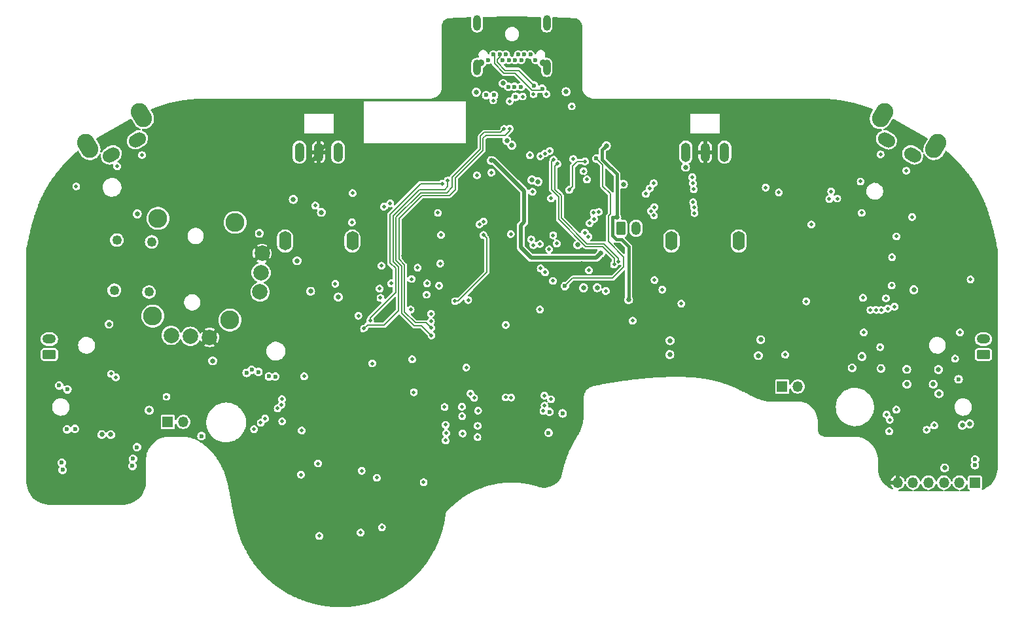
<source format=gbr>
%TF.GenerationSoftware,KiCad,Pcbnew,8.0.2*%
%TF.CreationDate,2024-07-24T16:00:10-07:00*%
%TF.ProjectId,UGC_Main_R4,5547435f-4d61-4696-9e5f-52342e6b6963,rev?*%
%TF.SameCoordinates,Original*%
%TF.FileFunction,Copper,L2,Inr*%
%TF.FilePolarity,Positive*%
%FSLAX46Y46*%
G04 Gerber Fmt 4.6, Leading zero omitted, Abs format (unit mm)*
G04 Created by KiCad (PCBNEW 8.0.2) date 2024-07-24 16:00:10*
%MOMM*%
%LPD*%
G01*
G04 APERTURE LIST*
G04 Aperture macros list*
%AMRoundRect*
0 Rectangle with rounded corners*
0 $1 Rounding radius*
0 $2 $3 $4 $5 $6 $7 $8 $9 X,Y pos of 4 corners*
0 Add a 4 corners polygon primitive as box body*
4,1,4,$2,$3,$4,$5,$6,$7,$8,$9,$2,$3,0*
0 Add four circle primitives for the rounded corners*
1,1,$1+$1,$2,$3*
1,1,$1+$1,$4,$5*
1,1,$1+$1,$6,$7*
1,1,$1+$1,$8,$9*
0 Add four rect primitives between the rounded corners*
20,1,$1+$1,$2,$3,$4,$5,0*
20,1,$1+$1,$4,$5,$6,$7,0*
20,1,$1+$1,$6,$7,$8,$9,0*
20,1,$1+$1,$8,$9,$2,$3,0*%
%AMHorizOval*
0 Thick line with rounded ends*
0 $1 width*
0 $2 $3 position (X,Y) of the first rounded end (center of the circle)*
0 $4 $5 position (X,Y) of the second rounded end (center of the circle)*
0 Add line between two ends*
20,1,$1,$2,$3,$4,$5,0*
0 Add two circle primitives to create the rounded ends*
1,1,$1,$2,$3*
1,1,$1,$4,$5*%
G04 Aperture macros list end*
%TA.AperFunction,ComponentPad*%
%ADD10R,1.350000X1.350000*%
%TD*%
%TA.AperFunction,ComponentPad*%
%ADD11O,1.350000X1.350000*%
%TD*%
%TA.AperFunction,ComponentPad*%
%ADD12C,2.450000*%
%TD*%
%TA.AperFunction,ComponentPad*%
%ADD13C,1.250000*%
%TD*%
%TA.AperFunction,ComponentPad*%
%ADD14C,2.000000*%
%TD*%
%TA.AperFunction,ComponentPad*%
%ADD15HorizOval,2.250000X-0.250000X0.433013X0.250000X-0.433013X0*%
%TD*%
%TA.AperFunction,ComponentPad*%
%ADD16HorizOval,1.700000X0.259808X0.150000X-0.259808X-0.150000X0*%
%TD*%
%TA.AperFunction,ComponentPad*%
%ADD17HorizOval,2.250000X-0.250000X-0.433013X0.250000X0.433013X0*%
%TD*%
%TA.AperFunction,ComponentPad*%
%ADD18HorizOval,1.700000X0.259808X-0.150000X-0.259808X0.150000X0*%
%TD*%
%TA.AperFunction,ComponentPad*%
%ADD19RoundRect,0.250000X0.625000X-0.350000X0.625000X0.350000X-0.625000X0.350000X-0.625000X-0.350000X0*%
%TD*%
%TA.AperFunction,ComponentPad*%
%ADD20O,1.750000X1.200000*%
%TD*%
%TA.AperFunction,ComponentPad*%
%ADD21O,1.250000X2.500000*%
%TD*%
%TA.AperFunction,HeatsinkPad*%
%ADD22O,1.600000X2.500000*%
%TD*%
%TA.AperFunction,ComponentPad*%
%ADD23RoundRect,0.250000X-0.350000X-0.625000X0.350000X-0.625000X0.350000X0.625000X-0.350000X0.625000X0*%
%TD*%
%TA.AperFunction,ComponentPad*%
%ADD24O,1.200000X1.750000*%
%TD*%
%TA.AperFunction,ComponentPad*%
%ADD25C,0.600000*%
%TD*%
%TA.AperFunction,ComponentPad*%
%ADD26O,1.000000X2.000000*%
%TD*%
%TA.AperFunction,ComponentPad*%
%ADD27C,0.900000*%
%TD*%
%TA.AperFunction,ViaPad*%
%ADD28C,0.600000*%
%TD*%
%TA.AperFunction,ViaPad*%
%ADD29C,0.500000*%
%TD*%
%TA.AperFunction,ViaPad*%
%ADD30C,0.650000*%
%TD*%
%TA.AperFunction,Conductor*%
%ADD31C,0.200000*%
%TD*%
%TA.AperFunction,Conductor*%
%ADD32C,0.400000*%
%TD*%
%TA.AperFunction,Conductor*%
%ADD33C,0.150000*%
%TD*%
%TA.AperFunction,Conductor*%
%ADD34C,0.500000*%
%TD*%
G04 APERTURE END LIST*
D10*
%TO.N,Net-(D4A-A)*%
%TO.C,J8*%
X253457200Y-131775200D03*
D11*
%TO.N,G*%
X255457200Y-131775200D03*
%TD*%
D12*
%TO.N,*%
%TO.C,SW6*%
X172671539Y-110006388D03*
X172009489Y-122639052D03*
X182657835Y-110529748D03*
X181995785Y-123162412D03*
D13*
%TO.N,H*%
X171861497Y-113043156D03*
X171521313Y-119534248D03*
%TO.N,LS_BTN_IN*%
X167367664Y-112807644D03*
X167027480Y-119298736D03*
D14*
%TO.N,GND*%
X174381765Y-125141637D03*
%TO.N,Net-(SW6-X_OUT)*%
X176878339Y-125272477D03*
%TO.N,+3V3*%
X179374913Y-125403317D03*
%TO.N,GND*%
X185890899Y-119536297D03*
%TO.N,Net-(SW6-Y_OUT)*%
X186021739Y-117039723D03*
%TO.N,+3V3*%
X186152579Y-114543149D03*
%TD*%
D15*
%TO.N,*%
%TO.C,SW7*%
X163618112Y-100644336D03*
X170546316Y-96644336D03*
D16*
%TO.N,H*%
X166643465Y-101784400D03*
%TO.N,Net-(D11A-A)*%
X170020963Y-99834400D03*
%TD*%
D17*
%TO.N,*%
%TO.C,SW8*%
X266420998Y-96644336D03*
X273349202Y-100644336D03*
D18*
%TO.N,G*%
X266946351Y-99834400D03*
%TO.N,Net-(D5B-A)*%
X270323849Y-101784400D03*
%TD*%
D10*
%TO.N,GND*%
%TO.C,J4*%
X278380200Y-144195800D03*
D11*
%TO.N,RS_B_IN*%
X276380200Y-144195800D03*
%TO.N,RS_B_OUT*%
X274380200Y-144195800D03*
%TO.N,RY*%
X272380200Y-144195800D03*
%TO.N,RX*%
X270380200Y-144195800D03*
%TO.N,+3V3*%
X268380200Y-144195800D03*
%TD*%
D10*
%TO.N,LS_BTN_IN*%
%TO.C,J9*%
X173955200Y-136347200D03*
D11*
%TO.N,H*%
X175955200Y-136347200D03*
%TD*%
D19*
%TO.N,G*%
%TO.C,J7*%
X279501600Y-127635000D03*
D20*
%TO.N,Net-(D5C-A)*%
X279501600Y-125635000D03*
%TD*%
D21*
%TO.N,+3V3*%
%TO.C,RV2*%
X243483657Y-101434400D03*
%TO.N,ZR_ANALOG*%
X240983657Y-101434400D03*
%TO.N,GND*%
X245983657Y-101434400D03*
D22*
%TO.N,N/C*%
X247833657Y-112934400D03*
X239133657Y-112934400D03*
%TD*%
D23*
%TO.N,GND*%
%TO.C,B1*%
X232547596Y-111285471D03*
D24*
%TO.N,BATTERY_POS*%
X234547596Y-111285471D03*
%TD*%
D19*
%TO.N,H*%
%TO.C,J6*%
X158623000Y-127635000D03*
D20*
%TO.N,Net-(D11C-A)*%
X158623000Y-125635000D03*
%TD*%
D25*
%TO.N,GND*%
%TO.C,J5*%
X221533635Y-89504400D03*
%TO.N,+3V3_PRE*%
X220883635Y-88804400D03*
%TO.N,N_CLOCK*%
X220083635Y-88804400D03*
%TO.N,+5V_PRE*%
X219683635Y-89504400D03*
%TO.N,CC2*%
X219283635Y-88804400D03*
%TO.N,D+*%
X218883635Y-89504400D03*
%TO.N,D-*%
X218083635Y-89504400D03*
%TO.N,unconnected-(J5-SBU2-PadB8)*%
X217683635Y-88804400D03*
%TO.N,+5V_PRE*%
X217283635Y-89504400D03*
%TO.N,N_LATCH*%
X216883635Y-88804400D03*
%TO.N,N_DATA*%
X216083635Y-88804400D03*
%TO.N,GND*%
X215433635Y-89504400D03*
D26*
X213983635Y-84704400D03*
D27*
X214433635Y-89904400D03*
D26*
X213983635Y-90454400D03*
X222983635Y-84704400D03*
D27*
X222533635Y-89904400D03*
D26*
X222983635Y-90454400D03*
%TD*%
D21*
%TO.N,+3V3*%
%TO.C,RV1*%
X193483657Y-101434400D03*
%TO.N,ZL_ANALOG*%
X190983657Y-101434400D03*
%TO.N,GND*%
X195983657Y-101434400D03*
D22*
%TO.N,N/C*%
X197833657Y-112934400D03*
X189133657Y-112934400D03*
%TD*%
D28*
%TO.N,GND*%
X276275800Y-130835400D03*
X215140000Y-94050000D03*
D29*
X256583498Y-120742670D03*
X259538908Y-107500400D03*
D28*
X161950400Y-137261600D03*
D29*
X214275000Y-110775000D03*
D28*
X278384000Y-141935200D03*
D30*
X218465400Y-100533200D03*
D29*
X260574341Y-107435686D03*
D28*
X218960000Y-94270000D03*
X160909000Y-137312400D03*
D29*
X207441800Y-119888000D03*
X223545400Y-107416600D03*
X205371744Y-121819656D03*
X214800000Y-110400000D03*
D30*
X250367800Y-127762000D03*
D28*
X169951400Y-139623800D03*
D30*
X269570200Y-129540000D03*
X229504526Y-118967615D03*
D29*
X208915000Y-109296200D03*
X201930000Y-108483400D03*
D28*
X278409400Y-141198600D03*
D29*
X223545400Y-133426200D03*
X267309600Y-137566400D03*
D28*
X160350200Y-142570200D03*
D30*
X262509000Y-129362200D03*
D28*
X169367200Y-142036800D03*
D30*
X272999200Y-131470400D03*
D29*
X218328641Y-112035674D03*
D28*
X159893000Y-131622800D03*
D29*
X234111800Y-123240800D03*
X259797767Y-106529682D03*
X228449022Y-116721319D03*
D30*
X274472400Y-142306580D03*
D28*
X178308000Y-138176000D03*
D29*
X222554800Y-134924800D03*
X209194400Y-115849400D03*
D30*
X273685000Y-129565400D03*
X238912400Y-127635000D03*
D29*
X208000600Y-123342400D03*
D30*
X227748754Y-118990566D03*
X217830400Y-99923600D03*
X238937800Y-125831600D03*
D29*
X230632000Y-119405400D03*
D30*
X269595600Y-131470400D03*
D29*
X222681800Y-132943600D03*
X253022161Y-106650220D03*
D30*
X250672600Y-125704600D03*
X263779000Y-127889000D03*
D28*
X169443400Y-141122400D03*
X160223200Y-141630400D03*
X160959800Y-132130800D03*
D29*
X222707200Y-134239000D03*
D30*
%TO.N,LX*%
X196011800Y-120192800D03*
X179755800Y-128447800D03*
%TO.N,LY*%
X190677800Y-115493800D03*
X192430400Y-119430800D03*
D29*
%TO.N,Net-(D4A-A)*%
X266141200Y-126669800D03*
X242112800Y-109321600D03*
X266877800Y-120345200D03*
X267131800Y-121691400D03*
X268249400Y-112344200D03*
X253847600Y-127635000D03*
%TO.N,+1V1*%
X227914200Y-102641400D03*
X225882200Y-106324400D03*
X221132400Y-106553000D03*
D30*
%TO.N,LRA_R*%
X266242800Y-129438400D03*
D29*
X223788683Y-118099400D03*
D30*
%TO.N,BAT_LVL*%
X232912012Y-105582285D03*
D29*
X202742800Y-108051600D03*
D30*
%TO.N,VBUS_SYS*%
X232054400Y-109880400D03*
X230708200Y-100609400D03*
X233578400Y-120548400D03*
D29*
%TO.N,USB_EN*%
X223399733Y-101264779D03*
X218211400Y-94843600D03*
D28*
%TO.N,BTN_PWR*%
X223215200Y-137769600D03*
X223343093Y-135037482D03*
D29*
X236931200Y-117983000D03*
X222783400Y-116992400D03*
D28*
%TO.N,D+*%
X218020000Y-92960000D03*
%TO.N,D-*%
X218813581Y-92957751D03*
D30*
%TO.N,SL_RGB*%
X185801000Y-111937800D03*
X190195200Y-107543600D03*
%TO.N,Net-(L2-DOUT)*%
X166344600Y-123698000D03*
X170002200Y-109423200D03*
D29*
%TO.N,ESP_RTS*%
X200406000Y-128778000D03*
X198602600Y-122605800D03*
%TO.N,ESP_EN*%
X209296000Y-112141000D03*
X197866000Y-106730800D03*
X197764400Y-110515400D03*
X222148400Y-101955600D03*
%TO.N,ESP_DTR*%
X208000600Y-122351800D03*
X205790800Y-132511800D03*
X205562200Y-128244600D03*
D28*
%TO.N,N_LATCH*%
X221334118Y-92802481D03*
%TO.N,N_DATA*%
X222395124Y-93216533D03*
%TO.N,N_CLOCK*%
X219660000Y-92980000D03*
%TO.N,RP_RUN*%
X225323794Y-118752774D03*
X229412800Y-102260400D03*
D29*
X218372572Y-133193850D03*
%TO.N,I2C_SCL*%
X223875600Y-102412800D03*
X215814621Y-104075862D03*
X231701147Y-115982447D03*
%TO.N,I2C_SDA*%
X232284636Y-115562671D03*
X213952178Y-104428552D03*
X224358200Y-102946200D03*
%TO.N,USB_BOOT*%
X214807800Y-112166400D03*
X211124800Y-120726200D03*
D28*
X225040000Y-135250000D03*
D29*
%TO.N,RGB_OUT*%
X220803144Y-101833002D03*
X193040000Y-108356400D03*
%TO.N,SHARED_PU*%
X226212400Y-95504000D03*
X222961200Y-93929200D03*
X221284800Y-93929200D03*
X219860000Y-94230000D03*
%TO.N,USB_SEL*%
X222758000Y-101600000D03*
X216052400Y-94742000D03*
%TO.N,ESP_RX0*%
X209499200Y-105511600D03*
X200124189Y-123260685D03*
%TO.N,ESP_TX0*%
X210185000Y-105105200D03*
X199342763Y-124279937D03*
%TO.N,LADC_CS*%
X221259400Y-113461800D03*
X195630800Y-118465600D03*
%TO.N,SPI_TX*%
X202844400Y-118414800D03*
X207492600Y-118414800D03*
X265607800Y-121843800D03*
X201472800Y-120294400D03*
X224282000Y-113258600D03*
X267360400Y-136067800D03*
%TO.N,SPI_RX*%
X266979400Y-135407400D03*
X209067400Y-118719600D03*
X223314292Y-114001645D03*
X264871200Y-121869200D03*
%TO.N,SPI_CK*%
X223824800Y-112191800D03*
X205511400Y-117856000D03*
X266268200Y-121869200D03*
X268224000Y-134772400D03*
X201366000Y-119105800D03*
D30*
%TO.N,RADC_CS*%
X227004875Y-113428678D03*
X270484600Y-119253000D03*
X273735800Y-132689600D03*
D29*
%TO.N,IMU0_CS*%
X201599800Y-116128800D03*
X220980000Y-112725200D03*
D30*
%TO.N,ZL_ANALOG*%
X221081600Y-105029000D03*
X193827400Y-109220000D03*
%TO.N,ZR_ANALOG*%
X221871218Y-105252081D03*
X240944400Y-103378000D03*
D29*
%TO.N,UART_USB+*%
X217474800Y-98450400D03*
X208076800Y-125164600D03*
%TO.N,UART_USB-*%
X208026000Y-124164600D03*
X218186000Y-98399600D03*
D28*
%TO.N,E*%
X187867610Y-130476935D03*
D29*
X212115400Y-137845800D03*
X236321600Y-106121200D03*
X229055724Y-109296201D03*
%TO.N,D*%
X229717600Y-109169200D03*
X235813600Y-106832400D03*
D28*
X187045600Y-130454400D03*
D29*
X214045800Y-136855200D03*
D30*
%TO.N,+5V_PRE*%
X213868000Y-93675200D03*
D28*
%TO.N,+3V3_PRE*%
X216165246Y-94049711D03*
D30*
X225500000Y-93610000D03*
D29*
%TO.N,IMU1_CS*%
X222130112Y-113321680D03*
X206280400Y-116382800D03*
%TO.N,Net-(D4B-A)*%
X257225800Y-110794800D03*
X242036600Y-108610400D03*
%TO.N,C*%
X228200164Y-104966757D03*
X212039200Y-135610600D03*
D28*
X185674000Y-129895600D03*
D29*
X236920856Y-108544138D03*
%TO.N,Net-(D4C-A)*%
X241935000Y-107924600D03*
X270256000Y-109829600D03*
D30*
%TO.N,VBUS*%
X230004090Y-114479819D03*
X215783138Y-102514294D03*
%TO.N,CC1*%
X217350000Y-92530000D03*
D29*
%TO.N,Net-(D5B-A)*%
X269519400Y-103835200D03*
X241884200Y-105435400D03*
X263601200Y-105232200D03*
%TO.N,Net-(D5A-A)*%
X242011200Y-106248200D03*
X251333000Y-106019600D03*
%TO.N,A*%
X226415600Y-102311200D03*
X236853904Y-109619539D03*
X212013800Y-134391400D03*
D28*
X184150000Y-129997200D03*
%TO.N,B*%
X184810400Y-129590800D03*
D29*
X236474058Y-109051928D03*
X214096600Y-134899400D03*
X227736400Y-103886000D03*
D28*
%TO.N,+3V3*%
X245999000Y-129667000D03*
D30*
X209118200Y-114655600D03*
X227279200Y-116611400D03*
D28*
X257429000Y-107848400D03*
D30*
X226796600Y-116128800D03*
X267589000Y-140284200D03*
X177292000Y-108432600D03*
D29*
X215846705Y-109870895D03*
D30*
X168198800Y-125272800D03*
X177495200Y-102438200D03*
X220658568Y-111998972D03*
D28*
X237566200Y-124739400D03*
D30*
X188112400Y-123926600D03*
X227500000Y-115900000D03*
D28*
X238031090Y-125368176D03*
D30*
X198196200Y-104775000D03*
X186740800Y-97764600D03*
D29*
X215798400Y-98298000D03*
D30*
X199669400Y-124942600D03*
X196418200Y-107467400D03*
D29*
X213842600Y-105740200D03*
X231586200Y-101911955D03*
D30*
X280365200Y-133172200D03*
D28*
X237566200Y-128803400D03*
X275717000Y-118668800D03*
X237007400Y-128168400D03*
D30*
X169849800Y-110583609D03*
X240817400Y-96545400D03*
X199517000Y-122072400D03*
D28*
X220497400Y-143205200D03*
D30*
X176453800Y-108635800D03*
D29*
X225806000Y-107492800D03*
D28*
X261289800Y-122097800D03*
X238099600Y-128193800D03*
D29*
X213200000Y-110625000D03*
D30*
X220005282Y-103213573D03*
X162255200Y-134823200D03*
X176758600Y-103124000D03*
X199097900Y-115684300D03*
X187172600Y-111861600D03*
X178231800Y-103124000D03*
D28*
X237083600Y-125349000D03*
D30*
X222021400Y-97713800D03*
X226212400Y-100279200D03*
X270484600Y-131902200D03*
X202057000Y-112318800D03*
D29*
X224866200Y-105054400D03*
D30*
X177876200Y-108940600D03*
D29*
X218821000Y-107416600D03*
D30*
X204520800Y-114858800D03*
X226718285Y-121785989D03*
D29*
%TO.N,F*%
X191592200Y-130454400D03*
X214020400Y-138328400D03*
X236837529Y-105442522D03*
X229108000Y-110083600D03*
%TO.N,RS_B_OUT*%
X272161000Y-137363200D03*
%TO.N,Net-(D5C-A)*%
X241833400Y-104673400D03*
X275818600Y-128168400D03*
%TO.N,Net-(D8C-A)*%
X191287400Y-137464800D03*
X188753270Y-136277422D03*
%TO.N,Net-(D8B-A)*%
X186563000Y-135915400D03*
X198907400Y-150672800D03*
%TO.N,Net-(D8A-A)*%
X185978800Y-136448800D03*
X193395600Y-141732000D03*
%TO.N,RS_B_IN*%
X273126200Y-136804400D03*
%TO.N,Net-(D11A-A)*%
X188171967Y-134603702D03*
X162102800Y-105867200D03*
X170611800Y-101803200D03*
%TO.N,Net-(D11C-A)*%
X188724384Y-133414380D03*
X167233600Y-130581400D03*
%TO.N,Net-(D12C-A)*%
X209770157Y-134423074D03*
X217652600Y-133172200D03*
%TO.N,Net-(D12A-A)*%
X213588600Y-133223000D03*
X217678000Y-123799600D03*
%TO.N,Net-(D12B-A)*%
X213131400Y-132689600D03*
X212826600Y-120573800D03*
%TO.N,Net-(D13C-A)*%
X240411000Y-121031000D03*
X209905600Y-138760200D03*
%TO.N,Net-(D13A-A)*%
X212572600Y-129311400D03*
X209905600Y-136728200D03*
%TO.N,Net-(D13B-A)*%
X209981800Y-137795000D03*
X200990200Y-143586200D03*
%TO.N,H*%
X191185800Y-143179800D03*
X227931351Y-111850544D03*
X193573400Y-151104600D03*
X167411400Y-103251000D03*
X199034400Y-142671800D03*
X185115200Y-137287000D03*
X166598600Y-130124200D03*
%TO.N,G*%
X263728200Y-109296200D03*
X267614400Y-118694200D03*
X267995400Y-121437400D03*
X276453600Y-124764800D03*
X264007600Y-124764800D03*
X277825200Y-117906800D03*
X267665200Y-115036600D03*
X228535538Y-110624007D03*
X263906000Y-120294400D03*
X266179300Y-101714300D03*
%TO.N,I*%
X207060800Y-144170400D03*
X228396800Y-112369600D03*
X222118121Y-121793838D03*
X201650600Y-149987000D03*
X237947200Y-119227600D03*
%TO.N,LS_BTN_IN*%
X173786800Y-133096000D03*
X188672392Y-134129273D03*
%TO.N,LRA_L*%
X222199200Y-116484400D03*
D30*
X171551600Y-134848600D03*
%TO.N,LRA_L+*%
X165410263Y-137988533D03*
%TO.N,LRA_R+*%
X277698200Y-136601200D03*
%TO.N,LRA_R-*%
X276758400Y-136779000D03*
%TO.N,LRA_L-*%
X166568997Y-137996991D03*
%TD*%
D31*
%TO.N,+1V1*%
X226949000Y-102641400D02*
X227914200Y-102641400D01*
X226314000Y-103276400D02*
X226949000Y-102641400D01*
X225882200Y-106324400D02*
X226314000Y-105892600D01*
X226314000Y-105892600D02*
X226314000Y-103276400D01*
D32*
%TO.N,VBUS_SYS*%
X232054400Y-109880400D02*
X232079800Y-109855000D01*
X233578400Y-113638400D02*
X233578400Y-120548400D01*
X231267000Y-103505000D02*
X230174800Y-102412800D01*
X230174800Y-102412800D02*
X230174800Y-101142800D01*
X232650000Y-112710000D02*
X233578400Y-113638400D01*
X231450000Y-109951400D02*
X231450000Y-112190000D01*
X232079800Y-109855000D02*
X232079800Y-104292400D01*
X231450000Y-112190000D02*
X231970000Y-112710000D01*
X231521000Y-109880400D02*
X231450000Y-109951400D01*
X232054400Y-109880400D02*
X231521000Y-109880400D01*
X232079800Y-104292400D02*
X231292400Y-103505000D01*
X230174800Y-101142800D02*
X230708200Y-100609400D01*
X231970000Y-112710000D02*
X232650000Y-112710000D01*
X231292400Y-103505000D02*
X231267000Y-103505000D01*
D31*
%TO.N,N_LATCH*%
X221334118Y-92802481D02*
X219371637Y-90840000D01*
X216580000Y-89800000D02*
X216580000Y-89410000D01*
X219371637Y-90840000D02*
X217620000Y-90840000D01*
X216580000Y-89410000D02*
X216883635Y-89106365D01*
X217620000Y-90840000D02*
X216580000Y-89800000D01*
X216883635Y-89106365D02*
X216883635Y-88804400D01*
%TO.N,N_DATA*%
X217450000Y-91200000D02*
X216210000Y-89960000D01*
X216210000Y-89960000D02*
X216210000Y-88930765D01*
X222395124Y-93216533D02*
X222201657Y-93410000D01*
X221100000Y-93410000D02*
X218890000Y-91200000D01*
X218890000Y-91200000D02*
X217450000Y-91200000D01*
X222201657Y-93410000D02*
X221100000Y-93410000D01*
X216210000Y-88930765D02*
X216083635Y-88804400D01*
D33*
%TO.N,RP_RUN*%
X232970000Y-115030000D02*
X230950000Y-113010000D01*
X230950000Y-109720000D02*
X231220000Y-109450000D01*
X231220000Y-109450000D02*
X231220000Y-106830000D01*
X231520000Y-117740000D02*
X232970000Y-116290000D01*
X226336568Y-117740000D02*
X231520000Y-117740000D01*
X230225600Y-103073200D02*
X229412800Y-102260400D01*
X232970000Y-116290000D02*
X232970000Y-115030000D01*
X225323794Y-118752774D02*
X226336568Y-117740000D01*
X230950000Y-113010000D02*
X230950000Y-109720000D01*
X231220000Y-106830000D02*
X230225600Y-105835600D01*
X230225600Y-105835600D02*
X230225600Y-103073200D01*
%TO.N,I2C_SCL*%
X230199600Y-113639600D02*
X228015800Y-113639600D01*
X231701147Y-115982447D02*
X231701147Y-115141147D01*
X224510600Y-110134400D02*
X224510600Y-107213400D01*
X224510600Y-107213400D02*
X223621600Y-106324400D01*
X223621600Y-106324400D02*
X223621600Y-102666800D01*
X228015800Y-113639600D02*
X224510600Y-110134400D01*
X223621600Y-102666800D02*
X223875600Y-102412800D01*
X231701147Y-115141147D02*
X230199600Y-113639600D01*
%TO.N,I2C_SDA*%
X224866200Y-109956600D02*
X224866200Y-107061000D01*
X230352600Y-113284000D02*
X228193600Y-113284000D01*
X232284636Y-115216036D02*
X230352600Y-113284000D01*
X228193600Y-113284000D02*
X224866200Y-109956600D01*
X224866200Y-107061000D02*
X224078800Y-106273600D01*
X224078800Y-106273600D02*
X224078800Y-103225600D01*
X232284636Y-115562671D02*
X232284636Y-115216036D01*
X224078800Y-103225600D02*
X224358200Y-102946200D01*
%TO.N,USB_BOOT*%
X211124800Y-120726200D02*
X211480400Y-120726200D01*
X211480400Y-120726200D02*
X215214200Y-116992400D01*
X215214200Y-112572800D02*
X214807800Y-112166400D01*
X215214200Y-116992400D02*
X215214200Y-112572800D01*
D31*
%TO.N,ESP_RX0*%
X200124189Y-122913011D02*
X203428600Y-119608600D01*
X206679800Y-105511600D02*
X209499200Y-105511600D01*
X202717400Y-109474000D02*
X206679800Y-105511600D01*
X200124189Y-123260685D02*
X200124189Y-122913011D01*
X203428600Y-116484400D02*
X202717400Y-115773200D01*
X202717400Y-115773200D02*
X202717400Y-109474000D01*
X203428600Y-119608600D02*
X203428600Y-116484400D01*
%TO.N,ESP_TX0*%
X199823100Y-123799600D02*
X201980800Y-123799600D01*
X209778600Y-106299000D02*
X210185000Y-105892600D01*
X203835000Y-121945400D02*
X203835000Y-116306600D01*
X210185000Y-105892600D02*
X210185000Y-105105200D01*
X203835000Y-116306600D02*
X203123800Y-115595400D01*
X203123800Y-115595400D02*
X203123800Y-109702600D01*
X206527400Y-106299000D02*
X209778600Y-106299000D01*
X199342763Y-124279937D02*
X199823100Y-123799600D01*
X201980800Y-123799600D02*
X203835000Y-121945400D01*
X203123800Y-109702600D02*
X206527400Y-106299000D01*
D33*
%TO.N,UART_USB+*%
X205816200Y-123875800D02*
X204216000Y-122275600D01*
X206788000Y-123875800D02*
X205816200Y-123875800D01*
X204216000Y-122275600D02*
X204216000Y-116157270D01*
X210769200Y-104648000D02*
X214400121Y-101017079D01*
X206705200Y-106680000D02*
X210058000Y-106680000D01*
X214400121Y-101017079D02*
X214400121Y-99384758D01*
X217043000Y-98882200D02*
X217474800Y-98450400D01*
X214902679Y-98882200D02*
X217043000Y-98882200D01*
X214400121Y-99384758D02*
X214902679Y-98882200D01*
X204216000Y-116157270D02*
X203504800Y-115446070D01*
X208076800Y-125164600D02*
X206788000Y-123875800D01*
X203504800Y-109880400D02*
X206705200Y-106680000D01*
X203504800Y-115446070D02*
X203504800Y-109880400D01*
X210058000Y-106680000D02*
X210769200Y-105968800D01*
X210769200Y-105968800D02*
X210769200Y-104648000D01*
%TO.N,UART_USB-*%
X203860400Y-110019774D02*
X206844574Y-107035600D01*
X206844574Y-107035600D02*
X210388200Y-107035600D01*
X218186000Y-98653600D02*
X218186000Y-98399600D01*
X217601800Y-99237800D02*
X218186000Y-98653600D01*
X208026000Y-124164600D02*
X207381600Y-123520200D01*
X203860400Y-115306696D02*
X203860400Y-110019774D01*
X211150200Y-104775000D02*
X214752733Y-101172467D01*
X211150200Y-106273600D02*
X211150200Y-104775000D01*
X207381600Y-123520200D02*
X205994000Y-123520200D01*
X204571600Y-116017896D02*
X203860400Y-115306696D01*
X210388200Y-107035600D02*
X211150200Y-106273600D01*
X214752733Y-99636625D02*
X215151558Y-99237800D01*
X204571600Y-122097800D02*
X204571600Y-116017896D01*
X205994000Y-123520200D02*
X204571600Y-122097800D01*
X215151558Y-99237800D02*
X217601800Y-99237800D01*
X214752733Y-101172467D02*
X214752733Y-99636625D01*
D34*
%TO.N,VBUS*%
X219608400Y-110921800D02*
X219608400Y-113741200D01*
X220065600Y-110464600D02*
X219608400Y-110921800D01*
X229371109Y-115112800D02*
X230004090Y-114479819D01*
X220065600Y-106476800D02*
X220065600Y-110464600D01*
X219608400Y-113741200D02*
X220980000Y-115112800D01*
X220980000Y-115112800D02*
X229371109Y-115112800D01*
X216103094Y-102514294D02*
X220065600Y-106476800D01*
X215783138Y-102514294D02*
X216103094Y-102514294D01*
%TO.N,+3V3*%
X193483657Y-101434400D02*
X193483657Y-101740543D01*
X193483657Y-101434400D02*
X195199000Y-99719057D01*
X195199000Y-99719057D02*
X195199000Y-99695000D01*
X193483657Y-101740543D02*
X191973200Y-103251000D01*
%TD*%
%TA.AperFunction,Conductor*%
%TO.N,+3V3*%
G36*
X218599333Y-83889145D02*
G01*
X218599367Y-83889157D01*
X218599368Y-83889146D01*
X218599434Y-83889146D01*
X218715105Y-83889210D01*
X218715140Y-83889222D01*
X218715141Y-83889211D01*
X218715256Y-83889211D01*
X218830933Y-83889321D01*
X218830971Y-83889334D01*
X218830972Y-83889322D01*
X218831140Y-83889322D01*
X218946815Y-83889480D01*
X218946854Y-83889493D01*
X218946855Y-83889481D01*
X218947079Y-83889481D01*
X219062746Y-83889688D01*
X219062785Y-83889701D01*
X219062786Y-83889689D01*
X219063073Y-83889689D01*
X219178718Y-83889946D01*
X219178761Y-83889961D01*
X219178762Y-83889947D01*
X219179116Y-83889947D01*
X219294734Y-83890258D01*
X219294777Y-83890273D01*
X219294778Y-83890259D01*
X219410828Y-83890624D01*
X219410827Y-83890631D01*
X219410874Y-83890624D01*
X219526861Y-83891045D01*
X219526908Y-83891061D01*
X219526909Y-83891046D01*
X219642969Y-83891525D01*
X219643016Y-83891541D01*
X219643017Y-83891526D01*
X219759096Y-83892064D01*
X219759146Y-83892081D01*
X219759147Y-83892065D01*
X219875296Y-83892666D01*
X219875295Y-83892674D01*
X219875347Y-83892666D01*
X219991404Y-83893329D01*
X219991456Y-83893347D01*
X219991457Y-83893330D01*
X220107575Y-83894058D01*
X220107628Y-83894076D01*
X220107629Y-83894059D01*
X220223805Y-83894854D01*
X220223804Y-83894863D01*
X220223861Y-83894854D01*
X220339923Y-83895717D01*
X220339981Y-83895736D01*
X220339982Y-83895718D01*
X220456155Y-83896652D01*
X220456154Y-83896661D01*
X220456212Y-83896652D01*
X220572258Y-83897656D01*
X220572319Y-83897677D01*
X220572320Y-83897657D01*
X220688473Y-83898736D01*
X220688472Y-83898745D01*
X220688533Y-83898736D01*
X220804609Y-83899891D01*
X220804608Y-83899900D01*
X220804669Y-83899891D01*
X220920656Y-83901121D01*
X220920723Y-83901143D01*
X220920724Y-83901122D01*
X221036814Y-83902433D01*
X221036813Y-83902443D01*
X221036877Y-83902433D01*
X221152874Y-83903824D01*
X221152874Y-83903834D01*
X221152939Y-83903824D01*
X221268900Y-83905297D01*
X221268900Y-83905307D01*
X221268966Y-83905297D01*
X221384858Y-83906853D01*
X221384887Y-83906854D01*
X221386638Y-83906878D01*
X221500760Y-83908495D01*
X221500832Y-83908520D01*
X221500833Y-83908497D01*
X221502375Y-83908520D01*
X221616656Y-83910225D01*
X221616730Y-83910251D01*
X221616731Y-83910227D01*
X221619079Y-83910263D01*
X221732502Y-83912045D01*
X221732578Y-83912071D01*
X221732579Y-83912047D01*
X221848370Y-83913957D01*
X221848369Y-83913970D01*
X221848448Y-83913958D01*
X221963981Y-83915958D01*
X221964101Y-83916000D01*
X221964102Y-83915961D01*
X222156305Y-83919528D01*
X222214135Y-83939512D01*
X222249174Y-83989671D01*
X222251566Y-84037825D01*
X222233135Y-84130479D01*
X222233135Y-84130481D01*
X222233135Y-84130482D01*
X222233135Y-85278318D01*
X222261977Y-85423313D01*
X222318551Y-85559895D01*
X222400684Y-85682816D01*
X222505219Y-85787351D01*
X222628140Y-85869484D01*
X222764722Y-85926058D01*
X222909717Y-85954900D01*
X222909718Y-85954900D01*
X223057552Y-85954900D01*
X223057553Y-85954900D01*
X223202548Y-85926058D01*
X223339130Y-85869484D01*
X223462051Y-85787351D01*
X223566586Y-85682816D01*
X223648719Y-85559895D01*
X223705293Y-85423313D01*
X223734135Y-85278318D01*
X223734135Y-84130482D01*
X223734134Y-84130480D01*
X223734134Y-84130473D01*
X223724270Y-84080888D01*
X223731460Y-84020126D01*
X223772992Y-83975196D01*
X223824620Y-83962626D01*
X223854803Y-83963619D01*
X223854910Y-83963658D01*
X223854912Y-83963623D01*
X223973331Y-83967652D01*
X223973444Y-83967656D01*
X223976788Y-83967773D01*
X224091612Y-83971811D01*
X224091725Y-83971853D01*
X224091727Y-83971816D01*
X224210099Y-83976118D01*
X224210098Y-83976138D01*
X224210212Y-83976122D01*
X224328329Y-83980554D01*
X224328445Y-83980597D01*
X224328447Y-83980559D01*
X224446769Y-83985141D01*
X224446768Y-83985161D01*
X224446885Y-83985145D01*
X224565065Y-83989868D01*
X224683209Y-83994734D01*
X224683330Y-83994779D01*
X224683332Y-83994740D01*
X224801569Y-83999759D01*
X224801568Y-83999781D01*
X224801692Y-83999764D01*
X224919649Y-84004923D01*
X224919774Y-84004970D01*
X224919776Y-84004929D01*
X225037952Y-84010251D01*
X225038080Y-84010257D01*
X225046961Y-84010668D01*
X225155963Y-84015719D01*
X225156091Y-84015768D01*
X225156094Y-84015726D01*
X225274203Y-84021358D01*
X225274201Y-84021382D01*
X225274333Y-84021364D01*
X225392276Y-84027148D01*
X225392274Y-84027172D01*
X225392406Y-84027154D01*
X225510313Y-84033098D01*
X225628175Y-84039203D01*
X225628308Y-84039254D01*
X225628311Y-84039211D01*
X225637722Y-84039711D01*
X225746060Y-84045476D01*
X225746269Y-84045556D01*
X225746273Y-84045488D01*
X225982074Y-84058545D01*
X225982071Y-84058581D01*
X225982270Y-84058556D01*
X226084177Y-84064405D01*
X226084287Y-84064448D01*
X226084290Y-84064412D01*
X226186187Y-84070379D01*
X226287656Y-84076442D01*
X226287770Y-84076486D01*
X226287773Y-84076449D01*
X226389058Y-84082623D01*
X226389056Y-84082645D01*
X226389176Y-84082630D01*
X226489904Y-84088894D01*
X226490046Y-84088951D01*
X226490050Y-84088904D01*
X226628231Y-84097705D01*
X226633707Y-84098208D01*
X226734374Y-84110275D01*
X226745038Y-84112150D01*
X226839491Y-84134148D01*
X226852702Y-84138217D01*
X226998537Y-84194564D01*
X227011064Y-84200442D01*
X227095966Y-84247792D01*
X227105117Y-84253573D01*
X227184146Y-84309782D01*
X227194827Y-84318566D01*
X227308475Y-84426179D01*
X227317602Y-84436084D01*
X227374266Y-84506692D01*
X227380180Y-84514888D01*
X227429378Y-84590974D01*
X227435674Y-84602265D01*
X227498312Y-84734179D01*
X227503086Y-84746204D01*
X227531001Y-84832595D01*
X227533617Y-84842374D01*
X227552524Y-84930973D01*
X227554391Y-84943763D01*
X227566204Y-85091875D01*
X227566517Y-85099746D01*
X227566517Y-92997187D01*
X227568702Y-93115075D01*
X227605581Y-93347926D01*
X227678434Y-93572149D01*
X227779268Y-93770049D01*
X227785468Y-93782216D01*
X227924045Y-93972951D01*
X228090754Y-94139659D01*
X228281489Y-94278235D01*
X228491555Y-94385267D01*
X228715777Y-94458120D01*
X228948630Y-94494998D01*
X228948629Y-94494998D01*
X228948636Y-94494999D01*
X229066517Y-94497189D01*
X257941315Y-94497189D01*
X257941853Y-94497189D01*
X258375006Y-94499548D01*
X258378685Y-94499638D01*
X259244174Y-94537322D01*
X259248451Y-94537602D01*
X260111196Y-94612874D01*
X260115436Y-94613336D01*
X260974157Y-94726075D01*
X260978336Y-94726716D01*
X261831315Y-94876699D01*
X261835478Y-94877525D01*
X262681105Y-95064465D01*
X262685282Y-95065484D01*
X263521947Y-95289025D01*
X263526058Y-95290219D01*
X264352245Y-95549955D01*
X264356277Y-95551320D01*
X264979199Y-95777371D01*
X265160905Y-95843310D01*
X265209156Y-95880934D01*
X265226077Y-95939733D01*
X265212871Y-95985872D01*
X264925652Y-96483352D01*
X264925650Y-96483356D01*
X264848063Y-96685481D01*
X264827772Y-96780941D01*
X264803048Y-96897256D01*
X264803047Y-96897260D01*
X264803047Y-96897264D01*
X264791717Y-97113459D01*
X264791717Y-97113461D01*
X264803926Y-97229627D01*
X264814349Y-97328790D01*
X264856376Y-97485637D01*
X264870386Y-97537921D01*
X264870387Y-97537922D01*
X264958447Y-97735710D01*
X264958452Y-97735718D01*
X265076364Y-97917288D01*
X265096498Y-97939649D01*
X265221239Y-98078186D01*
X265389498Y-98214440D01*
X265576999Y-98322694D01*
X265779128Y-98400283D01*
X265990905Y-98445299D01*
X266088248Y-98450400D01*
X266207108Y-98456629D01*
X266207109Y-98456629D01*
X266207111Y-98456628D01*
X266207116Y-98456629D01*
X266288105Y-98448116D01*
X266347951Y-98460837D01*
X266388892Y-98506307D01*
X266395288Y-98567157D01*
X266364695Y-98620145D01*
X266324081Y-98642199D01*
X266318054Y-98643814D01*
X266318049Y-98643816D01*
X266159807Y-98714269D01*
X266014532Y-98808613D01*
X266014529Y-98808615D01*
X265885801Y-98924522D01*
X265885799Y-98924524D01*
X265776784Y-99059145D01*
X265690174Y-99209161D01*
X265642521Y-99333305D01*
X265628099Y-99370875D01*
X265597858Y-99513151D01*
X265592083Y-99540319D01*
X265583017Y-99713290D01*
X265583017Y-99713292D01*
X265589710Y-99776964D01*
X265601125Y-99885572D01*
X265624421Y-99972512D01*
X265645958Y-100052893D01*
X265716412Y-100211135D01*
X265810756Y-100356410D01*
X265810758Y-100356413D01*
X265925052Y-100483350D01*
X265926667Y-100485143D01*
X266061286Y-100594156D01*
X266730917Y-100980767D01*
X266892635Y-101042844D01*
X267062072Y-101078859D01*
X267142798Y-101083089D01*
X267235049Y-101087925D01*
X267235051Y-101087925D01*
X267235052Y-101087924D01*
X267235057Y-101087925D01*
X267407331Y-101069818D01*
X267574650Y-101024985D01*
X267732897Y-100954529D01*
X267749648Y-100943651D01*
X267878167Y-100860188D01*
X267878167Y-100860187D01*
X267878173Y-100860184D01*
X268006903Y-100744276D01*
X268023994Y-100723171D01*
X268054514Y-100685481D01*
X268115915Y-100609657D01*
X268202526Y-100459642D01*
X268264603Y-100297925D01*
X268300618Y-100128488D01*
X268305836Y-100028934D01*
X268309684Y-99955509D01*
X268309684Y-99955507D01*
X268309683Y-99955505D01*
X268309684Y-99955502D01*
X268291577Y-99783229D01*
X268246744Y-99615910D01*
X268176288Y-99457663D01*
X268158208Y-99429823D01*
X268081945Y-99312389D01*
X268081943Y-99312386D01*
X267966036Y-99183658D01*
X267966034Y-99183656D01*
X267831415Y-99074643D01*
X267571400Y-98924524D01*
X267161785Y-98688033D01*
X267161779Y-98688030D01*
X267161778Y-98688030D01*
X267102124Y-98665131D01*
X267000068Y-98625956D01*
X267000064Y-98625955D01*
X266970215Y-98619610D01*
X266830631Y-98589941D01*
X266830626Y-98589940D01*
X266830623Y-98589940D01*
X266657652Y-98580874D01*
X266657650Y-98580874D01*
X266630144Y-98583765D01*
X266619703Y-98584862D01*
X266559855Y-98572141D01*
X266518915Y-98526671D01*
X266512520Y-98465821D01*
X266543113Y-98412833D01*
X266583730Y-98390779D01*
X266631569Y-98377961D01*
X266829360Y-98289899D01*
X267010939Y-98171981D01*
X267171835Y-98027108D01*
X267308089Y-97858849D01*
X267712089Y-97159099D01*
X267757555Y-97118162D01*
X267818405Y-97111766D01*
X267846730Y-97122528D01*
X267916743Y-97162314D01*
X267916987Y-97162454D01*
X272225328Y-99641658D01*
X272266333Y-99687068D01*
X272272816Y-99747909D01*
X272261687Y-99776964D01*
X271853856Y-100483352D01*
X271853854Y-100483356D01*
X271776267Y-100685481D01*
X271759518Y-100764279D01*
X271731252Y-100897256D01*
X271731251Y-100897260D01*
X271731251Y-100897264D01*
X271719921Y-101113459D01*
X271719921Y-101113461D01*
X271725873Y-101170087D01*
X271742553Y-101328790D01*
X271754413Y-101373051D01*
X271755371Y-101376626D01*
X271752168Y-101437728D01*
X271713663Y-101485278D01*
X271654562Y-101501113D01*
X271597441Y-101479186D01*
X271569303Y-101442515D01*
X271568596Y-101440928D01*
X271559749Y-101421057D01*
X271553788Y-101407667D01*
X271553785Y-101407661D01*
X271459443Y-101262389D01*
X271459441Y-101262386D01*
X271343534Y-101133658D01*
X271343532Y-101133656D01*
X271208913Y-101024643D01*
X270988271Y-100897256D01*
X270539283Y-100638033D01*
X270539277Y-100638030D01*
X270539276Y-100638030D01*
X270479622Y-100615131D01*
X270377566Y-100575956D01*
X270377562Y-100575955D01*
X270331122Y-100566084D01*
X270208129Y-100539941D01*
X270208124Y-100539940D01*
X270208121Y-100539940D01*
X270035150Y-100530874D01*
X270035148Y-100530874D01*
X269915763Y-100543422D01*
X269862869Y-100548982D01*
X269795941Y-100566915D01*
X269695547Y-100593815D01*
X269695547Y-100593816D01*
X269537305Y-100664269D01*
X269392030Y-100758613D01*
X269392027Y-100758615D01*
X269263299Y-100874522D01*
X269263297Y-100874524D01*
X269154282Y-101009145D01*
X269067672Y-101159161D01*
X269005596Y-101320878D01*
X269000841Y-101343249D01*
X268970078Y-101487983D01*
X268969581Y-101490319D01*
X268960515Y-101663290D01*
X268960515Y-101663292D01*
X268968127Y-101735710D01*
X268978623Y-101835572D01*
X269002041Y-101922970D01*
X269023456Y-102002893D01*
X269093910Y-102161135D01*
X269188254Y-102306410D01*
X269188256Y-102306413D01*
X269284044Y-102412797D01*
X269304165Y-102435143D01*
X269438784Y-102544156D01*
X270108415Y-102930767D01*
X270154492Y-102948454D01*
X270267673Y-102991900D01*
X270270133Y-102992844D01*
X270439570Y-103028859D01*
X270520296Y-103033089D01*
X270612547Y-103037925D01*
X270612549Y-103037925D01*
X270612550Y-103037924D01*
X270612555Y-103037925D01*
X270784829Y-103019818D01*
X270952148Y-102974985D01*
X271110395Y-102904529D01*
X271110913Y-102904193D01*
X271255665Y-102810188D01*
X271255665Y-102810187D01*
X271255671Y-102810184D01*
X271384401Y-102694276D01*
X271493413Y-102559657D01*
X271580024Y-102409642D01*
X271642101Y-102247925D01*
X271678116Y-102078488D01*
X271684556Y-101955602D01*
X271687182Y-101905509D01*
X271687182Y-101905507D01*
X271687181Y-101905505D01*
X271687182Y-101905502D01*
X271669075Y-101733229D01*
X271667460Y-101727200D01*
X271670661Y-101666101D01*
X271709166Y-101618550D01*
X271768266Y-101602714D01*
X271825388Y-101624640D01*
X271853527Y-101661311D01*
X271886651Y-101735710D01*
X271886656Y-101735718D01*
X272004568Y-101917288D01*
X272004569Y-101917289D01*
X272004570Y-101917290D01*
X272106645Y-102030655D01*
X272149445Y-102078188D01*
X272176997Y-102100499D01*
X272317702Y-102214440D01*
X272505203Y-102322694D01*
X272707332Y-102400283D01*
X272919109Y-102445299D01*
X273027214Y-102450964D01*
X273135312Y-102456629D01*
X273135314Y-102456629D01*
X273135315Y-102456628D01*
X273135320Y-102456629D01*
X273350643Y-102433998D01*
X273559773Y-102377961D01*
X273757564Y-102289899D01*
X273939143Y-102171981D01*
X274100039Y-102027108D01*
X274236293Y-101858849D01*
X274571140Y-101278876D01*
X274616607Y-101237938D01*
X274677457Y-101231542D01*
X274722621Y-101254364D01*
X274728404Y-101259501D01*
X274728787Y-101259843D01*
X274821489Y-101343249D01*
X274848795Y-101367817D01*
X274849215Y-101368197D01*
X274923979Y-101436323D01*
X274968630Y-101477009D01*
X274969097Y-101477437D01*
X275087941Y-101587127D01*
X275088410Y-101587563D01*
X275206553Y-101698031D01*
X275207026Y-101698476D01*
X275324582Y-101809848D01*
X275325057Y-101810301D01*
X275441931Y-101922508D01*
X275442409Y-101922970D01*
X275453568Y-101933828D01*
X275558719Y-102036148D01*
X275558905Y-102036330D01*
X275664914Y-102140900D01*
X275674513Y-102150369D01*
X275674998Y-102150851D01*
X275789688Y-102265559D01*
X275790176Y-102266051D01*
X275903981Y-102381479D01*
X275904473Y-102381981D01*
X276017574Y-102498336D01*
X276018069Y-102498849D01*
X276130290Y-102615975D01*
X276130789Y-102616500D01*
X276242043Y-102734329D01*
X276242544Y-102734863D01*
X276352990Y-102853585D01*
X276353496Y-102854133D01*
X276462974Y-102973605D01*
X276463482Y-102974164D01*
X276504680Y-103019817D01*
X276557838Y-103078725D01*
X276571898Y-103094305D01*
X276572398Y-103094863D01*
X276578162Y-103101350D01*
X276679975Y-103215947D01*
X276680438Y-103216472D01*
X276787011Y-103338344D01*
X276787353Y-103338739D01*
X276845358Y-103406150D01*
X276892815Y-103461302D01*
X276893336Y-103461913D01*
X276997578Y-103585065D01*
X276998014Y-103585583D01*
X277101288Y-103709650D01*
X277101762Y-103710224D01*
X277203828Y-103834946D01*
X277204358Y-103835600D01*
X277305153Y-103960930D01*
X277305686Y-103961599D01*
X277405241Y-104087600D01*
X277405777Y-104088284D01*
X277504031Y-104214909D01*
X277504828Y-104215950D01*
X277698001Y-104471937D01*
X277698678Y-104472847D01*
X277779692Y-104583175D01*
X277780153Y-104583807D01*
X277859344Y-104693458D01*
X277859731Y-104693997D01*
X277937116Y-104802954D01*
X277937495Y-104803492D01*
X278012857Y-104911394D01*
X278013301Y-104912036D01*
X278086813Y-105019078D01*
X278087250Y-105019720D01*
X278158988Y-105125955D01*
X278159421Y-105126601D01*
X278229279Y-105231824D01*
X278229704Y-105232469D01*
X278297876Y-105336912D01*
X278298279Y-105337535D01*
X278355500Y-105426710D01*
X278364795Y-105441195D01*
X278365206Y-105441842D01*
X278429936Y-105544459D01*
X278430292Y-105545028D01*
X278493564Y-105647064D01*
X278493754Y-105647373D01*
X278555344Y-105748414D01*
X278555733Y-105749058D01*
X278615677Y-105849103D01*
X278616057Y-105849743D01*
X278674431Y-105948851D01*
X278674804Y-105949490D01*
X278731596Y-106047582D01*
X278731960Y-106048216D01*
X278787444Y-106145702D01*
X278787801Y-106146334D01*
X278841687Y-106242646D01*
X278842034Y-106243272D01*
X278894588Y-106338819D01*
X278894926Y-106339438D01*
X278946086Y-106434040D01*
X278946416Y-106434655D01*
X278996245Y-106528369D01*
X278996556Y-106528959D01*
X279045187Y-106621968D01*
X279088679Y-106706544D01*
X279092532Y-106714037D01*
X279092833Y-106714627D01*
X279138851Y-106805610D01*
X279139142Y-106806190D01*
X279183871Y-106896082D01*
X279184287Y-106896929D01*
X279270418Y-107074246D01*
X279270940Y-107075338D01*
X279352472Y-107248543D01*
X279353170Y-107250059D01*
X279504296Y-107585679D01*
X279504488Y-107586104D01*
X279505102Y-107587495D01*
X279508624Y-107595652D01*
X279574257Y-107747674D01*
X279574636Y-107748565D01*
X279603739Y-107817827D01*
X279642108Y-107909143D01*
X279642559Y-107910215D01*
X279642927Y-107911102D01*
X279709659Y-108074336D01*
X279710014Y-108075216D01*
X279713582Y-108084187D01*
X279765182Y-108213943D01*
X279775550Y-108240013D01*
X279775892Y-108240885D01*
X279840329Y-108407492D01*
X279840657Y-108408352D01*
X279903958Y-108576658D01*
X279904273Y-108577507D01*
X279966557Y-108747821D01*
X279966858Y-108748656D01*
X280028151Y-108921034D01*
X280028438Y-108921854D01*
X280088712Y-109096200D01*
X280088985Y-109097001D01*
X280148448Y-109273884D01*
X280148709Y-109274669D01*
X280207284Y-109453854D01*
X280207530Y-109454619D01*
X280265240Y-109636131D01*
X280265474Y-109636876D01*
X280322448Y-109821095D01*
X280322669Y-109821818D01*
X280378942Y-110008817D01*
X280379150Y-110009518D01*
X280434730Y-110199286D01*
X280434926Y-110199966D01*
X280489845Y-110392565D01*
X280490030Y-110393220D01*
X280544411Y-110589028D01*
X280544584Y-110589660D01*
X280598377Y-110788446D01*
X280598539Y-110789055D01*
X280651874Y-110991243D01*
X280652027Y-110991827D01*
X280687176Y-111128448D01*
X280704913Y-111197387D01*
X280705041Y-111197896D01*
X280757560Y-111407088D01*
X280809762Y-111620056D01*
X280809810Y-111620251D01*
X280861672Y-111836811D01*
X280861787Y-111837300D01*
X280913276Y-112057226D01*
X280913384Y-112057692D01*
X280926163Y-112113487D01*
X280964476Y-112280773D01*
X280964621Y-112281403D01*
X280964722Y-112281846D01*
X281015896Y-112510092D01*
X281015989Y-112510513D01*
X281066949Y-112742525D01*
X281067036Y-112742922D01*
X281098973Y-112891234D01*
X281117982Y-112979510D01*
X281160065Y-113178700D01*
X281168911Y-113220571D01*
X281168985Y-113220927D01*
X281219784Y-113465813D01*
X281219885Y-113466305D01*
X281319904Y-113961089D01*
X281321867Y-113980705D01*
X281321867Y-142315822D01*
X281321858Y-142317151D01*
X281319673Y-142479932D01*
X281319060Y-142489687D01*
X281282534Y-142813890D01*
X281280674Y-142824836D01*
X281208227Y-143142246D01*
X281205154Y-143152913D01*
X281097622Y-143460229D01*
X281093373Y-143470486D01*
X280952112Y-143763818D01*
X280946742Y-143773535D01*
X280773518Y-144049218D01*
X280767093Y-144058272D01*
X280564105Y-144312812D01*
X280556707Y-144321091D01*
X280326486Y-144551310D01*
X280318208Y-144558707D01*
X280063656Y-144761705D01*
X280054602Y-144768130D01*
X279778923Y-144941348D01*
X279769206Y-144946718D01*
X279475874Y-145087977D01*
X279465618Y-145092225D01*
X279409634Y-145111815D01*
X279348464Y-145113188D01*
X279298170Y-145078345D01*
X279277961Y-145020593D01*
X279290165Y-144978683D01*
X279287433Y-144977552D01*
X279291161Y-144968546D01*
X279291166Y-144968540D01*
X279305700Y-144895474D01*
X279305700Y-143496126D01*
X279291166Y-143423060D01*
X279268991Y-143389872D01*
X279235802Y-143340200D01*
X279235799Y-143340197D01*
X279152942Y-143284835D01*
X279152940Y-143284834D01*
X279152937Y-143284833D01*
X279152936Y-143284833D01*
X279079884Y-143270301D01*
X279079874Y-143270300D01*
X277680526Y-143270300D01*
X277680525Y-143270300D01*
X277680515Y-143270301D01*
X277607463Y-143284833D01*
X277607457Y-143284835D01*
X277524600Y-143340197D01*
X277524597Y-143340200D01*
X277469235Y-143423057D01*
X277469233Y-143423063D01*
X277454701Y-143496115D01*
X277454700Y-143496127D01*
X277454700Y-143882728D01*
X277435793Y-143940919D01*
X277386293Y-143976883D01*
X277325107Y-143976883D01*
X277275607Y-143940919D01*
X277261545Y-143913321D01*
X277230344Y-143817292D01*
X277230340Y-143817286D01*
X277230339Y-143817282D01*
X277168657Y-143710447D01*
X277133070Y-143648808D01*
X277042764Y-143548513D01*
X277002896Y-143504235D01*
X277002896Y-143504234D01*
X276956446Y-143470486D01*
X276845499Y-143389878D01*
X276845495Y-143389876D01*
X276845488Y-143389872D01*
X276667777Y-143310751D01*
X276667772Y-143310749D01*
X276667771Y-143310749D01*
X276667768Y-143310748D01*
X276667767Y-143310748D01*
X276631572Y-143303054D01*
X276477474Y-143270300D01*
X276282926Y-143270300D01*
X276161582Y-143296092D01*
X276092632Y-143310748D01*
X276092622Y-143310751D01*
X275914911Y-143389872D01*
X275914904Y-143389876D01*
X275914901Y-143389877D01*
X275914901Y-143389878D01*
X275914304Y-143390312D01*
X275757503Y-143504234D01*
X275757503Y-143504235D01*
X275627332Y-143648805D01*
X275627328Y-143648811D01*
X275530060Y-143817282D01*
X275530058Y-143817287D01*
X275530056Y-143817290D01*
X275530056Y-143817292D01*
X275478203Y-143976883D01*
X275474355Y-143988725D01*
X275438391Y-144038225D01*
X275380200Y-144057132D01*
X275322009Y-144038225D01*
X275286045Y-143988725D01*
X275230344Y-143817292D01*
X275230340Y-143817286D01*
X275230339Y-143817282D01*
X275168657Y-143710447D01*
X275133070Y-143648808D01*
X275042764Y-143548513D01*
X275002896Y-143504235D01*
X275002896Y-143504234D01*
X274956446Y-143470486D01*
X274845499Y-143389878D01*
X274845495Y-143389876D01*
X274845488Y-143389872D01*
X274667777Y-143310751D01*
X274667772Y-143310749D01*
X274667771Y-143310749D01*
X274667768Y-143310748D01*
X274667767Y-143310748D01*
X274631572Y-143303054D01*
X274477474Y-143270300D01*
X274282926Y-143270300D01*
X274161582Y-143296092D01*
X274092632Y-143310748D01*
X274092622Y-143310751D01*
X273914911Y-143389872D01*
X273914904Y-143389876D01*
X273914901Y-143389877D01*
X273914901Y-143389878D01*
X273914304Y-143390312D01*
X273757503Y-143504234D01*
X273757503Y-143504235D01*
X273627332Y-143648805D01*
X273627328Y-143648811D01*
X273530060Y-143817282D01*
X273530058Y-143817287D01*
X273530056Y-143817290D01*
X273530056Y-143817292D01*
X273478203Y-143976883D01*
X273474355Y-143988725D01*
X273438391Y-144038225D01*
X273380200Y-144057132D01*
X273322009Y-144038225D01*
X273286045Y-143988725D01*
X273230344Y-143817292D01*
X273230340Y-143817286D01*
X273230339Y-143817282D01*
X273168657Y-143710447D01*
X273133070Y-143648808D01*
X273042764Y-143548513D01*
X273002896Y-143504235D01*
X273002896Y-143504234D01*
X272956446Y-143470486D01*
X272845499Y-143389878D01*
X272845495Y-143389876D01*
X272845488Y-143389872D01*
X272667777Y-143310751D01*
X272667772Y-143310749D01*
X272667771Y-143310749D01*
X272667768Y-143310748D01*
X272667767Y-143310748D01*
X272631572Y-143303054D01*
X272477474Y-143270300D01*
X272282926Y-143270300D01*
X272161582Y-143296092D01*
X272092632Y-143310748D01*
X272092622Y-143310751D01*
X271914911Y-143389872D01*
X271914904Y-143389876D01*
X271914901Y-143389877D01*
X271914901Y-143389878D01*
X271914304Y-143390312D01*
X271757503Y-143504234D01*
X271757503Y-143504235D01*
X271627332Y-143648805D01*
X271627328Y-143648811D01*
X271530060Y-143817282D01*
X271530058Y-143817287D01*
X271530056Y-143817290D01*
X271530056Y-143817292D01*
X271478203Y-143976883D01*
X271474355Y-143988725D01*
X271438391Y-144038225D01*
X271380200Y-144057132D01*
X271322009Y-144038225D01*
X271286045Y-143988725D01*
X271230344Y-143817292D01*
X271230340Y-143817286D01*
X271230339Y-143817282D01*
X271168657Y-143710447D01*
X271133070Y-143648808D01*
X271042764Y-143548513D01*
X271002896Y-143504235D01*
X271002896Y-143504234D01*
X270956446Y-143470486D01*
X270845499Y-143389878D01*
X270845495Y-143389876D01*
X270845488Y-143389872D01*
X270667777Y-143310751D01*
X270667772Y-143310749D01*
X270667771Y-143310749D01*
X270667768Y-143310748D01*
X270667767Y-143310748D01*
X270631572Y-143303054D01*
X270477474Y-143270300D01*
X270282926Y-143270300D01*
X270161582Y-143296092D01*
X270092632Y-143310748D01*
X270092622Y-143310751D01*
X269914911Y-143389872D01*
X269914904Y-143389876D01*
X269914901Y-143389877D01*
X269914901Y-143389878D01*
X269914304Y-143390312D01*
X269757503Y-143504234D01*
X269757503Y-143504235D01*
X269627332Y-143648805D01*
X269627328Y-143648811D01*
X269530060Y-143817282D01*
X269530058Y-143817287D01*
X269530056Y-143817290D01*
X269530056Y-143817292D01*
X269474355Y-143988725D01*
X269474092Y-143989534D01*
X269438128Y-144039034D01*
X269379937Y-144057941D01*
X269321746Y-144039034D01*
X269285782Y-143989534D01*
X269229881Y-143817491D01*
X269229879Y-143817486D01*
X269132664Y-143649107D01*
X269132660Y-143649101D01*
X269002559Y-143504609D01*
X269002558Y-143504608D01*
X268845244Y-143390312D01*
X268845237Y-143390308D01*
X268667619Y-143311228D01*
X268667611Y-143311226D01*
X268630200Y-143303274D01*
X268630200Y-143880114D01*
X268625806Y-143875720D01*
X268534594Y-143823059D01*
X268432861Y-143795800D01*
X268327539Y-143795800D01*
X268225806Y-143823059D01*
X268134594Y-143875720D01*
X268130200Y-143880114D01*
X268130200Y-143303274D01*
X268092788Y-143311226D01*
X268092784Y-143311227D01*
X267915159Y-143390310D01*
X267915156Y-143390312D01*
X267757840Y-143504608D01*
X267757840Y-143504609D01*
X267627739Y-143649101D01*
X267627735Y-143649107D01*
X267530520Y-143817486D01*
X267530517Y-143817494D01*
X267488829Y-143945800D01*
X268064514Y-143945800D01*
X268060120Y-143950194D01*
X268007459Y-144041406D01*
X267980200Y-144143139D01*
X267980200Y-144248461D01*
X268007459Y-144350194D01*
X268060120Y-144441406D01*
X268064514Y-144445800D01*
X267488829Y-144445800D01*
X267530517Y-144574105D01*
X267530520Y-144574113D01*
X267627735Y-144742492D01*
X267627739Y-144742498D01*
X267757840Y-144886990D01*
X267757846Y-144886996D01*
X267813648Y-144927539D01*
X267849612Y-144977039D01*
X267849611Y-145038224D01*
X267813647Y-145087724D01*
X267755457Y-145106631D01*
X267722761Y-145101076D01*
X267697408Y-145092205D01*
X267687150Y-145087956D01*
X267671403Y-145080373D01*
X267508081Y-145001723D01*
X267393817Y-144946698D01*
X267384100Y-144941328D01*
X267314554Y-144897630D01*
X267108416Y-144768107D01*
X267099374Y-144761691D01*
X266864145Y-144574105D01*
X266844818Y-144558692D01*
X266836540Y-144551294D01*
X266606324Y-144321081D01*
X266598926Y-144312803D01*
X266558653Y-144262303D01*
X266513752Y-144205999D01*
X266395931Y-144058256D01*
X266389506Y-144049201D01*
X266216286Y-143773524D01*
X266210916Y-143763808D01*
X266185220Y-143710449D01*
X266069649Y-143470464D01*
X266065406Y-143460218D01*
X266040792Y-143389876D01*
X265957875Y-143152913D01*
X265954802Y-143142245D01*
X265951151Y-143126249D01*
X265882352Y-142824818D01*
X265880496Y-142813890D01*
X265843966Y-142489664D01*
X265843356Y-142479951D01*
X265841159Y-142317145D01*
X265841150Y-142315810D01*
X265841150Y-142306579D01*
X273891934Y-142306579D01*
X273891934Y-142306580D01*
X273908106Y-142429422D01*
X273911713Y-142456816D01*
X273969702Y-142596813D01*
X274061949Y-142717031D01*
X274182167Y-142809278D01*
X274322164Y-142867267D01*
X274434841Y-142882101D01*
X274472399Y-142887046D01*
X274472400Y-142887046D01*
X274472401Y-142887046D01*
X274502447Y-142883090D01*
X274622636Y-142867267D01*
X274762633Y-142809278D01*
X274882851Y-142717031D01*
X274975098Y-142596813D01*
X275033087Y-142456816D01*
X275052866Y-142306580D01*
X275033087Y-142156344D01*
X274975098Y-142016347D01*
X274912831Y-141935199D01*
X277828750Y-141935199D01*
X277828750Y-141935200D01*
X277847669Y-142078908D01*
X277847670Y-142078909D01*
X277902734Y-142211849D01*
X277903139Y-142212825D01*
X277991379Y-142327821D01*
X278106375Y-142416061D01*
X278240291Y-142471530D01*
X278384000Y-142490450D01*
X278527709Y-142471530D01*
X278661625Y-142416061D01*
X278776621Y-142327821D01*
X278864861Y-142212825D01*
X278920330Y-142078909D01*
X278939250Y-141935200D01*
X278920330Y-141791491D01*
X278864861Y-141657575D01*
X278854225Y-141643715D01*
X278833803Y-141586042D01*
X278851180Y-141527376D01*
X278854201Y-141523218D01*
X278890261Y-141476225D01*
X278945730Y-141342309D01*
X278964650Y-141198600D01*
X278952008Y-141102580D01*
X278945730Y-141054891D01*
X278890261Y-140920975D01*
X278802021Y-140805979D01*
X278687025Y-140717739D01*
X278687021Y-140717737D01*
X278553109Y-140662270D01*
X278553108Y-140662269D01*
X278409400Y-140643350D01*
X278265691Y-140662269D01*
X278265690Y-140662270D01*
X278131778Y-140717737D01*
X278131774Y-140717739D01*
X278016781Y-140805977D01*
X278016777Y-140805981D01*
X277928539Y-140920974D01*
X277928537Y-140920978D01*
X277873070Y-141054890D01*
X277873069Y-141054891D01*
X277854150Y-141198599D01*
X277854150Y-141198600D01*
X277873069Y-141342308D01*
X277873070Y-141342309D01*
X277921249Y-141458627D01*
X277928539Y-141476225D01*
X277939172Y-141490083D01*
X277959595Y-141547757D01*
X277942217Y-141606423D01*
X277939172Y-141610614D01*
X277903139Y-141657574D01*
X277903137Y-141657578D01*
X277847670Y-141791490D01*
X277847669Y-141791491D01*
X277828750Y-141935199D01*
X274912831Y-141935199D01*
X274882851Y-141896129D01*
X274762633Y-141803882D01*
X274622636Y-141745893D01*
X274622634Y-141745892D01*
X274622632Y-141745892D01*
X274472401Y-141726114D01*
X274472399Y-141726114D01*
X274322167Y-141745892D01*
X274322161Y-141745894D01*
X274182168Y-141803881D01*
X274061951Y-141896127D01*
X274061947Y-141896131D01*
X273969701Y-142016348D01*
X273911714Y-142156341D01*
X273911712Y-142156347D01*
X273891934Y-142306579D01*
X265841150Y-142306579D01*
X265841150Y-141270907D01*
X265838905Y-141102579D01*
X265838905Y-141102575D01*
X265838905Y-141102573D01*
X265801209Y-140767990D01*
X265726287Y-140439731D01*
X265615083Y-140121925D01*
X265468995Y-139818569D01*
X265289859Y-139533477D01*
X265079929Y-139270235D01*
X264841845Y-139032153D01*
X264836741Y-139028083D01*
X264780002Y-138982835D01*
X264578601Y-138822225D01*
X264578491Y-138822156D01*
X264359134Y-138684327D01*
X264293508Y-138643092D01*
X264090223Y-138545198D01*
X263990161Y-138497012D01*
X263990158Y-138497011D01*
X263990150Y-138497007D01*
X263672343Y-138385805D01*
X263344084Y-138310887D01*
X263009495Y-138273192D01*
X262843548Y-138270955D01*
X262841150Y-138270923D01*
X262841149Y-138270923D01*
X259040395Y-138270923D01*
X259037962Y-138270893D01*
X258949454Y-138268717D01*
X258932572Y-138266844D01*
X258757760Y-138232069D01*
X258739189Y-138226436D01*
X258575658Y-138158699D01*
X258558542Y-138149550D01*
X258555068Y-138147229D01*
X258484956Y-138100381D01*
X258411370Y-138051212D01*
X258396368Y-138038901D01*
X258271201Y-137913734D01*
X258258890Y-137898732D01*
X258160551Y-137751561D01*
X258151404Y-137734449D01*
X258083660Y-137570904D01*
X258082293Y-137566397D01*
X266803953Y-137566397D01*
X266803953Y-137566402D01*
X266824434Y-137708856D01*
X266883549Y-137838297D01*
X266884223Y-137839773D01*
X266976491Y-137946257D01*
X266978473Y-137948544D01*
X267060266Y-138001109D01*
X267099547Y-138026353D01*
X267184210Y-138051212D01*
X267237635Y-138066899D01*
X267237636Y-138066899D01*
X267237639Y-138066900D01*
X267237641Y-138066900D01*
X267381559Y-138066900D01*
X267381561Y-138066900D01*
X267519653Y-138026353D01*
X267640728Y-137948543D01*
X267734977Y-137839773D01*
X267794765Y-137708857D01*
X267802862Y-137652543D01*
X267815247Y-137566402D01*
X267815247Y-137566397D01*
X267794765Y-137423943D01*
X267777366Y-137385846D01*
X267767023Y-137363197D01*
X271655353Y-137363197D01*
X271655353Y-137363202D01*
X271675834Y-137505656D01*
X271728397Y-137620750D01*
X271735623Y-137636573D01*
X271823659Y-137738173D01*
X271829873Y-137745344D01*
X271911699Y-137797930D01*
X271950947Y-137823153D01*
X272057403Y-137854411D01*
X272089035Y-137863699D01*
X272089036Y-137863699D01*
X272089039Y-137863700D01*
X272089041Y-137863700D01*
X272232959Y-137863700D01*
X272232961Y-137863700D01*
X272371053Y-137823153D01*
X272492128Y-137745343D01*
X272586377Y-137636573D01*
X272646165Y-137505657D01*
X272656136Y-137436304D01*
X272666647Y-137363202D01*
X272666647Y-137363198D01*
X272657583Y-137300156D01*
X272656438Y-137292194D01*
X272666871Y-137231905D01*
X272710749Y-137189263D01*
X272771311Y-137180555D01*
X272807951Y-137194819D01*
X272916147Y-137264353D01*
X273022603Y-137295611D01*
X273054235Y-137304899D01*
X273054236Y-137304899D01*
X273054239Y-137304900D01*
X273054241Y-137304900D01*
X273198159Y-137304900D01*
X273198161Y-137304900D01*
X273336253Y-137264353D01*
X273457328Y-137186543D01*
X273551577Y-137077773D01*
X273611365Y-136946857D01*
X273627945Y-136831539D01*
X273631847Y-136804402D01*
X273631847Y-136804397D01*
X273628195Y-136778999D01*
X276177934Y-136778999D01*
X276177934Y-136779000D01*
X276196467Y-136919777D01*
X276197713Y-136929236D01*
X276206024Y-136949300D01*
X276254199Y-137065606D01*
X276255702Y-137069233D01*
X276347949Y-137189451D01*
X276468167Y-137281698D01*
X276608164Y-137339687D01*
X276720841Y-137354521D01*
X276758399Y-137359466D01*
X276758400Y-137359466D01*
X276758401Y-137359466D01*
X276788447Y-137355510D01*
X276908636Y-137339687D01*
X277048633Y-137281698D01*
X277168851Y-137189451D01*
X277238518Y-137098659D01*
X277288940Y-137064005D01*
X277350104Y-137065606D01*
X277377325Y-137080385D01*
X277407967Y-137103898D01*
X277547964Y-137161887D01*
X277660641Y-137176721D01*
X277698199Y-137181666D01*
X277698200Y-137181666D01*
X277698201Y-137181666D01*
X277728247Y-137177710D01*
X277848436Y-137161887D01*
X277988433Y-137103898D01*
X278108651Y-137011651D01*
X278200898Y-136891433D01*
X278258887Y-136751436D01*
X278278666Y-136601200D01*
X278276115Y-136581827D01*
X278269428Y-136531028D01*
X278258887Y-136450964D01*
X278200898Y-136310967D01*
X278108651Y-136190749D01*
X277988433Y-136098502D01*
X277848436Y-136040513D01*
X277848434Y-136040512D01*
X277848432Y-136040512D01*
X277698201Y-136020734D01*
X277698199Y-136020734D01*
X277547967Y-136040512D01*
X277547961Y-136040514D01*
X277407968Y-136098501D01*
X277287751Y-136190747D01*
X277287747Y-136190751D01*
X277218083Y-136281539D01*
X277167658Y-136316194D01*
X277106494Y-136314592D01*
X277079274Y-136299813D01*
X277048634Y-136276302D01*
X277048633Y-136276301D01*
X276908638Y-136218314D01*
X276908640Y-136218314D01*
X276908636Y-136218313D01*
X276908634Y-136218312D01*
X276908632Y-136218312D01*
X276758401Y-136198534D01*
X276758399Y-136198534D01*
X276608167Y-136218312D01*
X276608161Y-136218314D01*
X276468168Y-136276301D01*
X276347951Y-136368547D01*
X276347947Y-136368551D01*
X276255701Y-136488768D01*
X276197714Y-136628761D01*
X276197712Y-136628767D01*
X276177934Y-136778999D01*
X273628195Y-136778999D01*
X273611365Y-136661943D01*
X273579083Y-136591256D01*
X273551577Y-136531027D01*
X273457328Y-136422257D01*
X273457327Y-136422256D01*
X273457326Y-136422255D01*
X273336257Y-136344449D01*
X273336254Y-136344447D01*
X273336253Y-136344447D01*
X273325096Y-136341171D01*
X273198164Y-136303900D01*
X273198161Y-136303900D01*
X273054239Y-136303900D01*
X273054235Y-136303900D01*
X272916149Y-136344446D01*
X272916142Y-136344449D01*
X272795073Y-136422255D01*
X272700822Y-136531028D01*
X272641034Y-136661943D01*
X272620553Y-136804397D01*
X272620553Y-136804404D01*
X272630761Y-136875406D01*
X272620328Y-136935695D01*
X272576449Y-136978337D01*
X272515887Y-136987044D01*
X272479246Y-136972778D01*
X272371057Y-136903249D01*
X272371054Y-136903247D01*
X272371053Y-136903247D01*
X272371050Y-136903246D01*
X272232964Y-136862700D01*
X272232961Y-136862700D01*
X272089039Y-136862700D01*
X272089035Y-136862700D01*
X271950949Y-136903246D01*
X271950942Y-136903249D01*
X271829873Y-136981055D01*
X271735622Y-137089828D01*
X271675834Y-137220743D01*
X271655353Y-137363197D01*
X267767023Y-137363197D01*
X267734977Y-137293027D01*
X267640728Y-137184257D01*
X267640727Y-137184256D01*
X267640726Y-137184255D01*
X267519657Y-137106449D01*
X267519654Y-137106447D01*
X267519653Y-137106447D01*
X267519650Y-137106446D01*
X267381564Y-137065900D01*
X267381561Y-137065900D01*
X267237639Y-137065900D01*
X267237635Y-137065900D01*
X267099549Y-137106446D01*
X267099542Y-137106449D01*
X266978473Y-137184255D01*
X266884222Y-137293028D01*
X266824434Y-137423943D01*
X266803953Y-137566397D01*
X258082293Y-137566397D01*
X258078031Y-137552348D01*
X258043254Y-137377530D01*
X258041384Y-137360661D01*
X258039213Y-137272145D01*
X258039183Y-137269718D01*
X258039183Y-136275640D01*
X258039011Y-136263770D01*
X258036930Y-136119992D01*
X258036930Y-136119987D01*
X258005774Y-135863389D01*
X257999415Y-135811016D01*
X257924930Y-135508815D01*
X257814562Y-135217795D01*
X257719926Y-135037481D01*
X257669920Y-134942201D01*
X257669917Y-134942196D01*
X257493117Y-134686058D01*
X257493116Y-134686056D01*
X257493112Y-134686051D01*
X257286719Y-134453080D01*
X257257574Y-134427260D01*
X260388178Y-134427260D01*
X260408519Y-134744087D01*
X260467273Y-135045771D01*
X260469207Y-135055701D01*
X260569245Y-135357002D01*
X260706992Y-135643036D01*
X260709915Y-135647527D01*
X260873293Y-135898521D01*
X260880185Y-135909108D01*
X261085981Y-136150847D01*
X261085983Y-136150849D01*
X261320993Y-136364280D01*
X261320999Y-136364284D01*
X261321000Y-136364285D01*
X261560039Y-136531028D01*
X261581383Y-136545916D01*
X261581388Y-136545920D01*
X261862842Y-136692755D01*
X261862866Y-136692765D01*
X262160778Y-136802400D01*
X262160785Y-136802402D01*
X262160795Y-136802406D01*
X262470310Y-136873050D01*
X262786317Y-136903535D01*
X263103628Y-136893360D01*
X263417032Y-136842691D01*
X263721384Y-136752361D01*
X264011687Y-136623852D01*
X264283172Y-136459276D01*
X264462592Y-136316194D01*
X264531373Y-136261343D01*
X264531376Y-136261340D01*
X264531384Y-136261334D01*
X264752245Y-136033277D01*
X264942130Y-135778849D01*
X265097920Y-135502228D01*
X265136313Y-135407397D01*
X266473753Y-135407397D01*
X266473753Y-135407402D01*
X266494234Y-135549856D01*
X266536598Y-135642618D01*
X266554023Y-135680773D01*
X266631718Y-135770438D01*
X266648273Y-135789544D01*
X266763179Y-135863389D01*
X266769347Y-135867353D01*
X266796635Y-135875365D01*
X266847142Y-135909899D01*
X266867705Y-135967526D01*
X266866737Y-135984444D01*
X266854753Y-136067797D01*
X266854753Y-136067802D01*
X266875234Y-136210256D01*
X266922884Y-136314592D01*
X266935023Y-136341173D01*
X267005282Y-136422257D01*
X267029273Y-136449944D01*
X267150342Y-136527750D01*
X267150347Y-136527753D01*
X267228815Y-136550793D01*
X267288435Y-136568299D01*
X267288436Y-136568299D01*
X267288439Y-136568300D01*
X267288441Y-136568300D01*
X267432359Y-136568300D01*
X267432361Y-136568300D01*
X267570453Y-136527753D01*
X267691528Y-136449943D01*
X267785777Y-136341173D01*
X267845565Y-136210257D01*
X267853694Y-136153716D01*
X267866047Y-136067802D01*
X267866047Y-136067797D01*
X267845565Y-135925343D01*
X267826671Y-135883971D01*
X267785777Y-135794427D01*
X267691528Y-135685657D01*
X267691527Y-135685656D01*
X267691526Y-135685655D01*
X267570457Y-135607849D01*
X267570455Y-135607848D01*
X267570453Y-135607847D01*
X267543162Y-135599833D01*
X267492656Y-135565297D01*
X267472095Y-135507670D01*
X267473063Y-135490755D01*
X267485047Y-135407402D01*
X267485047Y-135407397D01*
X267464565Y-135264943D01*
X267443033Y-135217795D01*
X267404777Y-135134027D01*
X267310528Y-135025257D01*
X267310527Y-135025256D01*
X267310526Y-135025255D01*
X267189457Y-134947449D01*
X267189454Y-134947447D01*
X267189453Y-134947447D01*
X267189450Y-134947446D01*
X267051364Y-134906900D01*
X267051361Y-134906900D01*
X266907439Y-134906900D01*
X266907435Y-134906900D01*
X266769349Y-134947446D01*
X266769342Y-134947449D01*
X266648273Y-135025255D01*
X266554022Y-135134028D01*
X266494234Y-135264943D01*
X266473753Y-135407397D01*
X265136313Y-135407397D01*
X265217057Y-135207956D01*
X265232086Y-135150646D01*
X265243717Y-135106290D01*
X265297586Y-134900865D01*
X265314150Y-134772397D01*
X267718353Y-134772397D01*
X267718353Y-134772402D01*
X267738834Y-134914856D01*
X267796834Y-135041856D01*
X267798623Y-135045773D01*
X267889495Y-135150646D01*
X267892873Y-135154544D01*
X268013942Y-135232350D01*
X268013947Y-135232353D01*
X268120403Y-135263611D01*
X268152035Y-135272899D01*
X268152036Y-135272899D01*
X268152039Y-135272900D01*
X268152041Y-135272900D01*
X268295959Y-135272900D01*
X268295961Y-135272900D01*
X268434053Y-135232353D01*
X268555128Y-135154543D01*
X268649377Y-135045773D01*
X268709165Y-134914857D01*
X268728177Y-134782623D01*
X268729647Y-134772402D01*
X268729647Y-134772397D01*
X268709165Y-134629943D01*
X268690570Y-134589226D01*
X268649377Y-134499027D01*
X268587191Y-134427260D01*
X275738168Y-134427260D01*
X275758544Y-134640652D01*
X275818938Y-134846335D01*
X275917161Y-135036861D01*
X275917163Y-135036864D01*
X276049673Y-135205364D01*
X276211681Y-135345745D01*
X276397314Y-135452920D01*
X276397319Y-135452922D01*
X276397321Y-135452923D01*
X276599894Y-135523034D01*
X276812075Y-135553541D01*
X277026194Y-135543342D01*
X277234514Y-135492804D01*
X277429505Y-135403754D01*
X277434918Y-135399900D01*
X277604114Y-135279416D01*
X277604113Y-135279416D01*
X277604120Y-135279412D01*
X277752047Y-135124270D01*
X277867940Y-134943937D01*
X277947610Y-134744930D01*
X277988179Y-134534441D01*
X277990726Y-134427260D01*
X277990626Y-134423071D01*
X277988179Y-134320079D01*
X277986708Y-134312446D01*
X277947610Y-134109590D01*
X277867940Y-133910583D01*
X277752047Y-133730250D01*
X277604120Y-133575108D01*
X277604116Y-133575105D01*
X277604115Y-133575104D01*
X277604114Y-133575103D01*
X277429511Y-133450769D01*
X277429506Y-133450767D01*
X277429507Y-133450767D01*
X277429505Y-133450766D01*
X277326124Y-133403553D01*
X277234520Y-133361718D01*
X277234511Y-133361715D01*
X277026190Y-133311177D01*
X277026195Y-133311177D01*
X276812078Y-133300979D01*
X276812070Y-133300979D01*
X276599895Y-133331485D01*
X276599889Y-133331487D01*
X276397319Y-133401597D01*
X276397314Y-133401599D01*
X276211681Y-133508774D01*
X276049673Y-133649155D01*
X275917163Y-133817655D01*
X275917161Y-133817658D01*
X275818938Y-134008184D01*
X275758544Y-134213867D01*
X275738168Y-134427260D01*
X268587191Y-134427260D01*
X268555128Y-134390257D01*
X268555127Y-134390256D01*
X268555126Y-134390255D01*
X268434057Y-134312449D01*
X268434054Y-134312447D01*
X268434053Y-134312447D01*
X268434050Y-134312446D01*
X268295964Y-134271900D01*
X268295961Y-134271900D01*
X268152039Y-134271900D01*
X268152035Y-134271900D01*
X268013949Y-134312446D01*
X268013942Y-134312449D01*
X267892873Y-134390255D01*
X267798622Y-134499028D01*
X267738834Y-134629943D01*
X267718353Y-134772397D01*
X265314150Y-134772397D01*
X265338184Y-134585997D01*
X265340726Y-134427260D01*
X265338184Y-134268523D01*
X265297586Y-133953655D01*
X265237232Y-133723499D01*
X265217058Y-133646566D01*
X265151346Y-133484255D01*
X265097920Y-133352292D01*
X264962514Y-133111864D01*
X264942128Y-133075667D01*
X264856852Y-132961407D01*
X264752245Y-132821243D01*
X264624755Y-132689599D01*
X273155334Y-132689599D01*
X273155334Y-132689600D01*
X273175112Y-132839832D01*
X273175114Y-132839838D01*
X273228519Y-132968770D01*
X273233102Y-132979833D01*
X273325349Y-133100051D01*
X273445567Y-133192298D01*
X273585564Y-133250287D01*
X273698241Y-133265121D01*
X273735799Y-133270066D01*
X273735800Y-133270066D01*
X273735801Y-133270066D01*
X273765847Y-133266110D01*
X273886036Y-133250287D01*
X274026033Y-133192298D01*
X274146251Y-133100051D01*
X274238498Y-132979833D01*
X274296487Y-132839836D01*
X274316266Y-132689600D01*
X274313715Y-132670227D01*
X274306005Y-132611660D01*
X274296487Y-132539364D01*
X274238498Y-132399367D01*
X274146251Y-132279149D01*
X274026033Y-132186902D01*
X273886036Y-132128913D01*
X273886034Y-132128912D01*
X273886032Y-132128912D01*
X273735801Y-132109134D01*
X273735799Y-132109134D01*
X273585567Y-132128912D01*
X273585561Y-132128914D01*
X273445568Y-132186901D01*
X273325351Y-132279147D01*
X273325347Y-132279151D01*
X273233101Y-132399368D01*
X273175114Y-132539361D01*
X273175112Y-132539367D01*
X273155334Y-132689599D01*
X264624755Y-132689599D01*
X264531384Y-132593186D01*
X264531378Y-132593181D01*
X264531376Y-132593179D01*
X264531373Y-132593176D01*
X264283178Y-132395248D01*
X264283174Y-132395245D01*
X264011687Y-132230668D01*
X263721380Y-132102157D01*
X263429138Y-132015422D01*
X263417034Y-132011829D01*
X263417033Y-132011829D01*
X263103638Y-131961161D01*
X263103631Y-131961160D01*
X263103628Y-131961160D01*
X262981585Y-131957246D01*
X262786325Y-131950985D01*
X262786323Y-131950985D01*
X262786317Y-131950985D01*
X262640746Y-131965028D01*
X262470311Y-131981469D01*
X262160796Y-132052113D01*
X262160778Y-132052119D01*
X261862866Y-132161754D01*
X261862842Y-132161764D01*
X261581388Y-132308599D01*
X261581383Y-132308603D01*
X261321003Y-132490232D01*
X261320993Y-132490239D01*
X261085983Y-132703670D01*
X260880183Y-132945414D01*
X260880182Y-132945415D01*
X260706994Y-133211480D01*
X260706992Y-133211483D01*
X260706992Y-133211484D01*
X260569245Y-133497518D01*
X260519759Y-133646564D01*
X260469208Y-133798815D01*
X260469205Y-133798826D01*
X260408519Y-134110432D01*
X260388178Y-134427260D01*
X257257574Y-134427260D01*
X257053748Y-134246686D01*
X257053739Y-134246680D01*
X257053733Y-134246675D01*
X256797603Y-134069882D01*
X256797595Y-134069877D01*
X256522016Y-133925243D01*
X256522007Y-133925239D01*
X256522003Y-133925237D01*
X256353474Y-133861323D01*
X256230987Y-133814870D01*
X256230979Y-133814868D01*
X255928785Y-133740385D01*
X255928770Y-133740383D01*
X255619825Y-133702871D01*
X255619814Y-133702870D01*
X255585223Y-133702368D01*
X255464183Y-133700615D01*
X255464155Y-133700615D01*
X251644697Y-133700615D01*
X251637512Y-133700354D01*
X251386176Y-133682065D01*
X251377006Y-133680966D01*
X251246559Y-133659116D01*
X251241517Y-133658136D01*
X251103465Y-133627576D01*
X251099159Y-133626521D01*
X250955217Y-133587823D01*
X250951555Y-133586763D01*
X250801762Y-133540238D01*
X250798659Y-133539218D01*
X250643078Y-133485207D01*
X250640458Y-133484255D01*
X250479256Y-133423155D01*
X250477052Y-133422290D01*
X250310082Y-133354394D01*
X250308239Y-133353622D01*
X250135751Y-133279390D01*
X250134220Y-133278716D01*
X249984983Y-133211480D01*
X249955949Y-133198399D01*
X249955015Y-133197972D01*
X249863921Y-133155741D01*
X249863355Y-133155477D01*
X249770815Y-133111864D01*
X249770387Y-133111661D01*
X249676287Y-133066657D01*
X249675971Y-133066505D01*
X249580542Y-133020265D01*
X249580223Y-133020110D01*
X249483607Y-132972755D01*
X249483253Y-132972581D01*
X249385230Y-132924051D01*
X249384921Y-132923898D01*
X249285251Y-132874120D01*
X249284986Y-132873987D01*
X249184051Y-132823199D01*
X249184078Y-132823145D01*
X249183826Y-132823085D01*
X249081783Y-132771414D01*
X249081599Y-132771321D01*
X249042136Y-132751235D01*
X248977801Y-132718489D01*
X248850308Y-132653765D01*
X248749964Y-132602823D01*
X248667748Y-132561455D01*
X248633650Y-132544298D01*
X248515655Y-132485367D01*
X248396036Y-132426131D01*
X248375846Y-132416228D01*
X248274904Y-132366717D01*
X248151820Y-132306988D01*
X248027592Y-132247407D01*
X247904455Y-132189100D01*
X247901501Y-132187701D01*
X247779652Y-132130799D01*
X247773862Y-132128095D01*
X247644700Y-132068674D01*
X247514078Y-132009538D01*
X247451002Y-131981469D01*
X247381708Y-131950633D01*
X247381660Y-131950612D01*
X247381615Y-131950592D01*
X247247938Y-131892188D01*
X247247881Y-131892163D01*
X247156892Y-131853178D01*
X247112546Y-131834177D01*
X246975533Y-131776679D01*
X246837290Y-131719929D01*
X246697375Y-131663821D01*
X246607562Y-131628684D01*
X246555930Y-131608484D01*
X246413040Y-131554029D01*
X246268671Y-131500514D01*
X246268593Y-131500485D01*
X246122837Y-131448020D01*
X245975527Y-131396620D01*
X245826766Y-131346395D01*
X245676597Y-131297433D01*
X245524971Y-131249797D01*
X245371927Y-131203570D01*
X245217430Y-131158819D01*
X245061584Y-131115650D01*
X244909662Y-131075527D01*
X252531700Y-131075527D01*
X252531700Y-132474872D01*
X252531701Y-132474884D01*
X252546233Y-132547936D01*
X252546235Y-132547942D01*
X252601597Y-132630799D01*
X252601600Y-132630802D01*
X252655970Y-132667130D01*
X252684460Y-132686166D01*
X252740008Y-132697215D01*
X252757515Y-132700698D01*
X252757520Y-132700698D01*
X252757526Y-132700700D01*
X252757527Y-132700700D01*
X254156873Y-132700700D01*
X254156874Y-132700700D01*
X254229940Y-132686166D01*
X254312801Y-132630801D01*
X254368166Y-132547940D01*
X254382700Y-132474874D01*
X254382700Y-132088271D01*
X254401607Y-132030080D01*
X254451107Y-131994116D01*
X254512293Y-131994116D01*
X254561793Y-132030080D01*
X254575852Y-132057674D01*
X254607056Y-132153708D01*
X254607057Y-132153710D01*
X254607058Y-132153712D01*
X254607060Y-132153717D01*
X254653312Y-132233826D01*
X254704330Y-132322192D01*
X254704332Y-132322194D01*
X254834503Y-132466764D01*
X254834503Y-132466765D01*
X254834507Y-132466767D01*
X254834508Y-132466769D01*
X254991901Y-132581122D01*
X254991906Y-132581124D01*
X254991911Y-132581127D01*
X255155061Y-132653765D01*
X255169629Y-132660251D01*
X255359926Y-132700700D01*
X255359929Y-132700700D01*
X255554471Y-132700700D01*
X255554474Y-132700700D01*
X255744771Y-132660251D01*
X255922499Y-132581122D01*
X256079892Y-132466769D01*
X256210070Y-132322192D01*
X256307344Y-132153708D01*
X256367462Y-131968682D01*
X256387798Y-131775200D01*
X256367462Y-131581718D01*
X256331293Y-131470399D01*
X269015134Y-131470399D01*
X269015134Y-131470400D01*
X269034841Y-131620094D01*
X269034913Y-131620636D01*
X269092902Y-131760633D01*
X269185149Y-131880851D01*
X269305367Y-131973098D01*
X269445364Y-132031087D01*
X269558041Y-132045921D01*
X269595599Y-132050866D01*
X269595600Y-132050866D01*
X269595601Y-132050866D01*
X269629720Y-132046374D01*
X269745836Y-132031087D01*
X269885833Y-131973098D01*
X270006051Y-131880851D01*
X270098298Y-131760633D01*
X270156287Y-131620636D01*
X270176066Y-131470400D01*
X270176066Y-131470399D01*
X272418734Y-131470399D01*
X272418734Y-131470400D01*
X272438441Y-131620094D01*
X272438513Y-131620636D01*
X272496502Y-131760633D01*
X272588749Y-131880851D01*
X272708967Y-131973098D01*
X272848964Y-132031087D01*
X272961641Y-132045921D01*
X272999199Y-132050866D01*
X272999200Y-132050866D01*
X272999201Y-132050866D01*
X273033320Y-132046374D01*
X273149436Y-132031087D01*
X273289433Y-131973098D01*
X273409651Y-131880851D01*
X273501898Y-131760633D01*
X273559887Y-131620636D01*
X273579666Y-131470400D01*
X273559887Y-131320164D01*
X273501898Y-131180167D01*
X273409651Y-131059949D01*
X273289433Y-130967702D01*
X273279392Y-130963543D01*
X273211114Y-130935261D01*
X273149436Y-130909713D01*
X273149434Y-130909712D01*
X273149432Y-130909712D01*
X272999201Y-130889934D01*
X272999199Y-130889934D01*
X272848967Y-130909712D01*
X272848961Y-130909714D01*
X272708968Y-130967701D01*
X272588751Y-131059947D01*
X272588747Y-131059951D01*
X272496501Y-131180168D01*
X272438514Y-131320161D01*
X272438512Y-131320167D01*
X272418734Y-131470399D01*
X270176066Y-131470399D01*
X270156287Y-131320164D01*
X270098298Y-131180167D01*
X270006051Y-131059949D01*
X269885833Y-130967702D01*
X269875792Y-130963543D01*
X269807514Y-130935261D01*
X269745836Y-130909713D01*
X269745834Y-130909712D01*
X269745832Y-130909712D01*
X269595601Y-130889934D01*
X269595599Y-130889934D01*
X269445367Y-130909712D01*
X269445361Y-130909714D01*
X269305368Y-130967701D01*
X269185151Y-131059947D01*
X269185147Y-131059951D01*
X269092901Y-131180168D01*
X269034914Y-131320161D01*
X269034912Y-131320167D01*
X269015134Y-131470399D01*
X256331293Y-131470399D01*
X256307344Y-131396692D01*
X256307340Y-131396686D01*
X256307339Y-131396682D01*
X256222534Y-131249797D01*
X256210070Y-131228208D01*
X256106355Y-131113021D01*
X256079896Y-131083635D01*
X256079896Y-131083634D01*
X256047299Y-131059951D01*
X255922499Y-130969278D01*
X255922495Y-130969276D01*
X255922488Y-130969272D01*
X255744777Y-130890151D01*
X255744772Y-130890149D01*
X255744771Y-130890149D01*
X255744768Y-130890148D01*
X255744767Y-130890148D01*
X255708572Y-130882454D01*
X255554474Y-130849700D01*
X255359926Y-130849700D01*
X255238582Y-130875492D01*
X255169632Y-130890148D01*
X255169622Y-130890151D01*
X254991911Y-130969272D01*
X254991904Y-130969276D01*
X254834503Y-131083634D01*
X254834503Y-131083635D01*
X254704332Y-131228205D01*
X254704328Y-131228211D01*
X254607060Y-131396682D01*
X254607058Y-131396687D01*
X254607056Y-131396690D01*
X254607056Y-131396692D01*
X254580284Y-131479091D01*
X254575855Y-131492721D01*
X254539891Y-131542221D01*
X254481700Y-131561128D01*
X254423509Y-131542221D01*
X254387545Y-131492721D01*
X254382700Y-131462128D01*
X254382700Y-131075527D01*
X254382698Y-131075515D01*
X254374079Y-131032185D01*
X254368166Y-131002460D01*
X254336387Y-130954899D01*
X254312802Y-130919600D01*
X254312799Y-130919597D01*
X254229942Y-130864235D01*
X254229940Y-130864234D01*
X254229937Y-130864233D01*
X254229936Y-130864233D01*
X254156884Y-130849701D01*
X254156874Y-130849700D01*
X252757526Y-130849700D01*
X252757525Y-130849700D01*
X252757515Y-130849701D01*
X252684463Y-130864233D01*
X252684457Y-130864235D01*
X252601600Y-130919597D01*
X252601597Y-130919600D01*
X252546235Y-131002457D01*
X252546233Y-131002463D01*
X252531701Y-131075515D01*
X252531700Y-131075527D01*
X244909662Y-131075527D01*
X244904331Y-131074119D01*
X244745663Y-131034302D01*
X244585575Y-130996274D01*
X244302586Y-130935262D01*
X244168602Y-130906375D01*
X244070598Y-130887380D01*
X243957475Y-130865454D01*
X243790512Y-130835399D01*
X275720550Y-130835399D01*
X275720550Y-130835400D01*
X275739469Y-130979108D01*
X275739470Y-130979109D01*
X275783939Y-131086470D01*
X275794939Y-131113025D01*
X275883179Y-131228021D01*
X275998175Y-131316261D01*
X276132091Y-131371730D01*
X276275800Y-131390650D01*
X276419509Y-131371730D01*
X276553425Y-131316261D01*
X276668421Y-131228021D01*
X276756661Y-131113025D01*
X276812130Y-130979109D01*
X276831050Y-130835400D01*
X276829516Y-130823752D01*
X276812130Y-130691691D01*
X276756661Y-130557775D01*
X276668421Y-130442779D01*
X276553425Y-130354539D01*
X276553421Y-130354537D01*
X276419509Y-130299070D01*
X276419508Y-130299069D01*
X276275800Y-130280150D01*
X276132091Y-130299069D01*
X276132090Y-130299070D01*
X275998178Y-130354537D01*
X275998174Y-130354539D01*
X275883181Y-130442777D01*
X275883177Y-130442781D01*
X275794939Y-130557774D01*
X275794937Y-130557778D01*
X275739470Y-130691690D01*
X275739469Y-130691691D01*
X275720550Y-130835399D01*
X243790512Y-130835399D01*
X243744648Y-130827143D01*
X243530234Y-130791394D01*
X243314386Y-130758165D01*
X243096968Y-130727371D01*
X242878207Y-130698981D01*
X242658098Y-130672931D01*
X242436900Y-130649186D01*
X242214440Y-130627667D01*
X241990853Y-130608327D01*
X241809390Y-130594421D01*
X241766272Y-130591117D01*
X241766264Y-130591116D01*
X241766258Y-130591116D01*
X241540686Y-130575976D01*
X241314373Y-130562864D01*
X241087137Y-130551710D01*
X240904724Y-130544315D01*
X240859161Y-130542468D01*
X240859136Y-130542467D01*
X240859082Y-130542465D01*
X240630634Y-130535085D01*
X240401246Y-130529498D01*
X240171647Y-130525666D01*
X240171628Y-130525665D01*
X240171579Y-130525665D01*
X239941384Y-130523524D01*
X239937767Y-130523516D01*
X239710786Y-130523023D01*
X239512206Y-130523956D01*
X239479920Y-130524108D01*
X239248794Y-130526725D01*
X239053906Y-130530173D01*
X239017439Y-130530819D01*
X238786049Y-130536336D01*
X238554755Y-130543217D01*
X238323251Y-130551422D01*
X238092183Y-130560875D01*
X237860845Y-130571556D01*
X237630317Y-130583361D01*
X237399646Y-130596290D01*
X236855814Y-130630956D01*
X236679322Y-130643607D01*
X236584396Y-130650411D01*
X236448978Y-130660821D01*
X236313583Y-130671230D01*
X236043241Y-130693404D01*
X235990535Y-130697994D01*
X235773388Y-130716909D01*
X235659817Y-130727371D01*
X235504057Y-130741719D01*
X235235231Y-130767817D01*
X234967144Y-130795157D01*
X234765887Y-130816655D01*
X234699471Y-130823750D01*
X234699452Y-130823752D01*
X234699425Y-130823755D01*
X234432483Y-130853546D01*
X234165916Y-130884554D01*
X233900105Y-130916716D01*
X233634991Y-130950014D01*
X233370480Y-130984440D01*
X233106359Y-131020003D01*
X232843377Y-131056579D01*
X232580648Y-131094271D01*
X232318970Y-131132946D01*
X232057867Y-131172650D01*
X231797449Y-131213347D01*
X231537768Y-131255010D01*
X231279079Y-131297577D01*
X231021162Y-131341061D01*
X231021074Y-131341076D01*
X231020998Y-131341089D01*
X230763747Y-131385489D01*
X230763560Y-131385522D01*
X230763559Y-131385521D01*
X230507494Y-131430727D01*
X230507361Y-131430750D01*
X230507310Y-131430760D01*
X230411649Y-131448020D01*
X230251657Y-131476887D01*
X229997009Y-131523809D01*
X229742891Y-131571595D01*
X229490177Y-131620061D01*
X229490005Y-131620094D01*
X229251814Y-131666648D01*
X229237829Y-131669382D01*
X228986635Y-131719389D01*
X228879963Y-131744905D01*
X228879960Y-131744907D01*
X228775680Y-131778063D01*
X228674172Y-131818700D01*
X228575864Y-131866637D01*
X228450437Y-131941638D01*
X228450418Y-131941650D01*
X228361439Y-132005740D01*
X228361432Y-132005745D01*
X228277556Y-132076003D01*
X228277537Y-132076020D01*
X228199062Y-132152146D01*
X228199046Y-132152163D01*
X228126320Y-132233812D01*
X228126308Y-132233826D01*
X228038747Y-132350828D01*
X227979899Y-132445406D01*
X227979897Y-132445409D01*
X227928317Y-132543911D01*
X227928307Y-132543934D01*
X227847646Y-132751235D01*
X227819048Y-132858850D01*
X227819042Y-132858880D01*
X227798530Y-132968169D01*
X227798528Y-132968190D01*
X227782036Y-133190002D01*
X227782036Y-135374861D01*
X227782027Y-135376163D01*
X227780325Y-135505592D01*
X227780257Y-135508192D01*
X227775183Y-135636826D01*
X227775046Y-135639422D01*
X227766598Y-135767848D01*
X227766394Y-135770438D01*
X227754586Y-135898521D01*
X227754313Y-135901106D01*
X227739155Y-136028771D01*
X227738815Y-136031345D01*
X227720313Y-136158572D01*
X227719906Y-136161137D01*
X227698063Y-136287892D01*
X227697588Y-136290446D01*
X227672427Y-136416585D01*
X227671885Y-136419127D01*
X227643507Y-136544182D01*
X227642681Y-136547550D01*
X227587648Y-136755955D01*
X227586703Y-136759295D01*
X227549591Y-136882209D01*
X227548807Y-136884688D01*
X227508366Y-137006928D01*
X227507517Y-137009386D01*
X227463913Y-137130429D01*
X227463000Y-137132862D01*
X227416239Y-137252705D01*
X227415263Y-137255111D01*
X227365408Y-137373608D01*
X227364369Y-137375991D01*
X227311415Y-137493151D01*
X227310315Y-137495503D01*
X227254291Y-137611266D01*
X227253129Y-137613589D01*
X227194073Y-137727870D01*
X227192850Y-137730162D01*
X227131004Y-137842510D01*
X227129278Y-137845519D01*
X227018352Y-138031308D01*
X227017409Y-138032855D01*
X226957269Y-138129516D01*
X226904295Y-138215962D01*
X226723491Y-138520878D01*
X226635698Y-138674844D01*
X226549663Y-138829765D01*
X226465363Y-138985672D01*
X226382847Y-139142457D01*
X226302073Y-139300190D01*
X226223089Y-139458768D01*
X226145855Y-139618253D01*
X226070367Y-139778650D01*
X225996706Y-139939773D01*
X225924845Y-140101666D01*
X225854704Y-140264502D01*
X225786433Y-140427921D01*
X225719881Y-140592279D01*
X225655204Y-140757176D01*
X225592290Y-140922889D01*
X225543818Y-141054891D01*
X225531211Y-141089223D01*
X225526473Y-141102575D01*
X225471937Y-141256242D01*
X225414478Y-141423922D01*
X225358860Y-141592170D01*
X225305080Y-141760991D01*
X225253105Y-141930478D01*
X225202954Y-142100574D01*
X225154698Y-142271026D01*
X225108262Y-142442091D01*
X225063690Y-142613604D01*
X225020941Y-142785722D01*
X224980100Y-142958101D01*
X224941089Y-143131058D01*
X224903957Y-143304394D01*
X224871421Y-143464709D01*
X224862470Y-143490234D01*
X224799032Y-143613796D01*
X224793501Y-143623244D01*
X224625483Y-143876941D01*
X224617971Y-143886867D01*
X224419927Y-144116915D01*
X224411228Y-144125819D01*
X224185895Y-144329184D01*
X224176148Y-144336927D01*
X223927068Y-144510414D01*
X223916427Y-144516872D01*
X223647547Y-144657730D01*
X223636179Y-144662802D01*
X223351746Y-144768806D01*
X223339831Y-144772411D01*
X223044349Y-144841883D01*
X223032077Y-144843965D01*
X222730207Y-144875809D01*
X222717770Y-144876334D01*
X222413539Y-144870030D01*
X222402615Y-144869197D01*
X222261416Y-144850531D01*
X222241858Y-144845887D01*
X222145690Y-144812426D01*
X222039803Y-144776754D01*
X221933323Y-144742052D01*
X221826860Y-144708518D01*
X221826841Y-144708512D01*
X221826780Y-144708493D01*
X221719846Y-144675968D01*
X221719826Y-144675962D01*
X221719796Y-144675953D01*
X221612638Y-144644515D01*
X221505046Y-144614101D01*
X221397337Y-144584801D01*
X221356424Y-144574105D01*
X221289227Y-144556537D01*
X221283746Y-144555161D01*
X221180950Y-144529368D01*
X221072284Y-144503241D01*
X221020333Y-144491292D01*
X220963461Y-144478211D01*
X220963427Y-144478203D01*
X220963416Y-144478201D01*
X220854378Y-144454253D01*
X220745089Y-144431379D01*
X220635502Y-144409571D01*
X220525830Y-144388872D01*
X220415765Y-144369221D01*
X220305733Y-144350698D01*
X220195293Y-144333225D01*
X220084776Y-144316858D01*
X219974055Y-144301579D01*
X219863122Y-144287387D01*
X219752154Y-144274304D01*
X219746308Y-144273673D01*
X219640931Y-144262305D01*
X219606924Y-144258976D01*
X219529615Y-144251408D01*
X219418122Y-144241608D01*
X219306476Y-144232907D01*
X219194824Y-144225317D01*
X219091737Y-144219335D01*
X219082949Y-144218825D01*
X219072153Y-144218305D01*
X218970954Y-144213438D01*
X218746884Y-144206000D01*
X218746859Y-144205999D01*
X218746843Y-144205999D01*
X218641104Y-144204032D01*
X218486620Y-144202937D01*
X218486580Y-144202937D01*
X218486573Y-144202937D01*
X218408774Y-144203043D01*
X218354117Y-144203119D01*
X218232729Y-144204708D01*
X218221691Y-144204853D01*
X218089315Y-144208136D01*
X217957139Y-144212962D01*
X217825070Y-144219332D01*
X217725299Y-144225315D01*
X217693047Y-144227249D01*
X217693039Y-144227249D01*
X217692965Y-144227254D01*
X217561244Y-144236699D01*
X217429546Y-144247690D01*
X217298058Y-144260213D01*
X217166692Y-144274275D01*
X217035611Y-144289857D01*
X216904632Y-144306980D01*
X216773972Y-144325617D01*
X216643562Y-144345774D01*
X216513307Y-144367467D01*
X216383384Y-144390668D01*
X216253737Y-144415386D01*
X216124394Y-144441614D01*
X215995239Y-144469380D01*
X215866576Y-144498614D01*
X215738071Y-144529398D01*
X215610085Y-144561642D01*
X215482256Y-144595441D01*
X215354996Y-144630686D01*
X215227994Y-144667464D01*
X215101351Y-144705749D01*
X214975288Y-144745476D01*
X214849460Y-144786753D01*
X214724173Y-144829484D01*
X214599296Y-144873717D01*
X214351009Y-144966607D01*
X214350995Y-144966612D01*
X214350983Y-144966617D01*
X214328188Y-144975603D01*
X214228993Y-145014708D01*
X214107552Y-145064220D01*
X213986877Y-145115059D01*
X213866733Y-145167322D01*
X213747395Y-145220886D01*
X213628517Y-145275907D01*
X213510496Y-145332199D01*
X213393096Y-145389872D01*
X213276436Y-145448866D01*
X213160417Y-145509232D01*
X213045236Y-145570864D01*
X212930714Y-145633857D01*
X212816948Y-145698159D01*
X212704008Y-145763726D01*
X212591701Y-145830675D01*
X212480300Y-145898841D01*
X212369664Y-145968307D01*
X212259825Y-146039058D01*
X212150858Y-146111042D01*
X212042599Y-146184370D01*
X211935259Y-146258900D01*
X211828755Y-146334688D01*
X211723147Y-146411696D01*
X211618314Y-146490013D01*
X211514502Y-146569453D01*
X211411438Y-146650230D01*
X211309388Y-146732138D01*
X211208255Y-146815253D01*
X211115016Y-146893708D01*
X211107997Y-146899615D01*
X211008709Y-146985146D01*
X210812976Y-147159784D01*
X210737906Y-147228967D01*
X210663633Y-147298667D01*
X210589895Y-147369126D01*
X210516828Y-147440215D01*
X210444486Y-147511881D01*
X210372843Y-147584145D01*
X210231466Y-147730652D01*
X210162284Y-147803646D01*
X210162285Y-147803647D01*
X210093109Y-147876637D01*
X209954757Y-148022618D01*
X209954757Y-148022619D01*
X209927508Y-148221891D01*
X209913883Y-148321527D01*
X209903052Y-148400741D01*
X209900296Y-148420896D01*
X209900259Y-148421163D01*
X209890057Y-148494288D01*
X209889876Y-148495530D01*
X209848548Y-148766598D01*
X209848313Y-148768064D01*
X209825746Y-148902523D01*
X209825578Y-148903497D01*
X209801607Y-149038072D01*
X209801429Y-149039044D01*
X209776126Y-149173317D01*
X209775938Y-149174286D01*
X209749320Y-149308187D01*
X209749123Y-149309156D01*
X209721149Y-149442883D01*
X209720941Y-149443848D01*
X209691686Y-149577055D01*
X209691470Y-149578019D01*
X209660859Y-149711052D01*
X209660633Y-149712013D01*
X209628697Y-149844733D01*
X209628461Y-149845690D01*
X209595239Y-149977949D01*
X209594994Y-149978907D01*
X209560434Y-150110902D01*
X209560179Y-150111855D01*
X209524320Y-150243447D01*
X209524056Y-150244397D01*
X209486887Y-150375629D01*
X209486613Y-150376578D01*
X209448134Y-150507441D01*
X209447851Y-150508385D01*
X209408096Y-150638775D01*
X209407804Y-150639717D01*
X209366724Y-150769793D01*
X209366422Y-150770733D01*
X209324047Y-150900394D01*
X209323736Y-150901330D01*
X209280090Y-151030508D01*
X209279769Y-151031442D01*
X209234832Y-151160192D01*
X209234503Y-151161121D01*
X209188261Y-151289484D01*
X209187922Y-151290411D01*
X209140387Y-151418351D01*
X209140038Y-151419275D01*
X209091263Y-151546646D01*
X209090906Y-151547565D01*
X209040827Y-151674539D01*
X209040460Y-151675457D01*
X208989128Y-151801894D01*
X208988752Y-151802807D01*
X208936120Y-151928826D01*
X208935735Y-151929735D01*
X208881830Y-152055266D01*
X208881435Y-152056172D01*
X208826324Y-152181059D01*
X208825920Y-152181961D01*
X208769489Y-152306458D01*
X208769077Y-152307356D01*
X208711391Y-152431316D01*
X208710969Y-152432211D01*
X208652083Y-152555513D01*
X208651653Y-152556403D01*
X208591458Y-152679277D01*
X208590990Y-152680219D01*
X208521907Y-152817524D01*
X208521483Y-152818358D01*
X208473516Y-152911491D01*
X208472771Y-152912908D01*
X208313099Y-153210984D01*
X208312220Y-153212589D01*
X208230024Y-153359447D01*
X208229422Y-153360508D01*
X208145325Y-153506512D01*
X208144710Y-153507564D01*
X208058853Y-153652470D01*
X208058226Y-153653514D01*
X207970613Y-153797319D01*
X207969973Y-153798355D01*
X207880668Y-153940960D01*
X207880015Y-153941988D01*
X207788931Y-154083533D01*
X207788267Y-154084552D01*
X207695514Y-154224871D01*
X207694837Y-154225881D01*
X207600417Y-154364977D01*
X207599727Y-154365980D01*
X207503560Y-154503969D01*
X207502860Y-154504961D01*
X207405085Y-154641648D01*
X207404416Y-154642572D01*
X207304924Y-154778111D01*
X207304198Y-154779087D01*
X207203146Y-154913265D01*
X207202410Y-154914231D01*
X207099598Y-155047315D01*
X207098848Y-155048272D01*
X206994573Y-155179877D01*
X206993813Y-155180825D01*
X206887851Y-155311239D01*
X206887079Y-155312178D01*
X206779486Y-155441326D01*
X206778702Y-155442255D01*
X206669564Y-155570035D01*
X206668769Y-155570954D01*
X206558053Y-155697403D01*
X206557246Y-155698313D01*
X206444974Y-155823405D01*
X206444156Y-155824305D01*
X206330335Y-155948032D01*
X206329506Y-155948922D01*
X206214148Y-156071268D01*
X206213309Y-156072148D01*
X206096427Y-156193098D01*
X206095575Y-156193968D01*
X205977180Y-156313506D01*
X205976319Y-156314366D01*
X205856384Y-156432519D01*
X205855510Y-156433368D01*
X205734171Y-156549996D01*
X205733287Y-156550836D01*
X205610382Y-156666092D01*
X205609489Y-156666919D01*
X205485163Y-156780665D01*
X205484258Y-156781483D01*
X205358444Y-156893775D01*
X205357528Y-156894582D01*
X205230350Y-157005304D01*
X205229425Y-157006100D01*
X205100950Y-157115197D01*
X205099565Y-157116351D01*
X205077010Y-157134795D01*
X204836658Y-157331333D01*
X204835223Y-157332484D01*
X204702327Y-157437095D01*
X204701360Y-157437846D01*
X204567075Y-157540886D01*
X204566098Y-157541626D01*
X204430583Y-157642969D01*
X204429598Y-157643696D01*
X204292947Y-157743278D01*
X204291954Y-157743993D01*
X204154042Y-157841908D01*
X204153040Y-157842610D01*
X204014065Y-157938717D01*
X204013055Y-157939406D01*
X203872797Y-158033861D01*
X203871778Y-158034538D01*
X203730587Y-158127108D01*
X203729560Y-158127772D01*
X203587171Y-158218632D01*
X203586137Y-158219283D01*
X203442629Y-158308384D01*
X203441587Y-158309022D01*
X203297143Y-158396253D01*
X203296093Y-158396879D01*
X203150476Y-158482382D01*
X203149419Y-158482994D01*
X203002795Y-158566674D01*
X203001729Y-158567273D01*
X202854089Y-158649132D01*
X202853018Y-158649718D01*
X202704383Y-158729748D01*
X202703303Y-158730320D01*
X202553777Y-158808464D01*
X202552691Y-158809024D01*
X202402042Y-158885403D01*
X202400948Y-158885949D01*
X202249414Y-158960439D01*
X202248315Y-158960971D01*
X202095883Y-159033581D01*
X202094775Y-159034100D01*
X201941432Y-159104833D01*
X201940318Y-159105339D01*
X201785973Y-159174234D01*
X201784853Y-159174725D01*
X201629762Y-159241668D01*
X201628636Y-159242146D01*
X201472587Y-159307227D01*
X201471513Y-159307667D01*
X201314657Y-159370819D01*
X201313519Y-159371269D01*
X201155781Y-159432520D01*
X201154636Y-159432956D01*
X200996104Y-159492268D01*
X200994953Y-159492690D01*
X200835750Y-159550016D01*
X200834594Y-159550425D01*
X200674422Y-159605869D01*
X200673260Y-159606263D01*
X200512497Y-159659689D01*
X200511329Y-159660069D01*
X200349964Y-159711482D01*
X200348233Y-159712016D01*
X200030744Y-159806810D01*
X200029019Y-159807308D01*
X199870177Y-159851612D01*
X199869023Y-159851926D01*
X199709328Y-159894396D01*
X199708170Y-159894697D01*
X199548099Y-159935203D01*
X199546938Y-159935489D01*
X199386475Y-159974038D01*
X199385312Y-159974310D01*
X199224468Y-160010903D01*
X199223302Y-160011161D01*
X199062061Y-160045804D01*
X199060891Y-160046048D01*
X198899290Y-160078733D01*
X198898119Y-160078963D01*
X198736112Y-160109703D01*
X198734938Y-160109918D01*
X198572683Y-160138682D01*
X198571508Y-160138883D01*
X198408935Y-160165688D01*
X198407755Y-160165875D01*
X198244917Y-160190710D01*
X198243737Y-160190883D01*
X198080533Y-160213765D01*
X198079351Y-160213923D01*
X197916058Y-160234816D01*
X197914874Y-160234961D01*
X197751183Y-160253902D01*
X197749998Y-160254032D01*
X197586098Y-160271000D01*
X197584909Y-160271115D01*
X197420972Y-160286091D01*
X197419785Y-160286193D01*
X197255497Y-160299209D01*
X197254307Y-160299296D01*
X197089944Y-160310326D01*
X197088753Y-160310399D01*
X196924161Y-160319453D01*
X196922969Y-160319511D01*
X196758335Y-160326579D01*
X196757143Y-160326623D01*
X196592394Y-160331707D01*
X196591200Y-160331737D01*
X196426282Y-160334836D01*
X196425088Y-160334851D01*
X196260177Y-160335960D01*
X196258983Y-160335961D01*
X196093934Y-160335081D01*
X196092739Y-160335067D01*
X195927734Y-160332194D01*
X195926539Y-160332166D01*
X195761514Y-160327300D01*
X195760319Y-160327258D01*
X195595209Y-160320393D01*
X195594014Y-160320336D01*
X195428920Y-160311472D01*
X195427726Y-160311400D01*
X195262738Y-160300540D01*
X195261543Y-160300454D01*
X195096873Y-160287613D01*
X195095134Y-160287462D01*
X194778864Y-160257178D01*
X194777151Y-160256999D01*
X194620029Y-160239192D01*
X194618892Y-160239057D01*
X194486317Y-160222476D01*
X194461664Y-160219393D01*
X194460558Y-160219248D01*
X194377556Y-160207889D01*
X194303687Y-160197781D01*
X194302553Y-160197619D01*
X194146015Y-160174348D01*
X194144884Y-160174173D01*
X193988692Y-160149106D01*
X193987562Y-160148918D01*
X193831721Y-160122054D01*
X193830596Y-160121853D01*
X193675088Y-160093193D01*
X193674024Y-160092991D01*
X193518833Y-160062531D01*
X193517828Y-160062328D01*
X193363026Y-160030083D01*
X193361909Y-160029843D01*
X193207662Y-159995852D01*
X193206547Y-159995600D01*
X193052681Y-159959825D01*
X193051570Y-159959560D01*
X192898082Y-159922001D01*
X192896974Y-159921723D01*
X192744002Y-159882414D01*
X192742897Y-159882123D01*
X192590435Y-159841064D01*
X192589334Y-159840761D01*
X192437298Y-159797930D01*
X192436200Y-159797614D01*
X192284618Y-159753017D01*
X192283525Y-159752688D01*
X192132557Y-159706374D01*
X192131468Y-159706033D01*
X191980978Y-159657960D01*
X191979892Y-159657606D01*
X191830002Y-159607812D01*
X191828920Y-159607446D01*
X191679562Y-159555908D01*
X191678485Y-159555530D01*
X191663723Y-159550245D01*
X191529571Y-159502216D01*
X191528501Y-159501825D01*
X191380383Y-159446860D01*
X191379315Y-159446457D01*
X191231678Y-159389724D01*
X191230614Y-159389308D01*
X191083644Y-159330877D01*
X191082585Y-159330449D01*
X190936175Y-159270275D01*
X190935121Y-159269834D01*
X190789469Y-159207997D01*
X190788473Y-159207567D01*
X190643438Y-159144005D01*
X190642396Y-159143542D01*
X190498017Y-159078271D01*
X190496977Y-159077794D01*
X190353231Y-159010798D01*
X190352197Y-159010308D01*
X190209557Y-158941810D01*
X190208066Y-158941079D01*
X189937707Y-158805622D01*
X189936254Y-158804879D01*
X189802722Y-158735199D01*
X189801873Y-158734750D01*
X189668963Y-158663525D01*
X189668012Y-158663009D01*
X189535912Y-158590342D01*
X189534963Y-158589813D01*
X189403809Y-158515781D01*
X189402867Y-158515243D01*
X189272432Y-158439719D01*
X189271497Y-158439170D01*
X189142146Y-158362370D01*
X189141216Y-158361811D01*
X189012488Y-158283461D01*
X189011566Y-158282893D01*
X188883941Y-158203288D01*
X188883025Y-158202710D01*
X188756194Y-158121659D01*
X188755286Y-158121071D01*
X188629429Y-158038692D01*
X188628526Y-158038094D01*
X188503465Y-157954267D01*
X188502636Y-157953705D01*
X188378514Y-157868529D01*
X188377741Y-157867992D01*
X188254619Y-157781509D01*
X188253737Y-157780882D01*
X188131572Y-157693063D01*
X188130699Y-157692428D01*
X188009602Y-157603357D01*
X188008734Y-157602712D01*
X187888437Y-157512188D01*
X187887679Y-157511611D01*
X187768372Y-157419778D01*
X187767579Y-157419160D01*
X187649411Y-157326132D01*
X187648566Y-157325460D01*
X187531294Y-157231048D01*
X187530502Y-157230404D01*
X187414247Y-157134702D01*
X187413528Y-157134104D01*
X187298307Y-157037127D01*
X187297485Y-157036427D01*
X187183405Y-156938265D01*
X187182590Y-156937556D01*
X187069522Y-156838098D01*
X187068766Y-156837427D01*
X186956641Y-156736609D01*
X186955950Y-156735981D01*
X186880807Y-156666919D01*
X186845008Y-156634016D01*
X186844222Y-156633286D01*
X186734418Y-156530136D01*
X186733635Y-156529393D01*
X186624830Y-156424926D01*
X186624055Y-156424173D01*
X186516452Y-156318578D01*
X186515685Y-156317817D01*
X186409152Y-156210966D01*
X186408394Y-156210197D01*
X186303125Y-156102284D01*
X186302180Y-156101302D01*
X186143326Y-155933909D01*
X186142482Y-155933009D01*
X186064405Y-155848654D01*
X186063849Y-155848048D01*
X185986422Y-155762989D01*
X185985872Y-155762380D01*
X185909138Y-155676664D01*
X185908830Y-155676317D01*
X185832748Y-155589898D01*
X185832330Y-155589419D01*
X185757113Y-155502539D01*
X185756703Y-155502062D01*
X185682256Y-155414617D01*
X185681749Y-155414016D01*
X185608210Y-155326174D01*
X185607686Y-155325543D01*
X185534862Y-155237076D01*
X185534344Y-155236441D01*
X185462415Y-155147573D01*
X185461901Y-155146934D01*
X185390574Y-155057301D01*
X185390067Y-155056658D01*
X185319638Y-154966636D01*
X185319136Y-154965989D01*
X185249432Y-154875358D01*
X185248937Y-154874708D01*
X185180060Y-154783606D01*
X185179640Y-154783046D01*
X185111454Y-154691291D01*
X185111009Y-154690686D01*
X185043667Y-154598485D01*
X185043188Y-154597824D01*
X184976694Y-154505189D01*
X184976341Y-154504694D01*
X184910447Y-154411276D01*
X184910036Y-154410688D01*
X184878354Y-154364977D01*
X184845003Y-154316859D01*
X184844721Y-154316448D01*
X184780471Y-154222093D01*
X184780034Y-154221445D01*
X184716727Y-154126809D01*
X184716276Y-154126129D01*
X184653754Y-154030978D01*
X184653310Y-154030296D01*
X184596319Y-153941988D01*
X184591567Y-153934626D01*
X184591150Y-153933973D01*
X184530203Y-153837804D01*
X184529770Y-153837115D01*
X184469686Y-153740562D01*
X184469258Y-153739868D01*
X184409976Y-153642831D01*
X184409555Y-153642136D01*
X184380420Y-153593555D01*
X184350980Y-153544464D01*
X184350675Y-153543951D01*
X184293000Y-153445956D01*
X184292600Y-153445272D01*
X184235672Y-153346706D01*
X184235315Y-153346081D01*
X184179255Y-153247149D01*
X184178858Y-153246441D01*
X184123782Y-153147358D01*
X184123225Y-153146342D01*
X184034660Y-152982526D01*
X184034156Y-152981582D01*
X183997982Y-152912908D01*
X183982187Y-152882923D01*
X183981849Y-152882274D01*
X183930614Y-152783062D01*
X183930357Y-152782560D01*
X183879800Y-152682681D01*
X183879640Y-152682362D01*
X183829925Y-152582138D01*
X183829622Y-152581519D01*
X183816984Y-152555513D01*
X183780824Y-152481106D01*
X183780572Y-152480584D01*
X183732473Y-152379526D01*
X183732328Y-152379219D01*
X183685082Y-152277842D01*
X183684782Y-152277192D01*
X183638370Y-152175455D01*
X183638197Y-152175072D01*
X183592768Y-152073311D01*
X183592174Y-152071952D01*
X183585032Y-152055266D01*
X183476797Y-151802385D01*
X183468481Y-151782956D01*
X183467828Y-151781393D01*
X183408700Y-151636437D01*
X183408397Y-151635682D01*
X183350859Y-151489883D01*
X183350450Y-151488829D01*
X183323915Y-151419275D01*
X183294623Y-151342493D01*
X183294268Y-151341546D01*
X183240184Y-151194754D01*
X183239798Y-151193689D01*
X183218134Y-151132750D01*
X183208126Y-151104597D01*
X193067753Y-151104597D01*
X193067753Y-151104602D01*
X193088234Y-151247056D01*
X193148022Y-151377971D01*
X193148023Y-151377973D01*
X193242272Y-151486743D01*
X193242273Y-151486744D01*
X193335483Y-151546646D01*
X193363347Y-151564553D01*
X193469803Y-151595811D01*
X193501435Y-151605099D01*
X193501436Y-151605099D01*
X193501439Y-151605100D01*
X193501441Y-151605100D01*
X193645359Y-151605100D01*
X193645361Y-151605100D01*
X193783453Y-151564553D01*
X193904528Y-151486743D01*
X193998777Y-151377973D01*
X194058565Y-151247057D01*
X194079047Y-151104600D01*
X194071907Y-151054943D01*
X194058565Y-150962143D01*
X194030365Y-150900394D01*
X193998777Y-150831227D01*
X193904528Y-150722457D01*
X193904527Y-150722456D01*
X193904526Y-150722455D01*
X193827256Y-150672797D01*
X198401753Y-150672797D01*
X198401753Y-150672802D01*
X198422234Y-150815256D01*
X198482022Y-150946171D01*
X198482023Y-150946173D01*
X198568817Y-151046339D01*
X198576273Y-151054944D01*
X198653535Y-151104597D01*
X198697347Y-151132753D01*
X198790797Y-151160192D01*
X198835435Y-151173299D01*
X198835436Y-151173299D01*
X198835439Y-151173300D01*
X198835441Y-151173300D01*
X198979359Y-151173300D01*
X198979361Y-151173300D01*
X199117453Y-151132753D01*
X199238528Y-151054943D01*
X199332777Y-150946173D01*
X199392565Y-150815257D01*
X199402394Y-150746897D01*
X199413047Y-150672802D01*
X199413047Y-150672797D01*
X199392565Y-150530343D01*
X199372999Y-150487500D01*
X199332777Y-150399427D01*
X199238528Y-150290657D01*
X199238527Y-150290656D01*
X199238526Y-150290655D01*
X199117457Y-150212849D01*
X199117454Y-150212847D01*
X199117453Y-150212847D01*
X199117450Y-150212846D01*
X198979364Y-150172300D01*
X198979361Y-150172300D01*
X198835439Y-150172300D01*
X198835435Y-150172300D01*
X198697349Y-150212846D01*
X198697342Y-150212849D01*
X198576273Y-150290655D01*
X198482022Y-150399428D01*
X198422234Y-150530343D01*
X198401753Y-150672797D01*
X193827256Y-150672797D01*
X193783457Y-150644649D01*
X193783454Y-150644647D01*
X193783453Y-150644647D01*
X193763455Y-150638775D01*
X193645364Y-150604100D01*
X193645361Y-150604100D01*
X193501439Y-150604100D01*
X193501435Y-150604100D01*
X193363349Y-150644646D01*
X193363342Y-150644649D01*
X193242273Y-150722455D01*
X193148022Y-150831228D01*
X193088234Y-150962143D01*
X193067753Y-151104597D01*
X183208126Y-151104597D01*
X183187415Y-151046339D01*
X183187047Y-151045285D01*
X183136366Y-150897374D01*
X183136005Y-150896299D01*
X183109270Y-150815256D01*
X183087055Y-150747915D01*
X183086726Y-150746897D01*
X183039504Y-150598027D01*
X183039166Y-150596942D01*
X183012038Y-150507885D01*
X182993614Y-150447402D01*
X182993369Y-150446580D01*
X182949564Y-150296614D01*
X182949251Y-150295519D01*
X182907224Y-150145236D01*
X182906923Y-150144136D01*
X182866621Y-149993349D01*
X182866333Y-149992245D01*
X182864996Y-149987002D01*
X182864995Y-149986997D01*
X201144953Y-149986997D01*
X201144953Y-149987002D01*
X201165434Y-150129456D01*
X201172641Y-150145236D01*
X201225223Y-150260373D01*
X201255677Y-150295519D01*
X201319473Y-150369144D01*
X201440542Y-150446950D01*
X201440547Y-150446953D01*
X201547003Y-150478211D01*
X201578635Y-150487499D01*
X201578636Y-150487499D01*
X201578639Y-150487500D01*
X201578641Y-150487500D01*
X201722559Y-150487500D01*
X201722561Y-150487500D01*
X201860653Y-150446953D01*
X201981728Y-150369143D01*
X202075977Y-150260373D01*
X202135765Y-150129457D01*
X202156247Y-149987000D01*
X202155083Y-149978907D01*
X202135765Y-149844543D01*
X202075977Y-149713628D01*
X202075977Y-149713627D01*
X201981728Y-149604857D01*
X201981727Y-149604856D01*
X201981726Y-149604855D01*
X201860657Y-149527049D01*
X201860654Y-149527047D01*
X201860653Y-149527047D01*
X201860650Y-149527046D01*
X201722564Y-149486500D01*
X201722561Y-149486500D01*
X201578639Y-149486500D01*
X201578635Y-149486500D01*
X201440549Y-149527046D01*
X201440542Y-149527049D01*
X201319473Y-149604855D01*
X201225222Y-149713628D01*
X201165434Y-149844543D01*
X201144953Y-149986997D01*
X182864995Y-149986997D01*
X182827793Y-149841088D01*
X182827522Y-149840000D01*
X182790725Y-149688396D01*
X182790428Y-149687131D01*
X182765300Y-149577055D01*
X182742854Y-149478731D01*
X182742651Y-149477816D01*
X182720585Y-149375614D01*
X182720488Y-149375156D01*
X182699386Y-149273620D01*
X182670679Y-149164321D01*
X182642447Y-149055031D01*
X182614688Y-148945748D01*
X182587403Y-148836474D01*
X182560592Y-148727207D01*
X182534343Y-148618312D01*
X182534202Y-148617722D01*
X182483304Y-148400741D01*
X182482734Y-148398156D01*
X182450569Y-148242420D01*
X182450554Y-148242348D01*
X182420891Y-148098183D01*
X182420895Y-148098182D01*
X182420874Y-148098101D01*
X182393806Y-147965983D01*
X182393817Y-147965883D01*
X182393787Y-147965890D01*
X182369080Y-147844689D01*
X182369058Y-147844581D01*
X182346588Y-147733726D01*
X182346563Y-147733603D01*
X182326133Y-147632150D01*
X182326098Y-147631974D01*
X182302141Y-147511881D01*
X182298877Y-147495519D01*
X182275193Y-147375211D01*
X182274013Y-147369126D01*
X182254545Y-147268702D01*
X182254476Y-147268347D01*
X182230451Y-147141955D01*
X182230354Y-147141435D01*
X182194161Y-146945316D01*
X182194064Y-146944778D01*
X182175847Y-146842102D01*
X182166386Y-146788777D01*
X182141799Y-146650230D01*
X182140919Y-146645270D01*
X182127460Y-146569453D01*
X182117555Y-146513655D01*
X182096143Y-146393095D01*
X182076529Y-146282737D01*
X182068629Y-146238327D01*
X182058560Y-146181719D01*
X182058560Y-146181718D01*
X182034368Y-146045929D01*
X182021951Y-145976411D01*
X182013012Y-145926357D01*
X181993990Y-145820214D01*
X181972004Y-145698154D01*
X181971380Y-145694687D01*
X181938460Y-145513748D01*
X181935863Y-145499471D01*
X181904209Y-145345309D01*
X181904199Y-145345259D01*
X181904199Y-145345258D01*
X181875689Y-145207132D01*
X181874992Y-145203754D01*
X181848039Y-145073966D01*
X181843319Y-145051399D01*
X181823164Y-144955028D01*
X181823164Y-144955027D01*
X181800264Y-144846438D01*
X181800264Y-144846439D01*
X181800244Y-144846345D01*
X181779058Y-144746836D01*
X181750185Y-144613096D01*
X181724286Y-144495472D01*
X181700782Y-144391136D01*
X181672169Y-144267809D01*
X181668186Y-144251408D01*
X181658967Y-144213441D01*
X181648515Y-144170397D01*
X206555153Y-144170397D01*
X206555153Y-144170402D01*
X206575634Y-144312856D01*
X206619803Y-144409571D01*
X206635423Y-144443773D01*
X206697904Y-144515880D01*
X206729673Y-144552544D01*
X206825458Y-144614101D01*
X206850747Y-144630353D01*
X206943986Y-144657730D01*
X206988835Y-144670899D01*
X206988836Y-144670899D01*
X206988839Y-144670900D01*
X206988841Y-144670900D01*
X207132759Y-144670900D01*
X207132761Y-144670900D01*
X207270853Y-144630353D01*
X207391928Y-144552543D01*
X207486177Y-144443773D01*
X207545965Y-144312857D01*
X207555224Y-144248461D01*
X207566447Y-144170402D01*
X207566447Y-144170397D01*
X207545965Y-144027943D01*
X207528424Y-143989534D01*
X207486177Y-143897027D01*
X207391928Y-143788257D01*
X207391927Y-143788256D01*
X207391926Y-143788255D01*
X207270857Y-143710449D01*
X207270854Y-143710447D01*
X207270853Y-143710447D01*
X207270850Y-143710446D01*
X207132764Y-143669900D01*
X207132761Y-143669900D01*
X206988839Y-143669900D01*
X206988835Y-143669900D01*
X206850749Y-143710446D01*
X206850742Y-143710449D01*
X206729673Y-143788255D01*
X206635422Y-143897028D01*
X206575634Y-144027943D01*
X206555153Y-144170397D01*
X181648515Y-144170397D01*
X181625738Y-144076594D01*
X181580889Y-143926920D01*
X181567552Y-143882728D01*
X181539460Y-143789644D01*
X181501068Y-143663493D01*
X181465738Y-143548513D01*
X181432889Y-143442785D01*
X181416237Y-143389872D01*
X181402614Y-143346581D01*
X181361142Y-143217172D01*
X181361135Y-143217149D01*
X181348853Y-143179797D01*
X190680153Y-143179797D01*
X190680153Y-143179802D01*
X190700634Y-143322256D01*
X190731514Y-143389872D01*
X190760423Y-143453173D01*
X190843035Y-143548513D01*
X190854673Y-143561944D01*
X190935357Y-143613796D01*
X190975747Y-143639753D01*
X191082203Y-143671011D01*
X191113835Y-143680299D01*
X191113836Y-143680299D01*
X191113839Y-143680300D01*
X191113841Y-143680300D01*
X191257759Y-143680300D01*
X191257761Y-143680300D01*
X191395853Y-143639753D01*
X191479188Y-143586197D01*
X200484553Y-143586197D01*
X200484553Y-143586202D01*
X200505034Y-143728656D01*
X200545606Y-143817494D01*
X200564823Y-143859573D01*
X200597277Y-143897027D01*
X200659073Y-143968344D01*
X200780142Y-144046150D01*
X200780147Y-144046153D01*
X200883821Y-144076594D01*
X200918235Y-144086699D01*
X200918236Y-144086699D01*
X200918239Y-144086700D01*
X200918241Y-144086700D01*
X201062159Y-144086700D01*
X201062161Y-144086700D01*
X201200253Y-144046153D01*
X201321328Y-143968343D01*
X201415577Y-143859573D01*
X201475365Y-143728657D01*
X201484734Y-143663493D01*
X201495847Y-143586202D01*
X201495847Y-143586197D01*
X201475365Y-143443743D01*
X201465918Y-143423057D01*
X201415577Y-143312827D01*
X201321328Y-143204057D01*
X201321327Y-143204056D01*
X201321326Y-143204055D01*
X201200257Y-143126249D01*
X201200254Y-143126247D01*
X201200253Y-143126247D01*
X201197539Y-143125450D01*
X201062164Y-143085700D01*
X201062161Y-143085700D01*
X200918239Y-143085700D01*
X200918235Y-143085700D01*
X200780149Y-143126246D01*
X200780142Y-143126249D01*
X200659073Y-143204055D01*
X200564822Y-143312828D01*
X200505034Y-143443743D01*
X200484553Y-143586197D01*
X191479188Y-143586197D01*
X191516928Y-143561943D01*
X191611177Y-143453173D01*
X191670965Y-143322257D01*
X191686077Y-143217149D01*
X191691447Y-143179802D01*
X191691447Y-143179797D01*
X191670965Y-143037343D01*
X191636932Y-142962822D01*
X191611177Y-142906427D01*
X191516928Y-142797657D01*
X191516927Y-142797656D01*
X191516926Y-142797655D01*
X191395857Y-142719849D01*
X191395854Y-142719847D01*
X191395853Y-142719847D01*
X191386266Y-142717032D01*
X191257764Y-142679300D01*
X191257761Y-142679300D01*
X191113839Y-142679300D01*
X191113835Y-142679300D01*
X190975749Y-142719846D01*
X190975742Y-142719849D01*
X190854673Y-142797655D01*
X190760422Y-142906428D01*
X190700634Y-143037343D01*
X190680153Y-143179797D01*
X181348853Y-143179797D01*
X181332827Y-143131058D01*
X181323769Y-143103511D01*
X181289686Y-143002850D01*
X181247956Y-142884113D01*
X181179744Y-142700619D01*
X181166436Y-142671797D01*
X198528753Y-142671797D01*
X198528753Y-142671802D01*
X198549234Y-142814256D01*
X198609022Y-142945171D01*
X198609023Y-142945173D01*
X198624316Y-142962822D01*
X198703273Y-143053944D01*
X198824342Y-143131750D01*
X198824347Y-143131753D01*
X198930803Y-143163011D01*
X198962435Y-143172299D01*
X198962436Y-143172299D01*
X198962439Y-143172300D01*
X198962441Y-143172300D01*
X199106359Y-143172300D01*
X199106361Y-143172300D01*
X199244453Y-143131753D01*
X199365528Y-143053943D01*
X199459777Y-142945173D01*
X199519565Y-142814257D01*
X199533993Y-142713908D01*
X199540047Y-142671802D01*
X199540047Y-142671797D01*
X199519565Y-142529343D01*
X199501803Y-142490450D01*
X199459777Y-142398427D01*
X199365528Y-142289657D01*
X199365527Y-142289656D01*
X199365526Y-142289655D01*
X199244457Y-142211849D01*
X199244454Y-142211847D01*
X199244453Y-142211847D01*
X199244450Y-142211846D01*
X199106364Y-142171300D01*
X199106361Y-142171300D01*
X198962439Y-142171300D01*
X198962435Y-142171300D01*
X198824349Y-142211846D01*
X198824342Y-142211849D01*
X198703273Y-142289655D01*
X198609022Y-142398428D01*
X198549234Y-142529343D01*
X198528753Y-142671797D01*
X181166436Y-142671797D01*
X181114439Y-142559180D01*
X181100567Y-142529343D01*
X181054179Y-142429564D01*
X181054115Y-142429426D01*
X180998421Y-142310588D01*
X180998419Y-142310584D01*
X180998346Y-142310428D01*
X180998346Y-142310427D01*
X180947097Y-142202080D01*
X180899484Y-142102487D01*
X180855676Y-142011957D01*
X180840146Y-141980422D01*
X180795747Y-141890262D01*
X180741961Y-141783688D01*
X180715130Y-141731997D01*
X192889953Y-141731997D01*
X192889953Y-141732002D01*
X192910434Y-141874456D01*
X192958828Y-141980422D01*
X192970223Y-142005373D01*
X193054372Y-142102487D01*
X193064473Y-142114144D01*
X193185542Y-142191950D01*
X193185547Y-142191953D01*
X193281667Y-142220176D01*
X193323635Y-142232499D01*
X193323636Y-142232499D01*
X193323639Y-142232500D01*
X193323641Y-142232500D01*
X193467559Y-142232500D01*
X193467561Y-142232500D01*
X193605653Y-142191953D01*
X193726728Y-142114143D01*
X193820977Y-142005373D01*
X193880765Y-141874457D01*
X193892694Y-141791490D01*
X193901247Y-141732002D01*
X193901247Y-141731997D01*
X193880765Y-141589543D01*
X193863633Y-141552030D01*
X193820977Y-141458627D01*
X193726728Y-141349857D01*
X193726727Y-141349856D01*
X193726726Y-141349855D01*
X193605657Y-141272049D01*
X193605654Y-141272047D01*
X193605653Y-141272047D01*
X193605650Y-141272046D01*
X193467564Y-141231500D01*
X193467561Y-141231500D01*
X193323639Y-141231500D01*
X193323635Y-141231500D01*
X193185549Y-141272046D01*
X193185542Y-141272049D01*
X193064473Y-141349855D01*
X192970222Y-141458628D01*
X192910434Y-141589543D01*
X192889953Y-141731997D01*
X180715130Y-141731997D01*
X180693098Y-141689552D01*
X180633569Y-141578895D01*
X180633560Y-141578878D01*
X180537023Y-141408825D01*
X180537020Y-141408820D01*
X180448911Y-141280915D01*
X180448911Y-141280914D01*
X180367912Y-141164047D01*
X180293135Y-141056920D01*
X180293121Y-141056900D01*
X180293026Y-141056764D01*
X180224147Y-140958892D01*
X180160709Y-140869599D01*
X180102240Y-140788187D01*
X180102202Y-140788134D01*
X180022862Y-140679376D01*
X180022858Y-140679371D01*
X180022824Y-140679324D01*
X179951938Y-140584274D01*
X179887991Y-140500685D01*
X179810775Y-140402998D01*
X179810766Y-140402987D01*
X179687190Y-140254249D01*
X179580389Y-140147098D01*
X179482216Y-140049192D01*
X179391683Y-139959531D01*
X179308568Y-139877881D01*
X179232356Y-139803711D01*
X179129313Y-139704792D01*
X179038247Y-139619086D01*
X178957244Y-139544631D01*
X178861548Y-139459444D01*
X178860798Y-139458803D01*
X178775617Y-139385971D01*
X178675042Y-139303544D01*
X178675041Y-139303543D01*
X178675037Y-139303540D01*
X178557221Y-139224721D01*
X178449052Y-139152900D01*
X178349726Y-139087527D01*
X178258437Y-139028064D01*
X178135767Y-138949371D01*
X178028046Y-138881809D01*
X177962228Y-138841661D01*
X177938404Y-138813881D01*
X177894763Y-138801414D01*
X177822680Y-138759149D01*
X177726135Y-138705507D01*
X177575211Y-138627852D01*
X177575207Y-138627850D01*
X177575204Y-138627849D01*
X177454758Y-138584522D01*
X177410756Y-138568999D01*
X177343350Y-138545219D01*
X177343289Y-138545198D01*
X177239940Y-138509755D01*
X177143121Y-138477818D01*
X177143109Y-138477814D01*
X177143096Y-138477810D01*
X177007437Y-138435933D01*
X176879394Y-138400471D01*
X176783423Y-138377425D01*
X176754619Y-138370508D01*
X176754614Y-138370507D01*
X176754610Y-138370506D01*
X176731154Y-138365775D01*
X176628735Y-138345118D01*
X176520877Y-138327269D01*
X176497401Y-138323385D01*
X176497396Y-138323384D01*
X176497382Y-138323382D01*
X176356263Y-138304387D01*
X176254614Y-138292793D01*
X176027149Y-138270923D01*
X176027148Y-138270923D01*
X174126164Y-138270923D01*
X174001260Y-138272636D01*
X173957808Y-138273233D01*
X173623235Y-138310925D01*
X173294982Y-138385840D01*
X172977173Y-138497040D01*
X172673818Y-138643125D01*
X172388734Y-138822249D01*
X172125488Y-139032177D01*
X171887405Y-139270257D01*
X171677476Y-139533498D01*
X171498343Y-139818584D01*
X171498340Y-139818589D01*
X171352256Y-140121936D01*
X171352255Y-140121939D01*
X171241053Y-140439736D01*
X171166132Y-140767995D01*
X171128435Y-141102580D01*
X171126164Y-141270924D01*
X171126164Y-144065824D01*
X171126155Y-144067151D01*
X171123973Y-144229931D01*
X171123360Y-144239688D01*
X171086834Y-144563890D01*
X171084974Y-144574836D01*
X171012527Y-144892247D01*
X171009454Y-144902914D01*
X170901921Y-145210230D01*
X170897672Y-145220487D01*
X170756411Y-145513819D01*
X170751041Y-145523536D01*
X170577821Y-145799214D01*
X170571396Y-145808268D01*
X170368400Y-146062817D01*
X170361002Y-146071096D01*
X170130785Y-146301311D01*
X170122507Y-146308708D01*
X169867955Y-146511706D01*
X169858901Y-146518131D01*
X169583222Y-146691349D01*
X169573505Y-146696719D01*
X169280172Y-146837978D01*
X169269915Y-146842227D01*
X168962599Y-146949759D01*
X168951930Y-146952832D01*
X168634519Y-147025275D01*
X168623575Y-147027135D01*
X168299369Y-147063662D01*
X168289620Y-147064275D01*
X168126831Y-147066471D01*
X168125496Y-147066480D01*
X158646148Y-147066480D01*
X158644743Y-147066470D01*
X158643061Y-147066446D01*
X158481956Y-147064158D01*
X158472276Y-147063545D01*
X158148069Y-147027012D01*
X158137124Y-147025153D01*
X157819709Y-146952701D01*
X157809042Y-146949627D01*
X157589369Y-146872758D01*
X157501755Y-146842100D01*
X157491506Y-146837855D01*
X157389589Y-146788774D01*
X157198173Y-146696591D01*
X157188457Y-146691221D01*
X156912794Y-146518010D01*
X156903740Y-146511585D01*
X156649202Y-146308598D01*
X156640924Y-146301201D01*
X156410716Y-146070996D01*
X156403318Y-146062718D01*
X156200328Y-145808179D01*
X156193904Y-145799125D01*
X156020735Y-145523536D01*
X156020685Y-145523456D01*
X156015320Y-145513748D01*
X156013136Y-145509214D01*
X155955662Y-145389870D01*
X155874060Y-145220427D01*
X155869811Y-145210171D01*
X155762277Y-144902874D01*
X155759204Y-144892207D01*
X155758013Y-144886990D01*
X155686751Y-144574801D01*
X155684893Y-144563864D01*
X155648354Y-144239641D01*
X155647742Y-144229972D01*
X155645457Y-144067192D01*
X155645447Y-144065802D01*
X155645447Y-141630399D01*
X159667950Y-141630399D01*
X159667950Y-141630400D01*
X159686869Y-141774108D01*
X159686870Y-141774109D01*
X159737411Y-141896129D01*
X159742339Y-141908025D01*
X159830579Y-142023021D01*
X159903413Y-142078909D01*
X159906617Y-142081367D01*
X159941273Y-142131791D01*
X159939672Y-142192956D01*
X159924892Y-142220176D01*
X159869342Y-142292570D01*
X159869337Y-142292578D01*
X159813870Y-142426490D01*
X159813869Y-142426491D01*
X159794950Y-142570199D01*
X159794950Y-142570200D01*
X159813869Y-142713908D01*
X159813870Y-142713909D01*
X159853372Y-142809278D01*
X159869339Y-142847825D01*
X159957579Y-142962821D01*
X160072575Y-143051061D01*
X160206491Y-143106530D01*
X160350200Y-143125450D01*
X160493909Y-143106530D01*
X160627825Y-143051061D01*
X160742821Y-142962821D01*
X160831061Y-142847825D01*
X160886530Y-142713909D01*
X160905450Y-142570200D01*
X160892459Y-142471529D01*
X160886530Y-142426491D01*
X160831061Y-142292575D01*
X160742821Y-142177579D01*
X160666781Y-142119231D01*
X160632127Y-142068807D01*
X160632965Y-142036799D01*
X168811950Y-142036799D01*
X168811950Y-142036800D01*
X168830869Y-142180508D01*
X168830870Y-142180509D01*
X168884749Y-142310588D01*
X168886339Y-142314425D01*
X168974579Y-142429421D01*
X169089575Y-142517661D01*
X169223491Y-142573130D01*
X169367200Y-142592050D01*
X169510909Y-142573130D01*
X169644825Y-142517661D01*
X169759821Y-142429421D01*
X169848061Y-142314425D01*
X169903530Y-142180509D01*
X169922450Y-142036800D01*
X169920636Y-142023025D01*
X169903530Y-141893091D01*
X169848061Y-141759175D01*
X169785948Y-141678229D01*
X169765525Y-141620554D01*
X169782902Y-141561888D01*
X169804220Y-141539422D01*
X169836021Y-141515021D01*
X169924261Y-141400025D01*
X169979730Y-141266109D01*
X169998650Y-141122400D01*
X169996040Y-141102579D01*
X169979730Y-140978691D01*
X169924261Y-140844775D01*
X169836021Y-140729779D01*
X169721025Y-140641539D01*
X169721021Y-140641537D01*
X169587109Y-140586070D01*
X169587108Y-140586069D01*
X169443400Y-140567150D01*
X169299691Y-140586069D01*
X169299690Y-140586070D01*
X169165778Y-140641537D01*
X169165774Y-140641539D01*
X169050781Y-140729777D01*
X169050777Y-140729781D01*
X168962539Y-140844774D01*
X168962537Y-140844778D01*
X168907070Y-140978690D01*
X168907069Y-140978691D01*
X168888150Y-141122399D01*
X168888150Y-141122400D01*
X168907069Y-141266108D01*
X168907070Y-141266109D01*
X168942967Y-141352775D01*
X168962539Y-141400025D01*
X169021010Y-141476226D01*
X169024650Y-141480969D01*
X169045074Y-141538645D01*
X169027697Y-141597311D01*
X169006378Y-141619777D01*
X168974583Y-141644175D01*
X168974577Y-141644181D01*
X168886339Y-141759174D01*
X168886337Y-141759178D01*
X168830870Y-141893090D01*
X168830869Y-141893091D01*
X168811950Y-142036799D01*
X160632965Y-142036799D01*
X160633729Y-142007643D01*
X160648506Y-141980424D01*
X160704061Y-141908025D01*
X160759530Y-141774109D01*
X160778450Y-141630400D01*
X160777051Y-141619777D01*
X160759530Y-141486691D01*
X160704061Y-141352775D01*
X160615821Y-141237779D01*
X160500825Y-141149539D01*
X160500821Y-141149537D01*
X160366909Y-141094070D01*
X160366908Y-141094069D01*
X160223200Y-141075150D01*
X160079491Y-141094069D01*
X160079490Y-141094070D01*
X159945578Y-141149537D01*
X159945574Y-141149539D01*
X159830581Y-141237777D01*
X159830577Y-141237781D01*
X159742339Y-141352774D01*
X159742337Y-141352778D01*
X159686870Y-141486690D01*
X159686869Y-141486691D01*
X159667950Y-141630399D01*
X155645447Y-141630399D01*
X155645447Y-139623799D01*
X169396150Y-139623799D01*
X169396150Y-139623800D01*
X169415069Y-139767508D01*
X169415070Y-139767509D01*
X169470539Y-139901425D01*
X169558779Y-140016421D01*
X169673775Y-140104661D01*
X169807691Y-140160130D01*
X169951400Y-140179050D01*
X170095109Y-140160130D01*
X170229025Y-140104661D01*
X170344021Y-140016421D01*
X170432261Y-139901425D01*
X170487730Y-139767509D01*
X170506650Y-139623800D01*
X170506029Y-139619086D01*
X170487730Y-139480091D01*
X170432261Y-139346175D01*
X170344021Y-139231179D01*
X170229025Y-139142939D01*
X170229021Y-139142937D01*
X170095109Y-139087470D01*
X170095108Y-139087469D01*
X169951400Y-139068550D01*
X169807691Y-139087469D01*
X169807690Y-139087470D01*
X169673778Y-139142937D01*
X169673774Y-139142939D01*
X169558781Y-139231177D01*
X169558777Y-139231181D01*
X169470539Y-139346174D01*
X169470537Y-139346178D01*
X169415070Y-139480090D01*
X169415069Y-139480091D01*
X169396150Y-139623799D01*
X155645447Y-139623799D01*
X155645447Y-137988532D01*
X164829797Y-137988532D01*
X164829797Y-137988533D01*
X164848357Y-138129516D01*
X164849576Y-138138769D01*
X164866017Y-138178460D01*
X164904329Y-138270955D01*
X164907565Y-138278766D01*
X164999812Y-138398984D01*
X165120030Y-138491231D01*
X165260027Y-138549220D01*
X165372704Y-138564054D01*
X165410262Y-138568999D01*
X165410263Y-138568999D01*
X165410264Y-138568999D01*
X165440310Y-138565043D01*
X165560499Y-138549220D01*
X165700496Y-138491231D01*
X165820714Y-138398984D01*
X165907843Y-138285434D01*
X165958266Y-138250780D01*
X166019431Y-138252381D01*
X166064926Y-138285435D01*
X166091225Y-138319708D01*
X166158546Y-138407442D01*
X166278764Y-138499689D01*
X166418761Y-138557678D01*
X166531438Y-138572512D01*
X166568996Y-138577457D01*
X166568997Y-138577457D01*
X166568998Y-138577457D01*
X166599044Y-138573501D01*
X166719233Y-138557678D01*
X166859230Y-138499689D01*
X166979448Y-138407442D01*
X167071695Y-138287224D01*
X167117766Y-138175999D01*
X177752750Y-138175999D01*
X177752750Y-138176000D01*
X177771669Y-138319708D01*
X177771670Y-138319709D01*
X177808009Y-138407442D01*
X177827139Y-138453625D01*
X177915379Y-138568621D01*
X177978725Y-138617228D01*
X178005104Y-138637470D01*
X178021196Y-138660885D01*
X178051664Y-138665679D01*
X178164291Y-138712330D01*
X178308000Y-138731250D01*
X178451709Y-138712330D01*
X178585625Y-138656861D01*
X178700621Y-138568621D01*
X178788861Y-138453625D01*
X178844330Y-138319709D01*
X178863250Y-138176000D01*
X178855768Y-138119173D01*
X178844330Y-138032291D01*
X178788861Y-137898375D01*
X178700621Y-137783379D01*
X178585625Y-137695139D01*
X178585621Y-137695137D01*
X178451709Y-137639670D01*
X178451708Y-137639669D01*
X178308000Y-137620750D01*
X178164291Y-137639669D01*
X178164290Y-137639670D01*
X178030378Y-137695137D01*
X178030374Y-137695139D01*
X177915381Y-137783377D01*
X177915377Y-137783381D01*
X177827139Y-137898374D01*
X177827137Y-137898378D01*
X177771670Y-138032290D01*
X177771669Y-138032291D01*
X177752750Y-138175999D01*
X167117766Y-138175999D01*
X167129684Y-138147227D01*
X167149463Y-137996991D01*
X167148349Y-137988533D01*
X167132540Y-137868449D01*
X167129684Y-137846755D01*
X167071695Y-137706758D01*
X166979448Y-137586540D01*
X166859230Y-137494293D01*
X166853641Y-137491978D01*
X166719235Y-137436305D01*
X166719237Y-137436305D01*
X166719233Y-137436304D01*
X166719231Y-137436303D01*
X166719229Y-137436303D01*
X166568998Y-137416525D01*
X166568996Y-137416525D01*
X166418764Y-137436303D01*
X166418758Y-137436305D01*
X166278765Y-137494292D01*
X166158548Y-137586538D01*
X166158544Y-137586542D01*
X166071417Y-137700088D01*
X166020992Y-137734743D01*
X165959828Y-137733141D01*
X165914333Y-137700088D01*
X165890588Y-137669143D01*
X165820714Y-137578082D01*
X165700496Y-137485835D01*
X165560499Y-137427846D01*
X165560497Y-137427845D01*
X165560495Y-137427845D01*
X165410264Y-137408067D01*
X165410262Y-137408067D01*
X165260030Y-137427845D01*
X165260024Y-137427847D01*
X165120031Y-137485834D01*
X164999814Y-137578080D01*
X164999810Y-137578084D01*
X164907564Y-137698301D01*
X164849577Y-137838294D01*
X164849575Y-137838300D01*
X164829797Y-137988532D01*
X155645447Y-137988532D01*
X155645447Y-137312399D01*
X160353750Y-137312399D01*
X160353750Y-137312400D01*
X160372669Y-137456108D01*
X160372670Y-137456109D01*
X160426694Y-137586538D01*
X160428139Y-137590025D01*
X160516379Y-137705021D01*
X160631375Y-137793261D01*
X160765291Y-137848730D01*
X160909000Y-137867650D01*
X161052709Y-137848730D01*
X161186625Y-137793261D01*
X161301621Y-137705021D01*
X161370651Y-137615059D01*
X161421071Y-137580407D01*
X161482235Y-137582008D01*
X161527730Y-137615062D01*
X161557773Y-137654214D01*
X161557775Y-137654216D01*
X161557779Y-137654221D01*
X161672775Y-137742461D01*
X161806691Y-137797930D01*
X161950400Y-137816850D01*
X162094109Y-137797930D01*
X162228025Y-137742461D01*
X162343021Y-137654221D01*
X162431261Y-137539225D01*
X162486730Y-137405309D01*
X162505650Y-137261600D01*
X162502456Y-137237343D01*
X162486730Y-137117891D01*
X162431261Y-136983975D01*
X162343021Y-136868979D01*
X162228025Y-136780739D01*
X162228021Y-136780737D01*
X162094109Y-136725270D01*
X162094108Y-136725269D01*
X161950400Y-136706350D01*
X161806691Y-136725269D01*
X161806690Y-136725270D01*
X161672778Y-136780737D01*
X161672774Y-136780739D01*
X161557781Y-136868977D01*
X161557773Y-136868985D01*
X161488750Y-136958937D01*
X161438326Y-136993592D01*
X161377161Y-136991990D01*
X161331667Y-136958936D01*
X161324272Y-136949299D01*
X161301621Y-136919779D01*
X161186625Y-136831539D01*
X161186621Y-136831537D01*
X161052709Y-136776070D01*
X161052708Y-136776069D01*
X160909000Y-136757150D01*
X160765291Y-136776069D01*
X160765290Y-136776070D01*
X160631378Y-136831537D01*
X160631374Y-136831539D01*
X160516381Y-136919777D01*
X160516377Y-136919781D01*
X160428139Y-137034774D01*
X160428137Y-137034778D01*
X160372670Y-137168690D01*
X160372669Y-137168691D01*
X160353750Y-137312399D01*
X155645447Y-137312399D01*
X155645447Y-135647527D01*
X173029700Y-135647527D01*
X173029700Y-137046872D01*
X173029701Y-137046884D01*
X173044233Y-137119936D01*
X173044235Y-137119942D01*
X173099597Y-137202799D01*
X173099600Y-137202802D01*
X173151297Y-137237344D01*
X173182460Y-137258166D01*
X173238008Y-137269215D01*
X173255515Y-137272698D01*
X173255520Y-137272698D01*
X173255526Y-137272700D01*
X173255527Y-137272700D01*
X174654873Y-137272700D01*
X174654874Y-137272700D01*
X174727940Y-137258166D01*
X174810801Y-137202801D01*
X174866166Y-137119940D01*
X174880700Y-137046874D01*
X174880700Y-136660271D01*
X174899607Y-136602080D01*
X174949107Y-136566116D01*
X175010293Y-136566116D01*
X175059793Y-136602080D01*
X175073852Y-136629674D01*
X175105056Y-136725708D01*
X175105057Y-136725710D01*
X175105058Y-136725712D01*
X175105060Y-136725717D01*
X175150491Y-136804404D01*
X175202330Y-136894192D01*
X175225372Y-136919783D01*
X175332503Y-137038764D01*
X175332503Y-137038765D01*
X175332507Y-137038767D01*
X175332508Y-137038769D01*
X175489901Y-137153122D01*
X175489906Y-137153124D01*
X175489911Y-137153127D01*
X175659653Y-137228700D01*
X175667629Y-137232251D01*
X175857926Y-137272700D01*
X175857929Y-137272700D01*
X176052471Y-137272700D01*
X176052474Y-137272700D01*
X176242771Y-137232251D01*
X176420499Y-137153122D01*
X176577892Y-137038769D01*
X176708070Y-136894192D01*
X176805344Y-136725708D01*
X176865462Y-136540682D01*
X176885798Y-136347200D01*
X176877029Y-136263769D01*
X178930672Y-136263769D01*
X178930672Y-136587460D01*
X178970564Y-136903246D01*
X178971241Y-136908599D01*
X179034026Y-137153127D01*
X179051740Y-137222120D01*
X179170894Y-137523073D01*
X179321997Y-137797930D01*
X179326837Y-137806733D01*
X179404269Y-137913308D01*
X179517099Y-138068606D01*
X179738675Y-138304560D01*
X179738680Y-138304565D01*
X179988088Y-138510893D01*
X180261375Y-138684327D01*
X180261384Y-138684331D01*
X180261389Y-138684335D01*
X180420368Y-138759145D01*
X180554266Y-138822153D01*
X180554268Y-138822153D01*
X180554273Y-138822156D01*
X180862122Y-138922182D01*
X181111536Y-138969760D01*
X181180073Y-138982835D01*
X181180074Y-138982835D01*
X181180079Y-138982836D01*
X181503131Y-139003161D01*
X181826183Y-138982836D01*
X182144140Y-138922182D01*
X182451989Y-138822156D01*
X182744873Y-138684335D01*
X182759829Y-138674844D01*
X182902194Y-138584496D01*
X183018174Y-138510893D01*
X183267582Y-138304565D01*
X183489164Y-138068604D01*
X183679425Y-137806733D01*
X183835364Y-137523080D01*
X183846283Y-137495503D01*
X183861880Y-137456108D01*
X183928835Y-137286997D01*
X184609553Y-137286997D01*
X184609553Y-137287002D01*
X184630034Y-137429456D01*
X184680163Y-137539221D01*
X184689823Y-137560373D01*
X184755850Y-137636573D01*
X184784073Y-137669144D01*
X184902643Y-137745344D01*
X184905147Y-137746953D01*
X185011603Y-137778211D01*
X185043235Y-137787499D01*
X185043236Y-137787499D01*
X185043239Y-137787500D01*
X185043241Y-137787500D01*
X185187159Y-137787500D01*
X185187161Y-137787500D01*
X185325253Y-137746953D01*
X185446328Y-137669143D01*
X185540577Y-137560373D01*
X185584226Y-137464797D01*
X190781753Y-137464797D01*
X190781753Y-137464802D01*
X190802234Y-137607256D01*
X190862022Y-137738171D01*
X190862023Y-137738173D01*
X190956109Y-137846755D01*
X190956273Y-137846944D01*
X191060201Y-137913734D01*
X191077347Y-137924753D01*
X191158373Y-137948544D01*
X191215435Y-137965299D01*
X191215436Y-137965299D01*
X191215439Y-137965300D01*
X191215441Y-137965300D01*
X191359359Y-137965300D01*
X191359361Y-137965300D01*
X191497453Y-137924753D01*
X191618528Y-137846943D01*
X191712777Y-137738173D01*
X191772565Y-137607257D01*
X191784669Y-137523073D01*
X191793047Y-137464802D01*
X191793047Y-137464797D01*
X191772565Y-137322343D01*
X191764599Y-137304900D01*
X191712777Y-137191427D01*
X191618528Y-137082657D01*
X191618527Y-137082656D01*
X191618526Y-137082655D01*
X191497457Y-137004849D01*
X191497454Y-137004847D01*
X191497453Y-137004847D01*
X191486296Y-137001571D01*
X191359364Y-136964300D01*
X191359361Y-136964300D01*
X191215439Y-136964300D01*
X191215435Y-136964300D01*
X191077349Y-137004846D01*
X191077342Y-137004849D01*
X190956273Y-137082655D01*
X190862022Y-137191428D01*
X190802234Y-137322343D01*
X190781753Y-137464797D01*
X185584226Y-137464797D01*
X185600365Y-137429457D01*
X185613939Y-137335047D01*
X185620847Y-137287002D01*
X185620847Y-137286997D01*
X185600365Y-137144543D01*
X185569871Y-137077771D01*
X185540577Y-137013627D01*
X185446328Y-136904857D01*
X185446327Y-136904856D01*
X185446326Y-136904855D01*
X185325257Y-136827049D01*
X185325254Y-136827047D01*
X185325253Y-136827047D01*
X185325250Y-136827046D01*
X185187164Y-136786500D01*
X185187161Y-136786500D01*
X185043239Y-136786500D01*
X185043235Y-136786500D01*
X184905149Y-136827046D01*
X184905142Y-136827049D01*
X184784073Y-136904855D01*
X184689822Y-137013628D01*
X184630034Y-137144543D01*
X184609553Y-137286997D01*
X183928835Y-137286997D01*
X183954522Y-137222120D01*
X184035021Y-136908599D01*
X184073854Y-136601199D01*
X184075589Y-136587469D01*
X184075589Y-136587467D01*
X184075590Y-136587460D01*
X184077767Y-136448797D01*
X185473153Y-136448797D01*
X185473153Y-136448802D01*
X185493634Y-136591256D01*
X185546197Y-136706350D01*
X185553423Y-136722173D01*
X185624676Y-136804404D01*
X185647673Y-136830944D01*
X185768507Y-136908599D01*
X185768747Y-136908753D01*
X185860504Y-136935695D01*
X185906835Y-136949299D01*
X185906836Y-136949299D01*
X185906839Y-136949300D01*
X185906841Y-136949300D01*
X186050759Y-136949300D01*
X186050761Y-136949300D01*
X186188853Y-136908753D01*
X186309928Y-136830943D01*
X186404177Y-136722173D01*
X186463965Y-136591257D01*
X186476969Y-136500812D01*
X186503964Y-136445904D01*
X186558078Y-136417350D01*
X186574961Y-136415900D01*
X186634959Y-136415900D01*
X186634961Y-136415900D01*
X186773053Y-136375353D01*
X186894128Y-136297543D01*
X186911565Y-136277419D01*
X188247623Y-136277419D01*
X188247623Y-136277424D01*
X188268104Y-136419878D01*
X188323274Y-136540682D01*
X188327893Y-136550795D01*
X188395453Y-136628764D01*
X188422143Y-136659566D01*
X188543212Y-136737372D01*
X188543217Y-136737375D01*
X188617871Y-136759295D01*
X188681305Y-136777921D01*
X188681306Y-136777921D01*
X188681309Y-136777922D01*
X188681311Y-136777922D01*
X188825229Y-136777922D01*
X188825231Y-136777922D01*
X188963323Y-136737375D01*
X188977604Y-136728197D01*
X209399953Y-136728197D01*
X209399953Y-136728202D01*
X209420434Y-136870656D01*
X209476578Y-136993592D01*
X209480223Y-137001573D01*
X209570324Y-137105556D01*
X209574473Y-137110344D01*
X209693043Y-137186544D01*
X209695547Y-137188153D01*
X209696279Y-137188368D01*
X209696738Y-137188503D01*
X209697589Y-137189085D01*
X209701988Y-137191094D01*
X209701640Y-137191854D01*
X209747246Y-137223037D01*
X209767809Y-137280664D01*
X209750572Y-137339371D01*
X209722373Y-137366777D01*
X209650672Y-137412856D01*
X209556422Y-137521628D01*
X209496634Y-137652543D01*
X209476153Y-137794997D01*
X209476153Y-137795002D01*
X209496634Y-137937456D01*
X209537233Y-138026353D01*
X209556423Y-138068373D01*
X209637740Y-138162218D01*
X209650674Y-138177145D01*
X209651400Y-138177774D01*
X209651814Y-138178460D01*
X209655309Y-138182494D01*
X209654611Y-138183098D01*
X209683000Y-138230168D01*
X209677768Y-138291129D01*
X209640098Y-138335881D01*
X209574472Y-138378056D01*
X209480222Y-138486828D01*
X209420434Y-138617743D01*
X209399953Y-138760197D01*
X209399953Y-138760202D01*
X209420434Y-138902656D01*
X209479585Y-139032177D01*
X209480223Y-139033573D01*
X209510531Y-139068550D01*
X209574473Y-139142344D01*
X209574649Y-139142457D01*
X209695547Y-139220153D01*
X209802003Y-139251411D01*
X209833635Y-139260699D01*
X209833636Y-139260699D01*
X209833639Y-139260700D01*
X209833641Y-139260700D01*
X209977559Y-139260700D01*
X209977561Y-139260700D01*
X210115653Y-139220153D01*
X210236728Y-139142343D01*
X210330977Y-139033573D01*
X210390765Y-138902657D01*
X210403529Y-138813881D01*
X210411247Y-138760202D01*
X210411247Y-138760197D01*
X210390765Y-138617743D01*
X210357634Y-138545198D01*
X210330977Y-138486827D01*
X210236728Y-138378057D01*
X210235998Y-138377425D01*
X210235581Y-138376734D01*
X210232091Y-138372706D01*
X210232787Y-138372102D01*
X210204399Y-138325030D01*
X210209632Y-138264069D01*
X210247302Y-138219318D01*
X210252524Y-138215962D01*
X210312928Y-138177143D01*
X210407177Y-138068373D01*
X210466965Y-137937457D01*
X210479979Y-137846943D01*
X210480144Y-137845797D01*
X211609753Y-137845797D01*
X211609753Y-137845802D01*
X211630234Y-137988256D01*
X211681441Y-138100381D01*
X211690023Y-138119173D01*
X211782966Y-138226436D01*
X211784273Y-138227944D01*
X211903498Y-138304565D01*
X211905347Y-138305753D01*
X212007955Y-138335881D01*
X212043435Y-138346299D01*
X212043436Y-138346299D01*
X212043439Y-138346300D01*
X212043441Y-138346300D01*
X212187359Y-138346300D01*
X212187361Y-138346300D01*
X212248334Y-138328397D01*
X213514753Y-138328397D01*
X213514753Y-138328402D01*
X213535234Y-138470856D01*
X213595022Y-138601771D01*
X213595023Y-138601773D01*
X213666563Y-138684335D01*
X213689273Y-138710544D01*
X213766535Y-138760197D01*
X213810347Y-138788353D01*
X213916803Y-138819611D01*
X213948435Y-138828899D01*
X213948436Y-138828899D01*
X213948439Y-138828900D01*
X213948441Y-138828900D01*
X214092359Y-138828900D01*
X214092361Y-138828900D01*
X214230453Y-138788353D01*
X214351528Y-138710543D01*
X214445777Y-138601773D01*
X214505565Y-138470857D01*
X214512392Y-138423371D01*
X214526047Y-138328402D01*
X214526047Y-138328397D01*
X214505565Y-138185943D01*
X214475071Y-138119171D01*
X214445777Y-138055027D01*
X214351528Y-137946257D01*
X214351527Y-137946256D01*
X214351526Y-137946255D01*
X214230457Y-137868449D01*
X214230454Y-137868447D01*
X214230453Y-137868447D01*
X214227739Y-137867650D01*
X214092364Y-137827900D01*
X214092361Y-137827900D01*
X213948439Y-137827900D01*
X213948435Y-137827900D01*
X213810349Y-137868446D01*
X213810342Y-137868449D01*
X213689273Y-137946255D01*
X213595022Y-138055028D01*
X213535234Y-138185943D01*
X213514753Y-138328397D01*
X212248334Y-138328397D01*
X212325453Y-138305753D01*
X212446528Y-138227943D01*
X212540777Y-138119173D01*
X212600565Y-137988257D01*
X212617791Y-137868446D01*
X212621047Y-137845802D01*
X212621047Y-137845797D01*
X212610091Y-137769599D01*
X222659950Y-137769599D01*
X222659950Y-137769600D01*
X222678869Y-137913308D01*
X222678870Y-137913309D01*
X222725693Y-138026353D01*
X222734339Y-138047225D01*
X222822579Y-138162221D01*
X222937575Y-138250461D01*
X223071491Y-138305930D01*
X223215200Y-138324850D01*
X223358909Y-138305930D01*
X223492825Y-138250461D01*
X223607821Y-138162221D01*
X223696061Y-138047225D01*
X223751530Y-137913309D01*
X223770450Y-137769600D01*
X223767468Y-137746953D01*
X223751530Y-137625891D01*
X223696061Y-137491975D01*
X223607821Y-137376979D01*
X223492825Y-137288739D01*
X223492821Y-137288737D01*
X223358909Y-137233270D01*
X223358908Y-137233269D01*
X223215200Y-137214350D01*
X223071491Y-137233269D01*
X223071490Y-137233270D01*
X222937578Y-137288737D01*
X222937574Y-137288739D01*
X222822581Y-137376977D01*
X222822577Y-137376981D01*
X222734339Y-137491974D01*
X222734337Y-137491978D01*
X222678870Y-137625890D01*
X222678869Y-137625891D01*
X222659950Y-137769599D01*
X212610091Y-137769599D01*
X212600565Y-137703343D01*
X212565193Y-137625890D01*
X212540777Y-137572427D01*
X212446528Y-137463657D01*
X212446527Y-137463656D01*
X212446526Y-137463655D01*
X212325457Y-137385849D01*
X212325454Y-137385847D01*
X212325453Y-137385847D01*
X212325450Y-137385846D01*
X212187364Y-137345300D01*
X212187361Y-137345300D01*
X212043439Y-137345300D01*
X212043435Y-137345300D01*
X211905349Y-137385846D01*
X211905342Y-137385849D01*
X211784273Y-137463655D01*
X211690022Y-137572428D01*
X211630234Y-137703343D01*
X211609753Y-137845797D01*
X210480144Y-137845797D01*
X210487447Y-137795002D01*
X210487447Y-137794997D01*
X210466965Y-137652543D01*
X210446283Y-137607256D01*
X210407177Y-137521627D01*
X210312928Y-137412857D01*
X210312927Y-137412856D01*
X210312926Y-137412855D01*
X210191857Y-137335049D01*
X210191846Y-137335044D01*
X210190653Y-137334694D01*
X210189796Y-137334108D01*
X210185412Y-137332106D01*
X210185758Y-137331346D01*
X210140148Y-137300156D01*
X210119590Y-137242527D01*
X210136832Y-137183821D01*
X210165025Y-137156422D01*
X210236728Y-137110343D01*
X210330977Y-137001573D01*
X210390765Y-136870657D01*
X210392988Y-136855197D01*
X213540153Y-136855197D01*
X213540153Y-136855202D01*
X213560634Y-136997656D01*
X213616480Y-137119940D01*
X213620423Y-137128573D01*
X213702276Y-137223037D01*
X213714673Y-137237344D01*
X213831463Y-137312400D01*
X213835747Y-137315153D01*
X213942203Y-137346411D01*
X213973835Y-137355699D01*
X213973836Y-137355699D01*
X213973839Y-137355700D01*
X213973841Y-137355700D01*
X214117759Y-137355700D01*
X214117761Y-137355700D01*
X214255853Y-137315153D01*
X214376928Y-137237343D01*
X214471177Y-137128573D01*
X214530965Y-136997657D01*
X214540803Y-136929232D01*
X214551447Y-136855202D01*
X214551447Y-136855197D01*
X214530965Y-136712743D01*
X214507765Y-136661943D01*
X214471177Y-136581827D01*
X214376928Y-136473057D01*
X214376927Y-136473056D01*
X214376926Y-136473055D01*
X214255857Y-136395249D01*
X214255854Y-136395247D01*
X214255853Y-136395247D01*
X214255850Y-136395246D01*
X214117764Y-136354700D01*
X214117761Y-136354700D01*
X213973839Y-136354700D01*
X213973835Y-136354700D01*
X213835749Y-136395246D01*
X213835742Y-136395249D01*
X213714673Y-136473055D01*
X213620422Y-136581828D01*
X213560634Y-136712743D01*
X213540153Y-136855197D01*
X210392988Y-136855197D01*
X210400578Y-136802406D01*
X210411247Y-136728202D01*
X210411247Y-136728197D01*
X210390765Y-136585743D01*
X210382799Y-136568300D01*
X210330977Y-136454827D01*
X210236728Y-136346057D01*
X210236727Y-136346056D01*
X210236726Y-136346055D01*
X210115657Y-136268249D01*
X210115654Y-136268247D01*
X210115653Y-136268247D01*
X210100406Y-136263770D01*
X209977564Y-136227700D01*
X209977561Y-136227700D01*
X209833639Y-136227700D01*
X209833635Y-136227700D01*
X209695549Y-136268246D01*
X209695542Y-136268249D01*
X209574473Y-136346055D01*
X209480222Y-136454828D01*
X209420434Y-136585743D01*
X209399953Y-136728197D01*
X188977604Y-136728197D01*
X189084398Y-136659565D01*
X189178647Y-136550795D01*
X189238435Y-136419879D01*
X189249751Y-136341171D01*
X189258917Y-136277424D01*
X189258917Y-136277419D01*
X189238435Y-136134965D01*
X189221782Y-136098501D01*
X189178647Y-136004049D01*
X189084398Y-135895279D01*
X189084397Y-135895278D01*
X189084396Y-135895277D01*
X188963327Y-135817471D01*
X188963324Y-135817469D01*
X188963323Y-135817469D01*
X188963320Y-135817468D01*
X188825234Y-135776922D01*
X188825231Y-135776922D01*
X188681309Y-135776922D01*
X188681305Y-135776922D01*
X188543219Y-135817468D01*
X188543212Y-135817471D01*
X188422143Y-135895277D01*
X188327892Y-136004050D01*
X188268104Y-136134965D01*
X188247623Y-136277419D01*
X186911565Y-136277419D01*
X186988377Y-136188773D01*
X187048165Y-136057857D01*
X187060986Y-135968682D01*
X187068647Y-135915402D01*
X187068647Y-135915397D01*
X187048165Y-135772943D01*
X187028947Y-135730862D01*
X186988377Y-135642027D01*
X186961143Y-135610597D01*
X211533553Y-135610597D01*
X211533553Y-135610602D01*
X211554034Y-135753056D01*
X211577871Y-135805250D01*
X211613823Y-135883973D01*
X211672570Y-135951771D01*
X211708073Y-135992744D01*
X211824863Y-136067800D01*
X211829147Y-136070553D01*
X211924330Y-136098501D01*
X211967235Y-136111099D01*
X211967236Y-136111099D01*
X211967239Y-136111100D01*
X211967241Y-136111100D01*
X212111159Y-136111100D01*
X212111161Y-136111100D01*
X212249253Y-136070553D01*
X212370328Y-135992743D01*
X212464577Y-135883973D01*
X212524365Y-135753057D01*
X212539538Y-135647526D01*
X212544847Y-135610602D01*
X212544847Y-135610597D01*
X212524365Y-135468143D01*
X212464577Y-135337227D01*
X212370328Y-135228457D01*
X212370327Y-135228456D01*
X212370326Y-135228455D01*
X212249257Y-135150649D01*
X212249254Y-135150647D01*
X212249253Y-135150647D01*
X212249250Y-135150646D01*
X212111164Y-135110100D01*
X212111161Y-135110100D01*
X211967239Y-135110100D01*
X211967235Y-135110100D01*
X211829149Y-135150646D01*
X211829142Y-135150649D01*
X211708073Y-135228455D01*
X211613822Y-135337228D01*
X211554034Y-135468143D01*
X211533553Y-135610597D01*
X186961143Y-135610597D01*
X186894128Y-135533257D01*
X186894127Y-135533256D01*
X186894126Y-135533255D01*
X186773057Y-135455449D01*
X186773054Y-135455447D01*
X186773053Y-135455447D01*
X186773050Y-135455446D01*
X186634964Y-135414900D01*
X186634961Y-135414900D01*
X186491039Y-135414900D01*
X186491035Y-135414900D01*
X186352949Y-135455446D01*
X186352942Y-135455449D01*
X186231873Y-135533255D01*
X186137622Y-135642028D01*
X186077834Y-135772943D01*
X186064830Y-135863389D01*
X186037834Y-135918297D01*
X185983720Y-135946850D01*
X185966838Y-135948300D01*
X185906835Y-135948300D01*
X185768749Y-135988846D01*
X185768742Y-135988849D01*
X185647673Y-136066655D01*
X185553422Y-136175428D01*
X185493634Y-136306343D01*
X185473153Y-136448797D01*
X184077767Y-136448797D01*
X184078131Y-136425615D01*
X184075590Y-136263770D01*
X184075283Y-136261343D01*
X184051181Y-136070550D01*
X184035021Y-135942631D01*
X183954522Y-135629110D01*
X183875729Y-135430100D01*
X183835367Y-135328156D01*
X183828193Y-135315107D01*
X183679425Y-135044497D01*
X183489164Y-134782626D01*
X183489162Y-134782623D01*
X183321141Y-134603699D01*
X187666320Y-134603699D01*
X187666320Y-134603704D01*
X187686801Y-134746158D01*
X187734843Y-134851353D01*
X187746590Y-134877075D01*
X187829167Y-134972375D01*
X187840840Y-134985846D01*
X187934086Y-135045771D01*
X187961914Y-135063655D01*
X188068370Y-135094913D01*
X188100002Y-135104201D01*
X188100003Y-135104201D01*
X188100006Y-135104202D01*
X188100008Y-135104202D01*
X188243926Y-135104202D01*
X188243928Y-135104202D01*
X188382020Y-135063655D01*
X188503095Y-134985845D01*
X188597344Y-134877075D01*
X188657132Y-134746159D01*
X188661831Y-134713476D01*
X188688826Y-134658570D01*
X188737835Y-134632709D01*
X188737559Y-134631768D01*
X188742205Y-134630403D01*
X188742940Y-134630016D01*
X188744210Y-134629814D01*
X188744350Y-134629773D01*
X188744353Y-134629773D01*
X188882445Y-134589226D01*
X189003520Y-134511416D01*
X189080071Y-134423071D01*
X209264510Y-134423071D01*
X209264510Y-134423076D01*
X209284991Y-134565530D01*
X209340035Y-134686058D01*
X209344780Y-134696447D01*
X209419454Y-134782626D01*
X209439030Y-134805218D01*
X209520198Y-134857381D01*
X209560104Y-134883027D01*
X209641409Y-134906900D01*
X209698192Y-134923573D01*
X209698193Y-134923573D01*
X209698196Y-134923574D01*
X209698198Y-134923574D01*
X209842116Y-134923574D01*
X209842118Y-134923574D01*
X209924458Y-134899397D01*
X213590953Y-134899397D01*
X213590953Y-134899402D01*
X213611434Y-135041856D01*
X213662898Y-135154544D01*
X213671223Y-135172773D01*
X213763629Y-135279416D01*
X213765473Y-135281544D01*
X213886542Y-135359350D01*
X213886547Y-135359353D01*
X213993003Y-135390611D01*
X214024635Y-135399899D01*
X214024636Y-135399899D01*
X214024639Y-135399900D01*
X214024641Y-135399900D01*
X214168559Y-135399900D01*
X214168561Y-135399900D01*
X214306653Y-135359353D01*
X214427728Y-135281543D01*
X214521977Y-135172773D01*
X214581765Y-135041857D01*
X214589818Y-134985845D01*
X214598596Y-134924797D01*
X222049153Y-134924797D01*
X222049153Y-134924802D01*
X222069634Y-135067256D01*
X222109498Y-135154544D01*
X222129423Y-135198173D01*
X222199820Y-135279416D01*
X222223673Y-135306944D01*
X222344742Y-135384750D01*
X222344747Y-135384753D01*
X222451203Y-135416011D01*
X222482835Y-135425299D01*
X222482836Y-135425299D01*
X222482839Y-135425300D01*
X222482841Y-135425300D01*
X222626759Y-135425300D01*
X222626761Y-135425300D01*
X222764853Y-135384753D01*
X222789242Y-135369078D01*
X222848416Y-135353524D01*
X222905432Y-135375722D01*
X222921306Y-135392094D01*
X222934499Y-135409287D01*
X222950472Y-135430103D01*
X223065468Y-135518343D01*
X223199384Y-135573812D01*
X223343093Y-135592732D01*
X223486802Y-135573812D01*
X223620718Y-135518343D01*
X223735714Y-135430103D01*
X223823954Y-135315107D01*
X223850922Y-135249999D01*
X224484750Y-135249999D01*
X224484750Y-135250000D01*
X224503669Y-135393708D01*
X224503670Y-135393709D01*
X224555294Y-135518344D01*
X224559139Y-135527625D01*
X224647379Y-135642621D01*
X224762375Y-135730861D01*
X224896291Y-135786330D01*
X225040000Y-135805250D01*
X225183709Y-135786330D01*
X225317625Y-135730861D01*
X225432621Y-135642621D01*
X225520861Y-135527625D01*
X225576330Y-135393709D01*
X225595250Y-135250000D01*
X225592413Y-135228455D01*
X225576330Y-135106291D01*
X225520861Y-134972375D01*
X225432621Y-134857379D01*
X225317625Y-134769139D01*
X225317621Y-134769137D01*
X225183709Y-134713670D01*
X225183708Y-134713669D01*
X225040000Y-134694750D01*
X224896291Y-134713669D01*
X224896290Y-134713670D01*
X224762378Y-134769137D01*
X224762374Y-134769139D01*
X224647381Y-134857377D01*
X224647377Y-134857381D01*
X224559139Y-134972374D01*
X224559137Y-134972378D01*
X224503670Y-135106290D01*
X224503669Y-135106291D01*
X224484750Y-135249999D01*
X223850922Y-135249999D01*
X223879423Y-135181191D01*
X223898343Y-135037482D01*
X223879423Y-134893773D01*
X223823954Y-134759857D01*
X223735714Y-134644861D01*
X223620718Y-134556621D01*
X223620714Y-134556619D01*
X223486802Y-134501152D01*
X223486801Y-134501151D01*
X223343093Y-134482232D01*
X223343091Y-134482232D01*
X223304191Y-134487353D01*
X223244031Y-134476203D01*
X223201914Y-134431820D01*
X223193278Y-134375111D01*
X223212847Y-134239002D01*
X223212847Y-134238997D01*
X223192365Y-134096543D01*
X223180187Y-134069877D01*
X223137033Y-133975386D01*
X223130059Y-133914600D01*
X223160145Y-133861323D01*
X223215801Y-133835905D01*
X223275768Y-133848056D01*
X223280610Y-133850976D01*
X223307713Y-133868394D01*
X223335347Y-133886153D01*
X223418549Y-133910583D01*
X223473435Y-133926699D01*
X223473436Y-133926699D01*
X223473439Y-133926700D01*
X223473441Y-133926700D01*
X223617359Y-133926700D01*
X223617361Y-133926700D01*
X223755453Y-133886153D01*
X223876528Y-133808343D01*
X223970777Y-133699573D01*
X224030565Y-133568657D01*
X224048262Y-133445571D01*
X224051047Y-133426202D01*
X224051047Y-133426197D01*
X224030565Y-133283743D01*
X223997565Y-133211484D01*
X223970777Y-133152827D01*
X223876528Y-133044057D01*
X223876527Y-133044056D01*
X223876526Y-133044055D01*
X223755457Y-132966249D01*
X223755454Y-132966247D01*
X223755453Y-132966247D01*
X223744296Y-132962971D01*
X223617364Y-132925700D01*
X223617361Y-132925700D01*
X223473439Y-132925700D01*
X223473435Y-132925700D01*
X223335349Y-132966246D01*
X223335341Y-132966250D01*
X223332523Y-132968061D01*
X223329821Y-132968770D01*
X223328906Y-132969189D01*
X223328833Y-132969030D01*
X223273347Y-132983610D01*
X223216332Y-132961407D01*
X223183257Y-132909931D01*
X223181015Y-132898861D01*
X223166965Y-132801143D01*
X223153388Y-132771414D01*
X223107177Y-132670227D01*
X223012928Y-132561457D01*
X223012927Y-132561456D01*
X223012926Y-132561455D01*
X222891857Y-132483649D01*
X222891854Y-132483647D01*
X222891853Y-132483647D01*
X222891850Y-132483646D01*
X222753764Y-132443100D01*
X222753761Y-132443100D01*
X222609839Y-132443100D01*
X222609835Y-132443100D01*
X222471749Y-132483646D01*
X222471742Y-132483649D01*
X222350673Y-132561455D01*
X222256422Y-132670228D01*
X222196634Y-132801143D01*
X222176153Y-132943597D01*
X222176153Y-132943602D01*
X222196634Y-133086056D01*
X222245863Y-133193850D01*
X222256423Y-133216973D01*
X222314279Y-133283743D01*
X222350673Y-133325744D01*
X222471742Y-133403550D01*
X222471747Y-133403553D01*
X222578203Y-133434811D01*
X222609835Y-133444099D01*
X222609836Y-133444099D01*
X222609839Y-133444100D01*
X222609841Y-133444100D01*
X222753759Y-133444100D01*
X222753761Y-133444100D01*
X222891853Y-133403553D01*
X222894667Y-133401744D01*
X222897365Y-133401035D01*
X222898294Y-133400611D01*
X222898367Y-133400771D01*
X222953839Y-133386188D01*
X223010857Y-133408384D01*
X223043938Y-133459855D01*
X223046184Y-133470937D01*
X223060234Y-133568656D01*
X223115565Y-133689812D01*
X223122540Y-133750599D01*
X223092454Y-133803876D01*
X223036798Y-133829294D01*
X222976831Y-133817143D01*
X222971989Y-133814223D01*
X222917257Y-133779049D01*
X222917254Y-133779047D01*
X222917253Y-133779047D01*
X222917250Y-133779046D01*
X222779164Y-133738500D01*
X222779161Y-133738500D01*
X222635239Y-133738500D01*
X222635235Y-133738500D01*
X222497149Y-133779046D01*
X222497142Y-133779049D01*
X222376073Y-133856855D01*
X222281822Y-133965628D01*
X222222034Y-134096543D01*
X222201553Y-134238997D01*
X222201553Y-134239002D01*
X222222033Y-134381452D01*
X222222035Y-134381460D01*
X222244457Y-134430555D01*
X222251432Y-134491341D01*
X222226406Y-134535657D01*
X222228309Y-134537306D01*
X222223672Y-134542656D01*
X222223672Y-134542657D01*
X222203853Y-134565530D01*
X222129422Y-134651428D01*
X222069634Y-134782343D01*
X222049153Y-134924797D01*
X214598596Y-134924797D01*
X214602247Y-134899402D01*
X214602247Y-134899397D01*
X214581765Y-134756943D01*
X214521977Y-134626027D01*
X214427728Y-134517257D01*
X214427727Y-134517256D01*
X214427726Y-134517255D01*
X214306657Y-134439449D01*
X214306654Y-134439447D01*
X214306653Y-134439447D01*
X214306650Y-134439446D01*
X214168564Y-134398900D01*
X214168561Y-134398900D01*
X214024639Y-134398900D01*
X214024635Y-134398900D01*
X213886549Y-134439446D01*
X213886542Y-134439449D01*
X213765473Y-134517255D01*
X213671222Y-134626028D01*
X213611434Y-134756943D01*
X213590953Y-134899397D01*
X209924458Y-134899397D01*
X209980210Y-134883027D01*
X210101285Y-134805217D01*
X210195534Y-134696447D01*
X210255322Y-134565531D01*
X210266562Y-134487353D01*
X210275804Y-134423076D01*
X210275804Y-134423071D01*
X210271250Y-134391397D01*
X211508153Y-134391397D01*
X211508153Y-134391402D01*
X211528634Y-134533856D01*
X211573350Y-134631768D01*
X211588423Y-134664773D01*
X211657879Y-134744930D01*
X211682673Y-134773544D01*
X211799463Y-134848600D01*
X211803747Y-134851353D01*
X211891349Y-134877075D01*
X211941835Y-134891899D01*
X211941836Y-134891899D01*
X211941839Y-134891900D01*
X211941841Y-134891900D01*
X212085759Y-134891900D01*
X212085761Y-134891900D01*
X212223853Y-134851353D01*
X212344928Y-134773543D01*
X212439177Y-134664773D01*
X212498965Y-134533857D01*
X212513636Y-134431820D01*
X212519447Y-134391402D01*
X212519447Y-134391397D01*
X212498965Y-134248943D01*
X212482946Y-134213867D01*
X212439177Y-134118027D01*
X212344928Y-134009257D01*
X212344927Y-134009256D01*
X212344926Y-134009255D01*
X212223857Y-133931449D01*
X212223854Y-133931447D01*
X212223853Y-133931447D01*
X212215683Y-133929048D01*
X212085764Y-133890900D01*
X212085761Y-133890900D01*
X211941839Y-133890900D01*
X211941835Y-133890900D01*
X211803749Y-133931446D01*
X211803742Y-133931449D01*
X211682673Y-134009255D01*
X211588422Y-134118028D01*
X211528634Y-134248943D01*
X211508153Y-134391397D01*
X210271250Y-134391397D01*
X210255322Y-134280617D01*
X210236316Y-134239000D01*
X210195534Y-134149701D01*
X210101285Y-134040931D01*
X210101284Y-134040930D01*
X210101283Y-134040929D01*
X209980214Y-133963123D01*
X209980211Y-133963121D01*
X209980210Y-133963121D01*
X209980207Y-133963120D01*
X209842121Y-133922574D01*
X209842118Y-133922574D01*
X209698196Y-133922574D01*
X209698192Y-133922574D01*
X209560106Y-133963120D01*
X209560099Y-133963123D01*
X209439030Y-134040929D01*
X209344779Y-134149702D01*
X209284991Y-134280617D01*
X209264510Y-134423071D01*
X189080071Y-134423071D01*
X189097769Y-134402646D01*
X189157557Y-134271730D01*
X189175102Y-134149701D01*
X189178039Y-134129275D01*
X189178039Y-134129270D01*
X189157557Y-133986816D01*
X189094828Y-133849460D01*
X189096028Y-133848911D01*
X189082376Y-133796980D01*
X189104573Y-133739963D01*
X189106363Y-133737836D01*
X189149761Y-133687753D01*
X189209549Y-133556837D01*
X189220863Y-133478143D01*
X189230031Y-133414382D01*
X189230031Y-133414377D01*
X189209549Y-133271923D01*
X189184453Y-133216971D01*
X189149761Y-133141007D01*
X189055512Y-133032237D01*
X189055511Y-133032236D01*
X189055510Y-133032235D01*
X188934441Y-132954429D01*
X188934438Y-132954427D01*
X188934437Y-132954427D01*
X188934434Y-132954426D01*
X188796348Y-132913880D01*
X188796345Y-132913880D01*
X188652423Y-132913880D01*
X188652419Y-132913880D01*
X188514333Y-132954426D01*
X188514326Y-132954429D01*
X188393257Y-133032235D01*
X188299006Y-133141008D01*
X188239218Y-133271923D01*
X188218737Y-133414377D01*
X188218737Y-133414382D01*
X188239218Y-133556836D01*
X188301948Y-133694193D01*
X188300746Y-133694741D01*
X188314399Y-133746667D01*
X188292204Y-133803685D01*
X188290380Y-133805852D01*
X188247015Y-133855899D01*
X188187226Y-133986816D01*
X188182527Y-134019498D01*
X188155530Y-134074406D01*
X188106522Y-134100263D01*
X188106800Y-134101207D01*
X188102143Y-134102574D01*
X188101416Y-134102958D01*
X188100157Y-134103157D01*
X187961916Y-134143748D01*
X187961909Y-134143751D01*
X187840840Y-134221557D01*
X187746589Y-134330330D01*
X187686801Y-134461245D01*
X187666320Y-134603699D01*
X183321141Y-134603699D01*
X183267586Y-134546669D01*
X183267575Y-134546659D01*
X183093490Y-134402644D01*
X183018174Y-134340337D01*
X183018172Y-134340336D01*
X183018173Y-134340336D01*
X182744886Y-134166902D01*
X182744873Y-134166895D01*
X182451995Y-134029076D01*
X182387696Y-134008184D01*
X182144140Y-133929048D01*
X182144134Y-133929046D01*
X182144131Y-133929046D01*
X181826188Y-133868394D01*
X181503131Y-133848070D01*
X181180073Y-133868394D01*
X180862130Y-133929046D01*
X180862124Y-133929047D01*
X180862122Y-133929048D01*
X180836187Y-133937474D01*
X180554266Y-134029076D01*
X180261388Y-134166895D01*
X180261375Y-134166902D01*
X179988088Y-134340336D01*
X179738686Y-134546659D01*
X179738675Y-134546669D01*
X179517099Y-134782623D01*
X179326834Y-135044501D01*
X179170894Y-135328156D01*
X179051740Y-135629109D01*
X178971240Y-135942635D01*
X178930672Y-136263769D01*
X176877029Y-136263769D01*
X176865462Y-136153718D01*
X176805344Y-135968692D01*
X176805340Y-135968686D01*
X176805339Y-135968682D01*
X176744547Y-135863389D01*
X176708070Y-135800208D01*
X176577896Y-135655635D01*
X176577896Y-135655634D01*
X176566721Y-135647515D01*
X176420499Y-135541278D01*
X176420495Y-135541276D01*
X176420488Y-135541272D01*
X176242777Y-135462151D01*
X176242772Y-135462149D01*
X176242771Y-135462149D01*
X176242768Y-135462148D01*
X176242767Y-135462148D01*
X176199366Y-135452923D01*
X176052474Y-135421700D01*
X175857926Y-135421700D01*
X175736582Y-135447492D01*
X175667632Y-135462148D01*
X175667622Y-135462151D01*
X175489911Y-135541272D01*
X175489904Y-135541276D01*
X175489901Y-135541277D01*
X175489901Y-135541278D01*
X175456842Y-135565297D01*
X175332503Y-135655634D01*
X175332503Y-135655635D01*
X175202332Y-135800205D01*
X175202328Y-135800211D01*
X175105060Y-135968682D01*
X175105058Y-135968687D01*
X175105056Y-135968690D01*
X175105056Y-135968692D01*
X175076086Y-136057856D01*
X175073855Y-136064721D01*
X175037891Y-136114221D01*
X174979700Y-136133128D01*
X174921509Y-136114221D01*
X174885545Y-136064721D01*
X174880700Y-136034128D01*
X174880700Y-135647527D01*
X174880698Y-135647515D01*
X174873354Y-135610597D01*
X174866166Y-135574460D01*
X174849727Y-135549857D01*
X174810802Y-135491600D01*
X174810799Y-135491597D01*
X174727942Y-135436235D01*
X174727940Y-135436234D01*
X174727937Y-135436233D01*
X174727936Y-135436233D01*
X174654884Y-135421701D01*
X174654874Y-135421700D01*
X173255526Y-135421700D01*
X173255525Y-135421700D01*
X173255515Y-135421701D01*
X173182463Y-135436233D01*
X173182457Y-135436235D01*
X173099600Y-135491597D01*
X173099597Y-135491600D01*
X173044235Y-135574457D01*
X173044233Y-135574463D01*
X173029701Y-135647515D01*
X173029700Y-135647527D01*
X155645447Y-135647527D01*
X155645447Y-134427260D01*
X158974030Y-134427260D01*
X158994406Y-134640652D01*
X159054800Y-134846335D01*
X159153023Y-135036861D01*
X159153025Y-135036864D01*
X159285535Y-135205364D01*
X159447543Y-135345745D01*
X159633176Y-135452920D01*
X159633181Y-135452922D01*
X159633183Y-135452923D01*
X159835756Y-135523034D01*
X160047937Y-135553541D01*
X160262056Y-135543342D01*
X160470376Y-135492804D01*
X160665367Y-135403754D01*
X160670780Y-135399900D01*
X160839976Y-135279416D01*
X160839975Y-135279416D01*
X160839982Y-135279412D01*
X160987909Y-135124270D01*
X161103802Y-134943937D01*
X161141969Y-134848599D01*
X170971134Y-134848599D01*
X170971134Y-134848600D01*
X170990912Y-134998832D01*
X170990914Y-134998838D01*
X171035422Y-135106291D01*
X171048902Y-135138833D01*
X171141149Y-135259051D01*
X171261367Y-135351298D01*
X171401364Y-135409287D01*
X171514041Y-135424121D01*
X171551599Y-135429066D01*
X171551600Y-135429066D01*
X171551601Y-135429066D01*
X171581647Y-135425110D01*
X171701836Y-135409287D01*
X171841833Y-135351298D01*
X171962051Y-135259051D01*
X172054298Y-135138833D01*
X172112287Y-134998836D01*
X172132066Y-134848600D01*
X172112287Y-134698364D01*
X172054298Y-134558367D01*
X171962051Y-134438149D01*
X171841833Y-134345902D01*
X171701836Y-134287913D01*
X171701834Y-134287912D01*
X171701832Y-134287912D01*
X171551601Y-134268134D01*
X171551599Y-134268134D01*
X171401367Y-134287912D01*
X171401361Y-134287914D01*
X171261368Y-134345901D01*
X171141151Y-134438147D01*
X171141147Y-134438151D01*
X171048901Y-134558368D01*
X170990914Y-134698361D01*
X170990912Y-134698367D01*
X170971134Y-134848599D01*
X161141969Y-134848599D01*
X161183472Y-134744930D01*
X161224041Y-134534441D01*
X161226588Y-134427260D01*
X161226488Y-134423071D01*
X161224041Y-134320079D01*
X161222570Y-134312446D01*
X161183472Y-134109590D01*
X161103802Y-133910583D01*
X160987909Y-133730250D01*
X160839982Y-133575108D01*
X160839978Y-133575105D01*
X160839977Y-133575104D01*
X160839976Y-133575103D01*
X160665373Y-133450769D01*
X160665368Y-133450767D01*
X160665369Y-133450767D01*
X160665367Y-133450766D01*
X160561986Y-133403553D01*
X160470382Y-133361718D01*
X160470373Y-133361715D01*
X160262052Y-133311177D01*
X160262057Y-133311177D01*
X160047940Y-133300979D01*
X160047932Y-133300979D01*
X159835757Y-133331485D01*
X159835751Y-133331487D01*
X159633181Y-133401597D01*
X159633176Y-133401599D01*
X159447543Y-133508774D01*
X159285535Y-133649155D01*
X159153025Y-133817655D01*
X159153023Y-133817658D01*
X159054800Y-134008184D01*
X158994406Y-134213867D01*
X158974030Y-134427260D01*
X155645447Y-134427260D01*
X155645447Y-133095997D01*
X173281153Y-133095997D01*
X173281153Y-133096002D01*
X173301634Y-133238456D01*
X173346322Y-133336307D01*
X173361423Y-133369373D01*
X173446208Y-133467221D01*
X173455673Y-133478144D01*
X173574243Y-133554344D01*
X173576747Y-133555953D01*
X173662115Y-133581019D01*
X173714835Y-133596499D01*
X173714836Y-133596499D01*
X173714839Y-133596500D01*
X173714841Y-133596500D01*
X173858759Y-133596500D01*
X173858761Y-133596500D01*
X173996853Y-133555953D01*
X174117928Y-133478143D01*
X174212177Y-133369373D01*
X174271965Y-133238457D01*
X174283896Y-133155477D01*
X174292447Y-133096002D01*
X174292447Y-133095997D01*
X174271965Y-132953543D01*
X174258426Y-132923898D01*
X174212177Y-132822627D01*
X174117928Y-132713857D01*
X174117927Y-132713856D01*
X174117926Y-132713855D01*
X173996857Y-132636049D01*
X173996854Y-132636047D01*
X173996853Y-132636047D01*
X173996850Y-132636046D01*
X173858764Y-132595500D01*
X173858761Y-132595500D01*
X173714839Y-132595500D01*
X173714835Y-132595500D01*
X173576749Y-132636046D01*
X173576742Y-132636049D01*
X173455673Y-132713855D01*
X173361422Y-132822628D01*
X173301634Y-132953543D01*
X173281153Y-133095997D01*
X155645447Y-133095997D01*
X155645447Y-131622799D01*
X159337750Y-131622799D01*
X159337750Y-131622800D01*
X159356669Y-131766508D01*
X159356670Y-131766509D01*
X159408716Y-131892163D01*
X159412139Y-131900425D01*
X159500379Y-132015421D01*
X159615375Y-132103661D01*
X159749291Y-132159130D01*
X159893000Y-132178050D01*
X160036709Y-132159130D01*
X160170625Y-132103661D01*
X160245282Y-132046373D01*
X160302957Y-132025949D01*
X160361623Y-132043326D01*
X160398871Y-132091867D01*
X160404550Y-132124915D01*
X160404550Y-132130800D01*
X160423469Y-132274508D01*
X160423470Y-132274509D01*
X160475187Y-132399368D01*
X160478939Y-132408425D01*
X160567179Y-132523421D01*
X160682175Y-132611661D01*
X160816091Y-132667130D01*
X160959800Y-132686050D01*
X161103509Y-132667130D01*
X161237425Y-132611661D01*
X161352421Y-132523421D01*
X161361340Y-132511797D01*
X205285153Y-132511797D01*
X205285153Y-132511802D01*
X205305634Y-132654256D01*
X205342357Y-132734666D01*
X205365423Y-132785173D01*
X205459672Y-132893943D01*
X205459673Y-132893944D01*
X205572184Y-132966250D01*
X205580747Y-132971753D01*
X205687203Y-133003011D01*
X205718835Y-133012299D01*
X205718836Y-133012299D01*
X205718839Y-133012300D01*
X205718841Y-133012300D01*
X205862759Y-133012300D01*
X205862761Y-133012300D01*
X206000853Y-132971753D01*
X206121928Y-132893943D01*
X206216177Y-132785173D01*
X206259826Y-132689597D01*
X212625753Y-132689597D01*
X212625753Y-132689602D01*
X212646234Y-132832056D01*
X212697176Y-132943602D01*
X212706023Y-132962973D01*
X212776282Y-133044057D01*
X212800273Y-133071744D01*
X212921342Y-133149550D01*
X212921347Y-133149553D01*
X213018004Y-133177933D01*
X213068510Y-133212468D01*
X213088104Y-133258834D01*
X213103434Y-133365456D01*
X213163222Y-133496371D01*
X213163223Y-133496373D01*
X213236569Y-133581019D01*
X213257473Y-133605144D01*
X213362591Y-133672699D01*
X213378547Y-133682953D01*
X213485003Y-133714211D01*
X213516635Y-133723499D01*
X213516636Y-133723499D01*
X213516639Y-133723500D01*
X213516641Y-133723500D01*
X213660559Y-133723500D01*
X213660561Y-133723500D01*
X213798653Y-133682953D01*
X213919728Y-133605143D01*
X214013977Y-133496373D01*
X214073765Y-133365457D01*
X214085514Y-133283743D01*
X214094247Y-133223002D01*
X214094247Y-133222997D01*
X214086943Y-133172197D01*
X217146953Y-133172197D01*
X217146953Y-133172202D01*
X217167434Y-133314656D01*
X217218376Y-133426202D01*
X217227223Y-133445573D01*
X217281987Y-133508774D01*
X217321473Y-133554344D01*
X217400520Y-133605144D01*
X217442547Y-133632153D01*
X217531038Y-133658136D01*
X217580635Y-133672699D01*
X217580636Y-133672699D01*
X217580639Y-133672700D01*
X217580641Y-133672700D01*
X217724559Y-133672700D01*
X217724561Y-133672700D01*
X217862653Y-133632153D01*
X217942220Y-133581018D01*
X218001394Y-133565464D01*
X218049263Y-133581018D01*
X218162519Y-133653803D01*
X218255029Y-133680966D01*
X218300607Y-133694349D01*
X218300608Y-133694349D01*
X218300611Y-133694350D01*
X218300613Y-133694350D01*
X218444531Y-133694350D01*
X218444533Y-133694350D01*
X218582625Y-133653803D01*
X218703700Y-133575993D01*
X218797949Y-133467223D01*
X218857737Y-133336307D01*
X218874028Y-133223000D01*
X218878219Y-133193852D01*
X218878219Y-133193847D01*
X218857737Y-133051393D01*
X218843450Y-133020110D01*
X218797949Y-132920477D01*
X218703700Y-132811707D01*
X218703699Y-132811706D01*
X218703698Y-132811705D01*
X218582629Y-132733899D01*
X218582626Y-132733897D01*
X218582625Y-132733897D01*
X218582622Y-132733896D01*
X218444536Y-132693350D01*
X218444533Y-132693350D01*
X218300611Y-132693350D01*
X218300607Y-132693350D01*
X218162521Y-132733896D01*
X218162514Y-132733899D01*
X218082953Y-132785030D01*
X218023778Y-132800585D01*
X217975907Y-132785030D01*
X217862657Y-132712249D01*
X217862654Y-132712247D01*
X217862653Y-132712247D01*
X217862650Y-132712246D01*
X217724564Y-132671700D01*
X217724561Y-132671700D01*
X217580639Y-132671700D01*
X217580635Y-132671700D01*
X217442549Y-132712246D01*
X217442542Y-132712249D01*
X217321473Y-132790055D01*
X217227222Y-132898828D01*
X217167434Y-133029743D01*
X217146953Y-133172197D01*
X214086943Y-133172197D01*
X214073765Y-133080543D01*
X214050565Y-133029743D01*
X214013977Y-132949627D01*
X213919728Y-132840857D01*
X213919727Y-132840856D01*
X213919726Y-132840855D01*
X213798657Y-132763049D01*
X213798654Y-132763048D01*
X213798653Y-132763047D01*
X213701994Y-132734665D01*
X213651489Y-132700130D01*
X213631895Y-132653765D01*
X213616565Y-132547143D01*
X213600423Y-132511797D01*
X213556777Y-132416227D01*
X213462528Y-132307457D01*
X213462527Y-132307456D01*
X213462526Y-132307455D01*
X213341457Y-132229649D01*
X213341454Y-132229647D01*
X213341453Y-132229647D01*
X213341450Y-132229646D01*
X213203364Y-132189100D01*
X213203361Y-132189100D01*
X213059439Y-132189100D01*
X213059435Y-132189100D01*
X212921349Y-132229646D01*
X212921342Y-132229649D01*
X212800273Y-132307455D01*
X212706022Y-132416228D01*
X212646234Y-132547143D01*
X212625753Y-132689597D01*
X206259826Y-132689597D01*
X206275965Y-132654257D01*
X206286480Y-132581122D01*
X206296447Y-132511802D01*
X206296447Y-132511797D01*
X206275965Y-132369343D01*
X206267509Y-132350828D01*
X206216177Y-132238427D01*
X206121928Y-132129657D01*
X206121927Y-132129656D01*
X206121926Y-132129655D01*
X206000857Y-132051849D01*
X206000854Y-132051847D01*
X206000853Y-132051847D01*
X205997512Y-132050866D01*
X205862764Y-132011300D01*
X205862761Y-132011300D01*
X205718839Y-132011300D01*
X205718835Y-132011300D01*
X205580749Y-132051846D01*
X205580742Y-132051849D01*
X205459673Y-132129655D01*
X205365422Y-132238428D01*
X205305634Y-132369343D01*
X205285153Y-132511797D01*
X161361340Y-132511797D01*
X161440661Y-132408425D01*
X161496130Y-132274509D01*
X161515050Y-132130800D01*
X161514801Y-132128912D01*
X161496130Y-131987091D01*
X161440661Y-131853175D01*
X161352421Y-131738179D01*
X161237425Y-131649939D01*
X161237421Y-131649937D01*
X161103509Y-131594470D01*
X161103508Y-131594469D01*
X160959800Y-131575550D01*
X160816091Y-131594469D01*
X160816090Y-131594470D01*
X160682178Y-131649937D01*
X160682174Y-131649939D01*
X160607518Y-131707226D01*
X160549842Y-131727650D01*
X160491176Y-131710273D01*
X160453929Y-131661731D01*
X160448250Y-131628684D01*
X160448250Y-131622799D01*
X160429330Y-131479091D01*
X160373861Y-131345175D01*
X160285621Y-131230179D01*
X160170625Y-131141939D01*
X160170621Y-131141937D01*
X160036709Y-131086470D01*
X160036708Y-131086469D01*
X159893000Y-131067550D01*
X159749291Y-131086469D01*
X159749290Y-131086470D01*
X159615378Y-131141937D01*
X159615374Y-131141939D01*
X159500381Y-131230177D01*
X159500377Y-131230181D01*
X159412139Y-131345174D01*
X159412137Y-131345178D01*
X159356670Y-131479090D01*
X159356669Y-131479091D01*
X159337750Y-131622799D01*
X155645447Y-131622799D01*
X155645447Y-130124197D01*
X166092953Y-130124197D01*
X166092953Y-130124202D01*
X166113434Y-130266656D01*
X166143836Y-130333225D01*
X166173223Y-130397573D01*
X166241989Y-130476934D01*
X166267473Y-130506344D01*
X166388542Y-130584150D01*
X166388547Y-130584153D01*
X166470877Y-130608327D01*
X166526635Y-130624699D01*
X166526636Y-130624699D01*
X166526639Y-130624700D01*
X166526641Y-130624700D01*
X166648394Y-130624700D01*
X166706585Y-130643607D01*
X166742549Y-130693107D01*
X166746386Y-130709611D01*
X166748434Y-130723856D01*
X166799898Y-130836544D01*
X166808223Y-130854773D01*
X166897492Y-130957796D01*
X166902473Y-130963544D01*
X167009281Y-131032185D01*
X167023547Y-131041353D01*
X167112767Y-131067550D01*
X167161635Y-131081899D01*
X167161636Y-131081899D01*
X167161639Y-131081900D01*
X167161641Y-131081900D01*
X167305559Y-131081900D01*
X167305561Y-131081900D01*
X167443653Y-131041353D01*
X167564728Y-130963543D01*
X167658977Y-130854773D01*
X167718765Y-130723857D01*
X167732595Y-130627667D01*
X167739247Y-130581402D01*
X167739247Y-130581397D01*
X167718765Y-130438943D01*
X167696330Y-130389818D01*
X167658977Y-130308027D01*
X167564728Y-130199257D01*
X167564727Y-130199256D01*
X167564726Y-130199255D01*
X167443657Y-130121449D01*
X167443654Y-130121447D01*
X167443653Y-130121447D01*
X167440312Y-130120466D01*
X167305564Y-130080900D01*
X167305561Y-130080900D01*
X167183806Y-130080900D01*
X167125615Y-130061993D01*
X167089651Y-130012493D01*
X167086095Y-129997199D01*
X183594750Y-129997199D01*
X183594750Y-129997200D01*
X183613669Y-130140908D01*
X183613670Y-130140909D01*
X183665755Y-130266657D01*
X183669139Y-130274825D01*
X183757379Y-130389821D01*
X183872375Y-130478061D01*
X184006291Y-130533530D01*
X184150000Y-130552450D01*
X184293709Y-130533530D01*
X184427625Y-130478061D01*
X184458462Y-130454399D01*
X186490350Y-130454399D01*
X186490350Y-130454400D01*
X186509269Y-130598108D01*
X186509270Y-130598109D01*
X186562977Y-130727773D01*
X186564739Y-130732025D01*
X186652979Y-130847021D01*
X186767975Y-130935261D01*
X186901891Y-130990730D01*
X187045600Y-131009650D01*
X187189309Y-130990730D01*
X187323225Y-130935261D01*
X187381653Y-130890426D01*
X187439329Y-130870003D01*
X187497995Y-130887380D01*
X187502179Y-130890419D01*
X187589985Y-130957796D01*
X187723901Y-131013265D01*
X187867610Y-131032185D01*
X188011319Y-131013265D01*
X188145235Y-130957796D01*
X188260231Y-130869556D01*
X188348471Y-130754560D01*
X188403940Y-130620644D01*
X188422860Y-130476935D01*
X188419893Y-130454402D01*
X188419892Y-130454397D01*
X191086553Y-130454397D01*
X191086553Y-130454402D01*
X191107034Y-130596856D01*
X191165034Y-130723856D01*
X191166823Y-130727773D01*
X191260081Y-130835399D01*
X191261073Y-130836544D01*
X191382142Y-130914350D01*
X191382147Y-130914353D01*
X191488603Y-130945611D01*
X191520235Y-130954899D01*
X191520236Y-130954899D01*
X191520239Y-130954900D01*
X191520241Y-130954900D01*
X191664159Y-130954900D01*
X191664161Y-130954900D01*
X191802253Y-130914353D01*
X191923328Y-130836543D01*
X192017577Y-130727773D01*
X192077365Y-130596857D01*
X192087825Y-130524108D01*
X192097847Y-130454402D01*
X192097847Y-130454397D01*
X192077365Y-130311943D01*
X192062845Y-130280150D01*
X192017577Y-130181027D01*
X191923328Y-130072257D01*
X191923327Y-130072256D01*
X191923326Y-130072255D01*
X191802257Y-129994449D01*
X191802254Y-129994447D01*
X191802253Y-129994447D01*
X191802250Y-129994446D01*
X191664164Y-129953900D01*
X191664161Y-129953900D01*
X191520239Y-129953900D01*
X191520235Y-129953900D01*
X191382149Y-129994446D01*
X191382142Y-129994449D01*
X191261073Y-130072255D01*
X191166822Y-130181028D01*
X191107034Y-130311943D01*
X191086553Y-130454397D01*
X188419892Y-130454397D01*
X188403940Y-130333226D01*
X188348471Y-130199310D01*
X188260231Y-130084314D01*
X188145235Y-129996074D01*
X188145231Y-129996072D01*
X188011319Y-129940605D01*
X188011318Y-129940604D01*
X187867610Y-129921685D01*
X187723901Y-129940604D01*
X187723900Y-129940605D01*
X187589988Y-129996072D01*
X187589980Y-129996076D01*
X187531554Y-130040908D01*
X187473878Y-130061331D01*
X187415213Y-130043953D01*
X187411024Y-130040910D01*
X187323225Y-129973539D01*
X187323221Y-129973537D01*
X187189309Y-129918070D01*
X187189308Y-129918069D01*
X187045600Y-129899150D01*
X186901891Y-129918069D01*
X186901890Y-129918070D01*
X186767978Y-129973537D01*
X186767974Y-129973539D01*
X186652981Y-130061777D01*
X186652977Y-130061781D01*
X186564739Y-130176774D01*
X186564737Y-130176778D01*
X186509270Y-130310690D01*
X186509269Y-130310691D01*
X186490350Y-130454399D01*
X184458462Y-130454399D01*
X184542621Y-130389821D01*
X184630861Y-130274825D01*
X184661656Y-130200477D01*
X184701392Y-130153952D01*
X184760887Y-130139668D01*
X184766038Y-130140209D01*
X184810400Y-130146050D01*
X184954109Y-130127130D01*
X185050375Y-130087255D01*
X185111369Y-130082455D01*
X185163538Y-130114425D01*
X185179722Y-130140834D01*
X185181882Y-130146049D01*
X185193139Y-130173225D01*
X185281379Y-130288221D01*
X185396375Y-130376461D01*
X185530291Y-130431930D01*
X185674000Y-130450850D01*
X185817709Y-130431930D01*
X185951625Y-130376461D01*
X186066621Y-130288221D01*
X186154861Y-130173225D01*
X186210330Y-130039309D01*
X186229250Y-129895600D01*
X186223355Y-129850827D01*
X186210330Y-129751891D01*
X186154861Y-129617975D01*
X186066621Y-129502979D01*
X185951625Y-129414739D01*
X185951621Y-129414737D01*
X185817709Y-129359270D01*
X185817708Y-129359269D01*
X185674000Y-129340350D01*
X185530294Y-129359269D01*
X185530291Y-129359269D01*
X185530291Y-129359270D01*
X185434025Y-129399144D01*
X185373029Y-129403943D01*
X185320860Y-129371973D01*
X185304677Y-129345564D01*
X185291262Y-129313178D01*
X185291261Y-129313176D01*
X185291261Y-129313175D01*
X185289897Y-129311397D01*
X212066953Y-129311397D01*
X212066953Y-129311402D01*
X212087434Y-129453856D01*
X212147222Y-129584771D01*
X212147223Y-129584773D01*
X212238608Y-129690238D01*
X212241473Y-129693544D01*
X212281983Y-129719578D01*
X212362547Y-129771353D01*
X212469003Y-129802611D01*
X212500635Y-129811899D01*
X212500636Y-129811899D01*
X212500639Y-129811900D01*
X212500641Y-129811900D01*
X212644559Y-129811900D01*
X212644561Y-129811900D01*
X212782653Y-129771353D01*
X212903728Y-129693543D01*
X212997977Y-129584773D01*
X213057765Y-129453857D01*
X213070943Y-129362199D01*
X261928534Y-129362199D01*
X261928534Y-129362200D01*
X261947067Y-129502977D01*
X261948313Y-129512436D01*
X261970251Y-129565399D01*
X261992028Y-129617974D01*
X262006302Y-129652433D01*
X262098549Y-129772651D01*
X262218767Y-129864898D01*
X262358764Y-129922887D01*
X262471441Y-129937721D01*
X262508999Y-129942666D01*
X262509000Y-129942666D01*
X262509001Y-129942666D01*
X262539047Y-129938710D01*
X262659236Y-129922887D01*
X262799233Y-129864898D01*
X262919451Y-129772651D01*
X263011698Y-129652433D01*
X263069687Y-129512436D01*
X263079434Y-129438399D01*
X265662334Y-129438399D01*
X265662334Y-129438400D01*
X265682112Y-129588632D01*
X265682114Y-129588638D01*
X265736349Y-129719574D01*
X265740102Y-129728633D01*
X265832349Y-129848851D01*
X265952567Y-129941098D01*
X266092564Y-129999087D01*
X266205241Y-130013921D01*
X266242799Y-130018866D01*
X266242800Y-130018866D01*
X266242801Y-130018866D01*
X266272847Y-130014910D01*
X266393036Y-129999087D01*
X266533033Y-129941098D01*
X266653251Y-129848851D01*
X266745498Y-129728633D01*
X266803487Y-129588636D01*
X266809890Y-129539999D01*
X268989734Y-129539999D01*
X268989734Y-129540000D01*
X269006091Y-129664249D01*
X269009513Y-129690236D01*
X269067502Y-129830233D01*
X269159749Y-129950451D01*
X269279967Y-130042698D01*
X269419964Y-130100687D01*
X269524314Y-130114425D01*
X269570199Y-130120466D01*
X269570200Y-130120466D01*
X269570201Y-130120466D01*
X269600247Y-130116510D01*
X269720436Y-130100687D01*
X269860433Y-130042698D01*
X269980651Y-129950451D01*
X270072898Y-129830233D01*
X270130887Y-129690236D01*
X270147322Y-129565399D01*
X273104534Y-129565399D01*
X273104534Y-129565400D01*
X273124312Y-129715632D01*
X273124314Y-129715638D01*
X273179491Y-129848848D01*
X273182302Y-129855633D01*
X273274549Y-129975851D01*
X273394767Y-130068098D01*
X273534764Y-130126087D01*
X273637922Y-130139668D01*
X273684999Y-130145866D01*
X273685000Y-130145866D01*
X273685001Y-130145866D01*
X273722652Y-130140909D01*
X273835236Y-130126087D01*
X273975233Y-130068098D01*
X274095451Y-129975851D01*
X274187698Y-129855633D01*
X274245687Y-129715636D01*
X274265466Y-129565400D01*
X274245687Y-129415164D01*
X274187698Y-129275167D01*
X274095451Y-129154949D01*
X273975233Y-129062702D01*
X273955359Y-129054470D01*
X273891332Y-129027949D01*
X273835236Y-129004713D01*
X273835234Y-129004712D01*
X273835232Y-129004712D01*
X273685001Y-128984934D01*
X273684999Y-128984934D01*
X273534767Y-129004712D01*
X273534761Y-129004714D01*
X273394768Y-129062701D01*
X273274551Y-129154947D01*
X273274547Y-129154951D01*
X273182301Y-129275168D01*
X273124314Y-129415161D01*
X273124312Y-129415167D01*
X273104534Y-129565399D01*
X270147322Y-129565399D01*
X270150666Y-129540000D01*
X270130887Y-129389764D01*
X270072898Y-129249767D01*
X269980651Y-129129549D01*
X269860433Y-129037302D01*
X269856203Y-129035550D01*
X269720438Y-128979314D01*
X269720440Y-128979314D01*
X269720436Y-128979313D01*
X269720434Y-128979312D01*
X269720432Y-128979312D01*
X269570201Y-128959534D01*
X269570199Y-128959534D01*
X269419967Y-128979312D01*
X269419961Y-128979314D01*
X269279968Y-129037301D01*
X269159751Y-129129547D01*
X269159747Y-129129551D01*
X269067501Y-129249768D01*
X269009514Y-129389761D01*
X269009512Y-129389767D01*
X268989734Y-129539999D01*
X266809890Y-129539999D01*
X266823266Y-129438400D01*
X266803487Y-129288164D01*
X266745498Y-129148167D01*
X266653251Y-129027949D01*
X266533033Y-128935702D01*
X266517473Y-128929257D01*
X266393038Y-128877714D01*
X266393040Y-128877714D01*
X266393036Y-128877713D01*
X266393034Y-128877712D01*
X266393032Y-128877712D01*
X266242801Y-128857934D01*
X266242799Y-128857934D01*
X266092567Y-128877712D01*
X266092561Y-128877714D01*
X265952568Y-128935701D01*
X265832351Y-129027947D01*
X265832347Y-129027951D01*
X265740101Y-129148168D01*
X265682114Y-129288161D01*
X265682112Y-129288167D01*
X265662334Y-129438399D01*
X263079434Y-129438399D01*
X263089466Y-129362200D01*
X263069687Y-129211964D01*
X263011698Y-129071967D01*
X262919451Y-128951749D01*
X262799233Y-128859502D01*
X262796215Y-128858252D01*
X262659238Y-128801514D01*
X262659240Y-128801514D01*
X262659236Y-128801513D01*
X262659234Y-128801512D01*
X262659232Y-128801512D01*
X262509001Y-128781734D01*
X262508999Y-128781734D01*
X262358767Y-128801512D01*
X262358761Y-128801514D01*
X262218768Y-128859501D01*
X262098551Y-128951747D01*
X262098547Y-128951751D01*
X262006301Y-129071968D01*
X261948314Y-129211961D01*
X261948312Y-129211967D01*
X261928534Y-129362199D01*
X213070943Y-129362199D01*
X213078247Y-129311402D01*
X213078247Y-129311397D01*
X213057765Y-129168943D01*
X213030818Y-129109939D01*
X212997977Y-129038027D01*
X212903728Y-128929257D01*
X212903727Y-128929256D01*
X212903726Y-128929255D01*
X212782657Y-128851449D01*
X212782654Y-128851447D01*
X212782653Y-128851447D01*
X212782650Y-128851446D01*
X212644564Y-128810900D01*
X212644561Y-128810900D01*
X212500639Y-128810900D01*
X212500635Y-128810900D01*
X212362549Y-128851446D01*
X212362542Y-128851449D01*
X212241473Y-128929255D01*
X212147222Y-129038028D01*
X212087434Y-129168943D01*
X212066953Y-129311397D01*
X185289897Y-129311397D01*
X185203021Y-129198179D01*
X185088025Y-129109939D01*
X185088021Y-129109937D01*
X184954109Y-129054470D01*
X184954108Y-129054469D01*
X184810400Y-129035550D01*
X184666691Y-129054469D01*
X184666690Y-129054470D01*
X184532778Y-129109937D01*
X184532774Y-129109939D01*
X184417781Y-129198177D01*
X184417777Y-129198181D01*
X184329539Y-129313174D01*
X184329538Y-129313176D01*
X184298743Y-129387522D01*
X184259006Y-129434048D01*
X184199511Y-129448331D01*
X184194358Y-129447789D01*
X184150002Y-129441950D01*
X184150000Y-129441950D01*
X184006291Y-129460869D01*
X184006290Y-129460870D01*
X183872378Y-129516337D01*
X183872374Y-129516339D01*
X183757381Y-129604577D01*
X183757377Y-129604581D01*
X183669139Y-129719574D01*
X183669137Y-129719578D01*
X183613670Y-129853490D01*
X183613669Y-129853491D01*
X183594750Y-129997199D01*
X167086095Y-129997199D01*
X167085814Y-129995989D01*
X167083765Y-129981743D01*
X167054686Y-129918069D01*
X167023977Y-129850827D01*
X166929728Y-129742057D01*
X166929727Y-129742056D01*
X166929726Y-129742055D01*
X166808657Y-129664249D01*
X166808654Y-129664247D01*
X166808653Y-129664247D01*
X166808650Y-129664246D01*
X166670564Y-129623700D01*
X166670561Y-129623700D01*
X166526639Y-129623700D01*
X166526635Y-129623700D01*
X166388549Y-129664246D01*
X166388542Y-129664249D01*
X166267473Y-129742055D01*
X166173222Y-129850828D01*
X166113434Y-129981743D01*
X166092953Y-130124197D01*
X155645447Y-130124197D01*
X155645447Y-127237129D01*
X157497500Y-127237129D01*
X157497500Y-128032866D01*
X157497500Y-128032869D01*
X157497501Y-128032872D01*
X157498185Y-128039232D01*
X157503908Y-128092480D01*
X157503909Y-128092485D01*
X157554202Y-128227329D01*
X157640394Y-128342466D01*
X157640454Y-128342546D01*
X157640457Y-128342548D01*
X157640458Y-128342549D01*
X157755670Y-128428797D01*
X157890511Y-128479089D01*
X157890512Y-128479089D01*
X157890517Y-128479091D01*
X157950127Y-128485500D01*
X159295872Y-128485499D01*
X159355483Y-128479091D01*
X159439381Y-128447799D01*
X179175334Y-128447799D01*
X179175334Y-128447800D01*
X179188860Y-128550544D01*
X179195113Y-128598036D01*
X179253102Y-128738033D01*
X179345349Y-128858251D01*
X179465567Y-128950498D01*
X179605564Y-129008487D01*
X179718241Y-129023321D01*
X179755799Y-129028266D01*
X179755800Y-129028266D01*
X179755801Y-129028266D01*
X179785847Y-129024310D01*
X179906036Y-129008487D01*
X180046033Y-128950498D01*
X180166251Y-128858251D01*
X180227832Y-128777997D01*
X199900353Y-128777997D01*
X199900353Y-128778002D01*
X199920834Y-128920456D01*
X199969925Y-129027949D01*
X199980623Y-129051373D01*
X200070373Y-129154951D01*
X200074873Y-129160144D01*
X200195942Y-129237950D01*
X200195947Y-129237953D01*
X200302403Y-129269211D01*
X200334035Y-129278499D01*
X200334036Y-129278499D01*
X200334039Y-129278500D01*
X200334041Y-129278500D01*
X200477959Y-129278500D01*
X200477961Y-129278500D01*
X200616053Y-129237953D01*
X200737128Y-129160143D01*
X200831377Y-129051373D01*
X200891165Y-128920457D01*
X200908266Y-128801514D01*
X200911647Y-128778002D01*
X200911647Y-128777997D01*
X200891165Y-128635543D01*
X200831377Y-128504628D01*
X200831377Y-128504627D01*
X200737128Y-128395857D01*
X200737127Y-128395856D01*
X200737126Y-128395855D01*
X200616057Y-128318049D01*
X200616054Y-128318047D01*
X200616053Y-128318047D01*
X200616050Y-128318046D01*
X200477964Y-128277500D01*
X200477961Y-128277500D01*
X200334039Y-128277500D01*
X200334035Y-128277500D01*
X200195949Y-128318046D01*
X200195942Y-128318049D01*
X200074873Y-128395855D01*
X199980622Y-128504628D01*
X199920834Y-128635543D01*
X199900353Y-128777997D01*
X180227832Y-128777997D01*
X180258498Y-128738033D01*
X180316487Y-128598036D01*
X180336266Y-128447800D01*
X180316487Y-128297564D01*
X180258498Y-128157567D01*
X180166251Y-128037349D01*
X180046033Y-127945102D01*
X179998060Y-127925231D01*
X179925142Y-127895027D01*
X179906036Y-127887113D01*
X179906034Y-127887112D01*
X179906032Y-127887112D01*
X179755801Y-127867334D01*
X179755799Y-127867334D01*
X179605567Y-127887112D01*
X179605561Y-127887114D01*
X179465568Y-127945101D01*
X179345351Y-128037347D01*
X179345347Y-128037351D01*
X179253101Y-128157568D01*
X179195114Y-128297561D01*
X179195112Y-128297567D01*
X179175334Y-128447799D01*
X159439381Y-128447799D01*
X159455538Y-128441773D01*
X159490329Y-128428797D01*
X159490329Y-128428796D01*
X159490331Y-128428796D01*
X159605546Y-128342546D01*
X159691796Y-128227331D01*
X159696222Y-128215466D01*
X159742089Y-128092488D01*
X159742090Y-128092485D01*
X159742091Y-128092483D01*
X159748500Y-128032873D01*
X159748499Y-127237128D01*
X159742091Y-127177517D01*
X159742089Y-127177511D01*
X159691797Y-127042670D01*
X159605549Y-126927458D01*
X159605548Y-126927457D01*
X159605546Y-126927454D01*
X159605541Y-126927450D01*
X159490329Y-126841202D01*
X159355488Y-126790910D01*
X159355483Y-126790909D01*
X159355481Y-126790908D01*
X159355477Y-126790908D01*
X159324249Y-126787550D01*
X159295873Y-126784500D01*
X159295870Y-126784500D01*
X157950133Y-126784500D01*
X157950129Y-126784500D01*
X157950128Y-126784501D01*
X157942949Y-126785272D01*
X157890519Y-126790908D01*
X157890514Y-126790909D01*
X157755670Y-126841202D01*
X157640458Y-126927450D01*
X157640450Y-126927458D01*
X157554202Y-127042670D01*
X157503910Y-127177511D01*
X157503908Y-127177522D01*
X157497500Y-127237129D01*
X155645447Y-127237129D01*
X155645447Y-125551230D01*
X157497500Y-125551230D01*
X157497500Y-125718769D01*
X157530183Y-125883079D01*
X157530185Y-125883085D01*
X157594296Y-126037862D01*
X157625181Y-126084084D01*
X157687374Y-126177162D01*
X157805838Y-126295626D01*
X157945137Y-126388703D01*
X158099918Y-126452816D01*
X158264233Y-126485500D01*
X158264234Y-126485500D01*
X158981766Y-126485500D01*
X158981767Y-126485500D01*
X159146082Y-126452816D01*
X159190542Y-126434400D01*
X162345184Y-126434400D01*
X162364854Y-126640395D01*
X162423155Y-126838948D01*
X162517973Y-127022870D01*
X162517975Y-127022873D01*
X162645891Y-127185532D01*
X162779186Y-127301032D01*
X162802281Y-127321044D01*
X162981489Y-127424510D01*
X163177040Y-127492191D01*
X163381865Y-127521640D01*
X163588563Y-127511794D01*
X163789662Y-127463008D01*
X163977894Y-127377045D01*
X164146455Y-127257013D01*
X164209402Y-127190996D01*
X186712789Y-127190996D01*
X186712789Y-127191007D01*
X186732513Y-127410168D01*
X186732516Y-127410182D01*
X186791055Y-127622294D01*
X186791061Y-127622311D01*
X186886537Y-127820570D01*
X186886538Y-127820572D01*
X186886539Y-127820573D01*
X187015887Y-127998606D01*
X187174946Y-128150681D01*
X187358602Y-128271911D01*
X187358605Y-128271912D01*
X187358606Y-128271913D01*
X187560947Y-128358399D01*
X187560949Y-128358399D01*
X187560953Y-128358401D01*
X187775496Y-128407369D01*
X187958694Y-128415596D01*
X187995332Y-128417242D01*
X187995332Y-128417241D01*
X187995334Y-128417242D01*
X188213403Y-128387702D01*
X188422693Y-128319700D01*
X188562257Y-128244597D01*
X205056553Y-128244597D01*
X205056553Y-128244602D01*
X205077034Y-128387056D01*
X205119066Y-128479091D01*
X205136823Y-128517973D01*
X205206199Y-128598038D01*
X205231073Y-128626744D01*
X205352142Y-128704550D01*
X205352147Y-128704553D01*
X205458603Y-128735811D01*
X205490235Y-128745099D01*
X205490236Y-128745099D01*
X205490239Y-128745100D01*
X205490241Y-128745100D01*
X205634159Y-128745100D01*
X205634161Y-128745100D01*
X205772253Y-128704553D01*
X205893328Y-128626743D01*
X205987577Y-128517973D01*
X206047365Y-128387057D01*
X206060232Y-128297564D01*
X206067847Y-128244602D01*
X206067847Y-128244597D01*
X206047365Y-128102143D01*
X206036437Y-128078215D01*
X205987577Y-127971227D01*
X205893328Y-127862457D01*
X205893327Y-127862456D01*
X205893326Y-127862455D01*
X205772257Y-127784649D01*
X205772254Y-127784647D01*
X205772253Y-127784647D01*
X205772250Y-127784646D01*
X205634164Y-127744100D01*
X205634161Y-127744100D01*
X205490239Y-127744100D01*
X205490235Y-127744100D01*
X205352149Y-127784646D01*
X205352142Y-127784649D01*
X205231073Y-127862455D01*
X205136822Y-127971228D01*
X205077034Y-128102143D01*
X205056553Y-128244597D01*
X188562257Y-128244597D01*
X188616477Y-128215420D01*
X188788526Y-128078215D01*
X188933313Y-127912494D01*
X189046181Y-127723584D01*
X189079428Y-127634999D01*
X238331934Y-127634999D01*
X238331934Y-127635000D01*
X238351635Y-127784649D01*
X238351713Y-127785236D01*
X238409702Y-127925233D01*
X238501949Y-128045451D01*
X238622167Y-128137698D01*
X238762164Y-128195687D01*
X238874841Y-128210521D01*
X238912399Y-128215466D01*
X238912400Y-128215466D01*
X238912401Y-128215466D01*
X238942447Y-128211510D01*
X239062636Y-128195687D01*
X239202633Y-128137698D01*
X239322851Y-128045451D01*
X239415098Y-127925233D01*
X239473087Y-127785236D01*
X239476146Y-127761999D01*
X249787334Y-127761999D01*
X249787334Y-127762000D01*
X249807112Y-127912232D01*
X249807114Y-127912238D01*
X249862291Y-128045448D01*
X249865102Y-128052233D01*
X249957349Y-128172451D01*
X250077567Y-128264698D01*
X250217564Y-128322687D01*
X250330241Y-128337521D01*
X250367799Y-128342466D01*
X250367800Y-128342466D01*
X250367801Y-128342466D01*
X250397847Y-128338510D01*
X250518036Y-128322687D01*
X250658033Y-128264698D01*
X250778251Y-128172451D01*
X250870498Y-128052233D01*
X250928487Y-127912236D01*
X250948266Y-127762000D01*
X250931546Y-127634997D01*
X253341953Y-127634997D01*
X253341953Y-127635002D01*
X253362434Y-127777456D01*
X253416128Y-127895027D01*
X253422223Y-127908373D01*
X253454048Y-127945101D01*
X253516473Y-128017144D01*
X253633711Y-128092488D01*
X253637547Y-128094953D01*
X253744003Y-128126211D01*
X253775635Y-128135499D01*
X253775636Y-128135499D01*
X253775639Y-128135500D01*
X253775641Y-128135500D01*
X253919559Y-128135500D01*
X253919561Y-128135500D01*
X254057653Y-128094953D01*
X254178728Y-128017143D01*
X254272977Y-127908373D01*
X254281825Y-127888999D01*
X263198534Y-127888999D01*
X263198534Y-127889000D01*
X263218064Y-128037351D01*
X263218313Y-128039236D01*
X263220888Y-128045452D01*
X263273491Y-128172448D01*
X263276302Y-128179233D01*
X263368549Y-128299451D01*
X263488767Y-128391698D01*
X263628764Y-128449687D01*
X263741441Y-128464521D01*
X263778999Y-128469466D01*
X263779000Y-128469466D01*
X263779001Y-128469466D01*
X263809047Y-128465510D01*
X263929236Y-128449687D01*
X264069233Y-128391698D01*
X264189451Y-128299451D01*
X264281698Y-128179233D01*
X264286186Y-128168397D01*
X275312953Y-128168397D01*
X275312953Y-128168402D01*
X275333434Y-128310856D01*
X275387297Y-128428797D01*
X275393223Y-128441773D01*
X275459250Y-128517973D01*
X275487473Y-128550544D01*
X275606043Y-128626744D01*
X275608547Y-128628353D01*
X275715003Y-128659611D01*
X275746635Y-128668899D01*
X275746636Y-128668899D01*
X275746639Y-128668900D01*
X275746641Y-128668900D01*
X275890559Y-128668900D01*
X275890561Y-128668900D01*
X276028653Y-128628353D01*
X276149728Y-128550543D01*
X276243977Y-128441773D01*
X276303765Y-128310857D01*
X276320324Y-128195685D01*
X276324247Y-128168402D01*
X276324247Y-128168397D01*
X276303765Y-128025943D01*
X276278777Y-127971227D01*
X276243977Y-127895027D01*
X276149728Y-127786257D01*
X276149727Y-127786256D01*
X276149726Y-127786255D01*
X276028657Y-127708449D01*
X276028654Y-127708447D01*
X276028653Y-127708447D01*
X276028650Y-127708446D01*
X275890564Y-127667900D01*
X275890561Y-127667900D01*
X275746639Y-127667900D01*
X275746635Y-127667900D01*
X275608549Y-127708446D01*
X275608542Y-127708449D01*
X275487473Y-127786255D01*
X275393222Y-127895028D01*
X275333434Y-128025943D01*
X275312953Y-128168397D01*
X264286186Y-128168397D01*
X264339687Y-128039236D01*
X264359466Y-127889000D01*
X264359217Y-127887112D01*
X264350457Y-127820570D01*
X264339687Y-127738764D01*
X264281698Y-127598767D01*
X264189451Y-127478549D01*
X264069233Y-127386302D01*
X263929236Y-127328313D01*
X263929234Y-127328312D01*
X263929232Y-127328312D01*
X263779001Y-127308534D01*
X263778999Y-127308534D01*
X263628767Y-127328312D01*
X263628761Y-127328314D01*
X263488768Y-127386301D01*
X263368551Y-127478547D01*
X263368547Y-127478551D01*
X263276301Y-127598768D01*
X263218314Y-127738761D01*
X263218312Y-127738767D01*
X263198534Y-127888999D01*
X254281825Y-127888999D01*
X254332765Y-127777457D01*
X254353247Y-127635000D01*
X254351420Y-127622294D01*
X254332765Y-127492543D01*
X254301695Y-127424510D01*
X254272977Y-127361627D01*
X254178728Y-127252857D01*
X254178727Y-127252856D01*
X254178726Y-127252855D01*
X254057657Y-127175049D01*
X254057654Y-127175047D01*
X254057653Y-127175047D01*
X254057650Y-127175046D01*
X253919564Y-127134500D01*
X253919561Y-127134500D01*
X253775639Y-127134500D01*
X253775635Y-127134500D01*
X253637549Y-127175046D01*
X253637542Y-127175049D01*
X253516473Y-127252855D01*
X253422222Y-127361628D01*
X253362434Y-127492543D01*
X253341953Y-127634997D01*
X250931546Y-127634997D01*
X250928487Y-127611764D01*
X250870498Y-127471767D01*
X250778251Y-127351549D01*
X250658033Y-127259302D01*
X250642473Y-127252857D01*
X250574132Y-127224549D01*
X250518036Y-127201313D01*
X250518034Y-127201312D01*
X250518032Y-127201312D01*
X250367801Y-127181534D01*
X250367799Y-127181534D01*
X250217567Y-127201312D01*
X250217561Y-127201314D01*
X250077568Y-127259301D01*
X249957351Y-127351547D01*
X249957347Y-127351551D01*
X249865101Y-127471768D01*
X249807114Y-127611761D01*
X249807112Y-127611767D01*
X249787334Y-127761999D01*
X239476146Y-127761999D01*
X239492866Y-127635000D01*
X239491195Y-127622311D01*
X239477404Y-127517556D01*
X239473087Y-127484764D01*
X239415098Y-127344767D01*
X239322851Y-127224549D01*
X239202633Y-127132302D01*
X239196479Y-127129753D01*
X239132634Y-127103307D01*
X239062636Y-127074313D01*
X239062634Y-127074312D01*
X239062632Y-127074312D01*
X238912401Y-127054534D01*
X238912399Y-127054534D01*
X238762167Y-127074312D01*
X238762161Y-127074314D01*
X238622168Y-127132301D01*
X238501951Y-127224547D01*
X238501947Y-127224551D01*
X238409701Y-127344768D01*
X238351714Y-127484761D01*
X238351712Y-127484767D01*
X238331934Y-127634999D01*
X189079428Y-127634999D01*
X189123505Y-127517556D01*
X189162798Y-127301032D01*
X189165264Y-127191002D01*
X189165141Y-127185532D01*
X189162798Y-127080971D01*
X189137791Y-126943171D01*
X189123505Y-126864448D01*
X189050451Y-126669797D01*
X265635553Y-126669797D01*
X265635553Y-126669802D01*
X265656034Y-126812256D01*
X265679870Y-126864448D01*
X265715823Y-126943173D01*
X265784883Y-127022873D01*
X265810073Y-127051944D01*
X265896130Y-127107249D01*
X265931147Y-127129753D01*
X266037603Y-127161011D01*
X266069235Y-127170299D01*
X266069236Y-127170299D01*
X266069239Y-127170300D01*
X266069241Y-127170300D01*
X266213159Y-127170300D01*
X266213161Y-127170300D01*
X266351253Y-127129753D01*
X266472328Y-127051943D01*
X266566577Y-126943173D01*
X266626365Y-126812257D01*
X266646847Y-126669800D01*
X266642619Y-126640395D01*
X266626365Y-126527343D01*
X266609305Y-126489987D01*
X266583919Y-126434400D01*
X272445184Y-126434400D01*
X272464854Y-126640395D01*
X272523155Y-126838948D01*
X272617973Y-127022870D01*
X272617975Y-127022873D01*
X272745891Y-127185532D01*
X272879186Y-127301032D01*
X272902281Y-127321044D01*
X273081489Y-127424510D01*
X273277040Y-127492191D01*
X273481865Y-127521640D01*
X273688563Y-127511794D01*
X273889662Y-127463008D01*
X274077894Y-127377045D01*
X274246455Y-127257013D01*
X274265414Y-127237129D01*
X278376100Y-127237129D01*
X278376100Y-128032866D01*
X278376100Y-128032869D01*
X278376101Y-128032872D01*
X278376785Y-128039232D01*
X278382508Y-128092480D01*
X278382509Y-128092485D01*
X278432802Y-128227329D01*
X278518994Y-128342466D01*
X278519054Y-128342546D01*
X278519057Y-128342548D01*
X278519058Y-128342549D01*
X278634270Y-128428797D01*
X278769111Y-128479089D01*
X278769112Y-128479089D01*
X278769117Y-128479091D01*
X278828727Y-128485500D01*
X280174472Y-128485499D01*
X280234083Y-128479091D01*
X280334138Y-128441773D01*
X280368929Y-128428797D01*
X280368929Y-128428796D01*
X280368931Y-128428796D01*
X280484146Y-128342546D01*
X280570396Y-128227331D01*
X280574822Y-128215466D01*
X280620689Y-128092488D01*
X280620690Y-128092485D01*
X280620691Y-128092483D01*
X280627100Y-128032873D01*
X280627099Y-127237128D01*
X280620691Y-127177517D01*
X280620689Y-127177511D01*
X280570397Y-127042670D01*
X280484149Y-126927458D01*
X280484148Y-126927457D01*
X280484146Y-126927454D01*
X280484141Y-126927450D01*
X280368929Y-126841202D01*
X280234088Y-126790910D01*
X280234083Y-126790909D01*
X280234081Y-126790908D01*
X280234077Y-126790908D01*
X280202849Y-126787550D01*
X280174473Y-126784500D01*
X280174470Y-126784500D01*
X278828733Y-126784500D01*
X278828729Y-126784500D01*
X278828728Y-126784501D01*
X278821549Y-126785272D01*
X278769119Y-126790908D01*
X278769114Y-126790909D01*
X278634270Y-126841202D01*
X278519058Y-126927450D01*
X278519050Y-126927458D01*
X278432802Y-127042670D01*
X278382510Y-127177511D01*
X278382508Y-127177522D01*
X278376100Y-127237129D01*
X274265414Y-127237129D01*
X274389255Y-127107249D01*
X274501130Y-126933167D01*
X274578039Y-126741058D01*
X274617201Y-126537866D01*
X274619660Y-126434400D01*
X274617201Y-126330934D01*
X274578039Y-126127742D01*
X274501130Y-125935633D01*
X274478303Y-125900114D01*
X274389258Y-125761555D01*
X274389256Y-125761553D01*
X274389255Y-125761551D01*
X274246455Y-125611787D01*
X274161415Y-125551230D01*
X278376100Y-125551230D01*
X278376100Y-125718769D01*
X278408783Y-125883079D01*
X278408785Y-125883085D01*
X278472896Y-126037862D01*
X278503781Y-126084084D01*
X278565974Y-126177162D01*
X278684438Y-126295626D01*
X278823737Y-126388703D01*
X278978518Y-126452816D01*
X279142833Y-126485500D01*
X279142834Y-126485500D01*
X279860366Y-126485500D01*
X279860367Y-126485500D01*
X280024682Y-126452816D01*
X280179463Y-126388703D01*
X280318762Y-126295626D01*
X280437226Y-126177162D01*
X280530303Y-126037863D01*
X280594416Y-125883082D01*
X280627100Y-125718767D01*
X280627100Y-125551233D01*
X280594416Y-125386918D01*
X280530303Y-125232137D01*
X280437226Y-125092838D01*
X280318762Y-124974374D01*
X280194326Y-124891228D01*
X280179462Y-124881296D01*
X280024685Y-124817185D01*
X280024679Y-124817183D01*
X279860369Y-124784500D01*
X279860367Y-124784500D01*
X279142833Y-124784500D01*
X279142830Y-124784500D01*
X278978520Y-124817183D01*
X278978514Y-124817185D01*
X278823737Y-124881296D01*
X278684438Y-124974374D01*
X278684434Y-124974377D01*
X278565977Y-125092834D01*
X278565974Y-125092838D01*
X278472896Y-125232137D01*
X278408785Y-125386914D01*
X278408783Y-125386920D01*
X278376100Y-125551230D01*
X274161415Y-125551230D01*
X274077894Y-125491755D01*
X274077886Y-125491751D01*
X274077882Y-125491749D01*
X273889661Y-125405791D01*
X273688570Y-125357007D01*
X273688563Y-125357006D01*
X273481867Y-125347160D01*
X273481860Y-125347160D01*
X273277041Y-125376608D01*
X273277035Y-125376610D01*
X273081493Y-125444288D01*
X273081486Y-125444291D01*
X272902281Y-125547755D01*
X272745891Y-125683267D01*
X272617975Y-125845926D01*
X272617973Y-125845929D01*
X272523155Y-126029851D01*
X272464854Y-126228404D01*
X272445184Y-126434400D01*
X266583919Y-126434400D01*
X266566577Y-126396427D01*
X266472328Y-126287657D01*
X266472327Y-126287656D01*
X266472326Y-126287655D01*
X266351257Y-126209849D01*
X266351254Y-126209847D01*
X266351253Y-126209847D01*
X266342572Y-126207298D01*
X266213164Y-126169300D01*
X266213161Y-126169300D01*
X266069239Y-126169300D01*
X266069235Y-126169300D01*
X265931149Y-126209846D01*
X265931142Y-126209849D01*
X265810073Y-126287655D01*
X265715822Y-126396428D01*
X265656034Y-126527343D01*
X265635553Y-126669797D01*
X189050451Y-126669797D01*
X189046181Y-126658420D01*
X188933313Y-126469510D01*
X188788526Y-126303789D01*
X188701111Y-126234078D01*
X188616477Y-126166584D01*
X188422695Y-126062304D01*
X188213403Y-125994302D01*
X187995330Y-125964761D01*
X187775506Y-125974634D01*
X187775494Y-125974635D01*
X187560947Y-126023604D01*
X187358606Y-126110090D01*
X187358605Y-126110091D01*
X187174948Y-126231321D01*
X187015888Y-126383396D01*
X186886537Y-126561433D01*
X186791061Y-126759692D01*
X186791055Y-126759709D01*
X186732516Y-126971821D01*
X186732513Y-126971835D01*
X186712789Y-127190996D01*
X164209402Y-127190996D01*
X164289255Y-127107249D01*
X164401130Y-126933167D01*
X164478039Y-126741058D01*
X164517201Y-126537866D01*
X164519660Y-126434400D01*
X164517201Y-126330934D01*
X164478039Y-126127742D01*
X164401130Y-125935633D01*
X164378303Y-125900114D01*
X164289258Y-125761555D01*
X164289256Y-125761553D01*
X164289255Y-125761551D01*
X164146455Y-125611787D01*
X163977894Y-125491755D01*
X163977886Y-125491751D01*
X163977882Y-125491749D01*
X163789661Y-125405791D01*
X163588570Y-125357007D01*
X163588563Y-125357006D01*
X163381867Y-125347160D01*
X163381860Y-125347160D01*
X163177041Y-125376608D01*
X163177035Y-125376610D01*
X162981493Y-125444288D01*
X162981486Y-125444291D01*
X162802281Y-125547755D01*
X162645891Y-125683267D01*
X162517975Y-125845926D01*
X162517973Y-125845929D01*
X162423155Y-126029851D01*
X162364854Y-126228404D01*
X162345184Y-126434400D01*
X159190542Y-126434400D01*
X159300863Y-126388703D01*
X159440162Y-126295626D01*
X159558626Y-126177162D01*
X159651703Y-126037863D01*
X159715816Y-125883082D01*
X159748500Y-125718767D01*
X159748500Y-125551233D01*
X159715816Y-125386918D01*
X159651703Y-125232137D01*
X159591230Y-125141633D01*
X173126488Y-125141633D01*
X173126488Y-125141640D01*
X173145556Y-125359606D01*
X173145557Y-125359613D01*
X173145558Y-125359614D01*
X173202190Y-125570967D01*
X173294663Y-125769276D01*
X173318568Y-125803416D01*
X173411147Y-125935633D01*
X173420167Y-125948514D01*
X173574888Y-126103235D01*
X173754126Y-126228739D01*
X173952435Y-126321212D01*
X174163788Y-126377844D01*
X174163792Y-126377844D01*
X174163795Y-126377845D01*
X174381762Y-126396914D01*
X174381765Y-126396914D01*
X174381768Y-126396914D01*
X174599734Y-126377845D01*
X174599735Y-126377844D01*
X174599742Y-126377844D01*
X174811095Y-126321212D01*
X175009404Y-126228739D01*
X175188642Y-126103235D01*
X175343363Y-125948514D01*
X175468867Y-125769276D01*
X175511398Y-125678067D01*
X175553124Y-125633321D01*
X175613185Y-125621646D01*
X175668638Y-125647503D01*
X175696746Y-125694279D01*
X175698762Y-125701802D01*
X175698763Y-125701805D01*
X175698764Y-125701807D01*
X175759694Y-125832471D01*
X175783292Y-125883079D01*
X175791237Y-125900116D01*
X175825122Y-125948509D01*
X175887688Y-126037863D01*
X175916741Y-126079354D01*
X176071462Y-126234075D01*
X176071465Y-126234077D01*
X176071466Y-126234078D01*
X176082853Y-126242051D01*
X176250700Y-126359579D01*
X176449009Y-126452052D01*
X176660362Y-126508684D01*
X176660366Y-126508684D01*
X176660369Y-126508685D01*
X176878336Y-126527754D01*
X176878339Y-126527754D01*
X176878342Y-126527754D01*
X177096308Y-126508685D01*
X177096309Y-126508684D01*
X177096316Y-126508684D01*
X177307669Y-126452052D01*
X177505978Y-126359579D01*
X177685216Y-126234075D01*
X177839937Y-126079354D01*
X177965441Y-125900116D01*
X178008301Y-125808201D01*
X178050028Y-125763455D01*
X178110089Y-125751780D01*
X178165542Y-125777638D01*
X178193652Y-125824421D01*
X178195808Y-125832471D01*
X178288248Y-126030708D01*
X178288248Y-126030709D01*
X178294534Y-126039686D01*
X178885267Y-125507786D01*
X178908988Y-125596310D01*
X178974814Y-125710324D01*
X179067906Y-125803416D01*
X179181920Y-125869242D01*
X179219795Y-125879390D01*
X178631720Y-126408896D01*
X178747526Y-126489984D01*
X178945755Y-126582419D01*
X179157031Y-126639030D01*
X179374910Y-126658092D01*
X179374916Y-126658092D01*
X179592794Y-126639030D01*
X179804074Y-126582418D01*
X180002294Y-126489987D01*
X180002304Y-126489981D01*
X180011281Y-126483694D01*
X179479383Y-125892962D01*
X179567906Y-125869242D01*
X179681920Y-125803416D01*
X179775012Y-125710324D01*
X179840838Y-125596310D01*
X179850987Y-125558433D01*
X180380492Y-126146507D01*
X180461580Y-126030703D01*
X180554015Y-125832474D01*
X180554249Y-125831599D01*
X238357334Y-125831599D01*
X238357334Y-125831600D01*
X238376164Y-125974634D01*
X238377113Y-125981836D01*
X238397357Y-126030708D01*
X238432291Y-126115048D01*
X238435102Y-126121833D01*
X238527349Y-126242051D01*
X238647567Y-126334298D01*
X238787564Y-126392287D01*
X238900241Y-126407121D01*
X238937799Y-126412066D01*
X238937800Y-126412066D01*
X238937801Y-126412066D01*
X238967847Y-126408110D01*
X239088036Y-126392287D01*
X239228033Y-126334298D01*
X239348251Y-126242051D01*
X239440498Y-126121833D01*
X239498487Y-125981836D01*
X239518266Y-125831600D01*
X239514555Y-125803416D01*
X239510060Y-125769271D01*
X239501546Y-125704599D01*
X250092134Y-125704599D01*
X250092134Y-125704600D01*
X250108968Y-125832471D01*
X250111913Y-125854836D01*
X250169902Y-125994833D01*
X250262149Y-126115051D01*
X250382367Y-126207298D01*
X250522364Y-126265287D01*
X250635041Y-126280121D01*
X250672599Y-126285066D01*
X250672600Y-126285066D01*
X250672601Y-126285066D01*
X250702647Y-126281110D01*
X250822836Y-126265287D01*
X250962833Y-126207298D01*
X251083051Y-126115051D01*
X251175298Y-125994833D01*
X251233287Y-125854836D01*
X251253066Y-125704600D01*
X251250257Y-125683267D01*
X251243682Y-125633321D01*
X251233287Y-125554364D01*
X251175298Y-125414367D01*
X251083051Y-125294149D01*
X250962833Y-125201902D0
... [239459 chars truncated]
</source>
